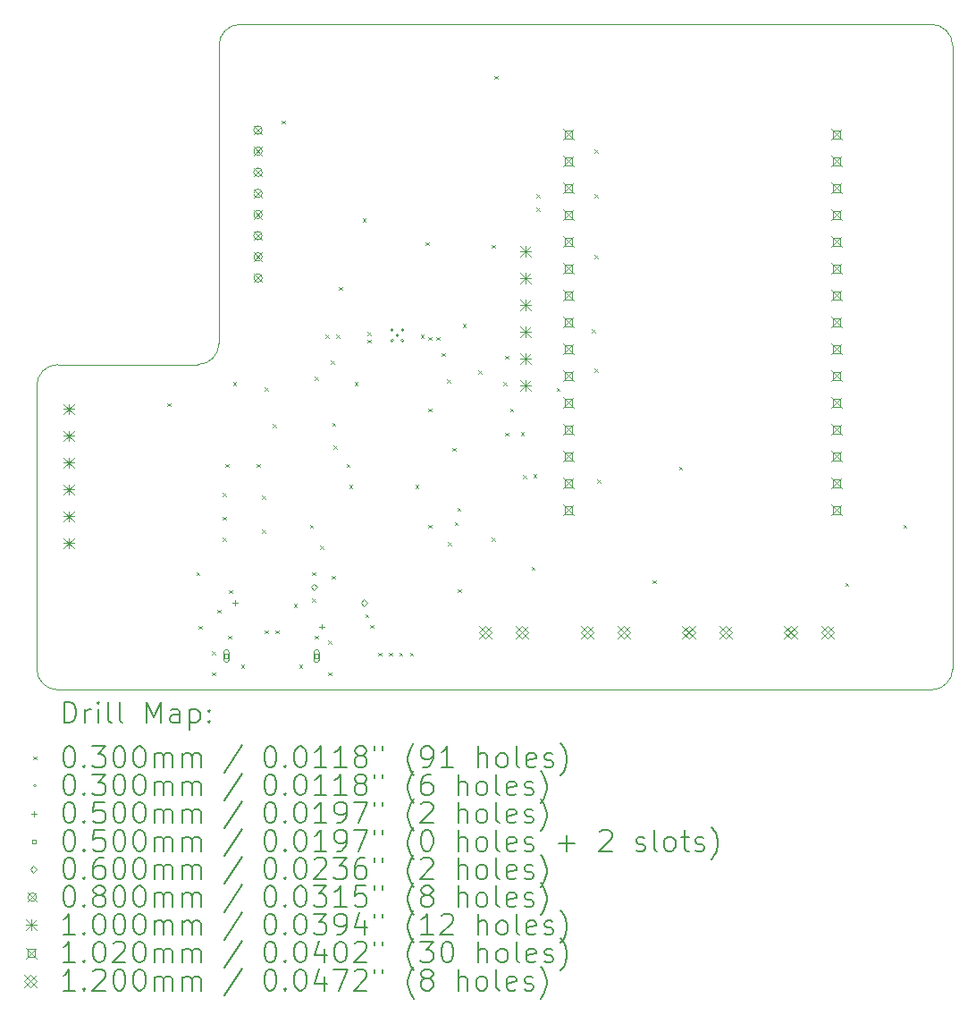
<source format=gbr>
%TF.GenerationSoftware,KiCad,Pcbnew,8.0.6*%
%TF.CreationDate,2025-06-09T20:20:48-07:00*%
%TF.ProjectId,ESP32_Clock_Gallery,45535033-325f-4436-9c6f-636b5f47616c,rev?*%
%TF.SameCoordinates,Original*%
%TF.FileFunction,Drillmap*%
%TF.FilePolarity,Positive*%
%FSLAX45Y45*%
G04 Gerber Fmt 4.5, Leading zero omitted, Abs format (unit mm)*
G04 Created by KiCad (PCBNEW 8.0.6) date 2025-06-09 20:20:48*
%MOMM*%
%LPD*%
G01*
G04 APERTURE LIST*
%ADD10C,0.050000*%
%ADD11C,0.200000*%
%ADD12C,0.100000*%
%ADD13C,0.102000*%
%ADD14C,0.120000*%
G04 APERTURE END LIST*
D10*
X11350000Y-5250000D02*
X11750000Y-5250000D01*
X11850000Y-5250000D02*
X16875000Y-5250000D01*
X9625000Y-11550000D02*
G75*
G02*
X9425000Y-11350000I0J200000D01*
G01*
X11150000Y-8270000D02*
G75*
G02*
X10950000Y-8470000I-200000J0D01*
G01*
X11150000Y-6330000D02*
X11150000Y-5450000D01*
X11150000Y-5450000D02*
G75*
G02*
X11350000Y-5250000I200000J0D01*
G01*
X9625000Y-8470000D02*
X9950000Y-8470000D01*
X11150000Y-6330000D02*
X11150000Y-8270000D01*
X11850000Y-5250000D02*
X11750000Y-5250000D01*
X9425000Y-8675000D02*
G75*
G02*
X9625000Y-8469938I200000J5000D01*
G01*
X18100000Y-5450000D02*
X18100000Y-11350000D01*
X17275000Y-5250000D02*
X17900000Y-5250000D01*
X17900000Y-11550000D02*
X9950000Y-11550000D01*
X18100000Y-11350000D02*
G75*
G02*
X17900000Y-11550000I-200000J0D01*
G01*
X9950000Y-11550000D02*
X9625000Y-11550000D01*
X17900000Y-5250000D02*
G75*
G02*
X18100000Y-5450000I0J-200000D01*
G01*
X9425000Y-11350000D02*
X9425000Y-8675000D01*
X16875000Y-5250000D02*
X17275000Y-5250000D01*
X10950000Y-8470000D02*
X9950000Y-8470000D01*
D11*
D12*
X10660000Y-8835000D02*
X10690000Y-8865000D01*
X10690000Y-8835000D02*
X10660000Y-8865000D01*
X10935000Y-10435000D02*
X10965000Y-10465000D01*
X10965000Y-10435000D02*
X10935000Y-10465000D01*
X10960000Y-10945000D02*
X10990000Y-10975000D01*
X10990000Y-10945000D02*
X10960000Y-10975000D01*
X11085000Y-11185000D02*
X11115000Y-11215000D01*
X11115000Y-11185000D02*
X11085000Y-11215000D01*
X11085000Y-11385000D02*
X11115000Y-11415000D01*
X11115000Y-11385000D02*
X11085000Y-11415000D01*
X11135000Y-10790000D02*
X11165000Y-10820000D01*
X11165000Y-10790000D02*
X11135000Y-10820000D01*
X11185000Y-9685000D02*
X11215000Y-9715000D01*
X11215000Y-9685000D02*
X11185000Y-9715000D01*
X11185000Y-9910000D02*
X11215000Y-9940000D01*
X11215000Y-9910000D02*
X11185000Y-9940000D01*
X11185000Y-10110000D02*
X11215000Y-10140000D01*
X11215000Y-10110000D02*
X11185000Y-10140000D01*
X11210000Y-9410000D02*
X11240000Y-9440000D01*
X11240000Y-9410000D02*
X11210000Y-9440000D01*
X11235000Y-11035000D02*
X11265000Y-11065000D01*
X11265000Y-11035000D02*
X11235000Y-11065000D01*
X11245000Y-10605000D02*
X11275000Y-10635000D01*
X11275000Y-10605000D02*
X11245000Y-10635000D01*
X11285000Y-8635000D02*
X11315000Y-8665000D01*
X11315000Y-8635000D02*
X11285000Y-8665000D01*
X11360000Y-11310000D02*
X11390000Y-11340000D01*
X11390000Y-11310000D02*
X11360000Y-11340000D01*
X11510000Y-9410000D02*
X11540000Y-9440000D01*
X11540000Y-9410000D02*
X11510000Y-9440000D01*
X11560000Y-9710000D02*
X11590000Y-9740000D01*
X11590000Y-9710000D02*
X11560000Y-9740000D01*
X11560000Y-10035000D02*
X11590000Y-10065000D01*
X11590000Y-10035000D02*
X11560000Y-10065000D01*
X11585000Y-8685000D02*
X11615000Y-8715000D01*
X11615000Y-8685000D02*
X11585000Y-8715000D01*
X11585000Y-10985000D02*
X11615000Y-11015000D01*
X11615000Y-10985000D02*
X11585000Y-11015000D01*
X11660000Y-9035000D02*
X11690000Y-9065000D01*
X11690000Y-9035000D02*
X11660000Y-9065000D01*
X11685000Y-10985000D02*
X11715000Y-11015000D01*
X11715000Y-10985000D02*
X11685000Y-11015000D01*
X11745000Y-6160000D02*
X11775000Y-6190000D01*
X11775000Y-6160000D02*
X11745000Y-6190000D01*
X11860000Y-10735000D02*
X11890000Y-10765000D01*
X11890000Y-10735000D02*
X11860000Y-10765000D01*
X11910000Y-11310000D02*
X11940000Y-11340000D01*
X11940000Y-11310000D02*
X11910000Y-11340000D01*
X12010000Y-9985000D02*
X12040000Y-10015000D01*
X12040000Y-9985000D02*
X12010000Y-10015000D01*
X12035000Y-10435000D02*
X12065000Y-10465000D01*
X12065000Y-10435000D02*
X12035000Y-10465000D01*
X12035000Y-10685000D02*
X12065000Y-10715000D01*
X12065000Y-10685000D02*
X12035000Y-10715000D01*
X12060000Y-8585000D02*
X12090000Y-8615000D01*
X12090000Y-8585000D02*
X12060000Y-8615000D01*
X12060000Y-11035000D02*
X12090000Y-11065000D01*
X12090000Y-11035000D02*
X12060000Y-11065000D01*
X12110000Y-10185000D02*
X12140000Y-10215000D01*
X12140000Y-10185000D02*
X12110000Y-10215000D01*
X12160000Y-8185000D02*
X12190000Y-8215000D01*
X12190000Y-8185000D02*
X12160000Y-8215000D01*
X12185000Y-11085000D02*
X12215000Y-11115000D01*
X12215000Y-11085000D02*
X12185000Y-11115000D01*
X12185000Y-11385000D02*
X12215000Y-11415000D01*
X12215000Y-11385000D02*
X12185000Y-11415000D01*
X12210000Y-8435000D02*
X12240000Y-8465000D01*
X12240000Y-8435000D02*
X12210000Y-8465000D01*
X12220000Y-10470000D02*
X12250000Y-10500000D01*
X12250000Y-10470000D02*
X12220000Y-10500000D01*
X12225000Y-9020000D02*
X12255000Y-9050000D01*
X12255000Y-9020000D02*
X12225000Y-9050000D01*
X12235000Y-9235000D02*
X12265000Y-9265000D01*
X12265000Y-9235000D02*
X12235000Y-9265000D01*
X12260000Y-8185000D02*
X12290000Y-8215000D01*
X12290000Y-8185000D02*
X12260000Y-8215000D01*
X12285000Y-7735000D02*
X12315000Y-7765000D01*
X12315000Y-7735000D02*
X12285000Y-7765000D01*
X12360000Y-9410000D02*
X12390000Y-9440000D01*
X12390000Y-9410000D02*
X12360000Y-9440000D01*
X12385000Y-9610000D02*
X12415000Y-9640000D01*
X12415000Y-9610000D02*
X12385000Y-9640000D01*
X12435000Y-8635000D02*
X12465000Y-8665000D01*
X12465000Y-8635000D02*
X12435000Y-8665000D01*
X12510000Y-7085000D02*
X12540000Y-7115000D01*
X12540000Y-7085000D02*
X12510000Y-7115000D01*
X12535000Y-10835000D02*
X12565000Y-10865000D01*
X12565000Y-10835000D02*
X12535000Y-10865000D01*
X12560000Y-8160000D02*
X12590000Y-8190000D01*
X12590000Y-8160000D02*
X12560000Y-8190000D01*
X12560000Y-8235000D02*
X12590000Y-8265000D01*
X12590000Y-8235000D02*
X12560000Y-8265000D01*
X12585000Y-10935000D02*
X12615000Y-10965000D01*
X12615000Y-10935000D02*
X12585000Y-10965000D01*
X12660000Y-11197500D02*
X12690000Y-11227500D01*
X12690000Y-11197500D02*
X12660000Y-11227500D01*
X12760000Y-11197500D02*
X12790000Y-11227500D01*
X12790000Y-11197500D02*
X12760000Y-11227500D01*
X12860000Y-11197500D02*
X12890000Y-11227500D01*
X12890000Y-11197500D02*
X12860000Y-11227500D01*
X12960000Y-11197500D02*
X12990000Y-11227500D01*
X12990000Y-11197500D02*
X12960000Y-11227500D01*
X13010000Y-9610000D02*
X13040000Y-9640000D01*
X13040000Y-9610000D02*
X13010000Y-9640000D01*
X13060000Y-8185000D02*
X13090000Y-8215000D01*
X13090000Y-8185000D02*
X13060000Y-8215000D01*
X13110000Y-7310000D02*
X13140000Y-7340000D01*
X13140000Y-7310000D02*
X13110000Y-7340000D01*
X13135000Y-8210000D02*
X13165000Y-8240000D01*
X13165000Y-8210000D02*
X13135000Y-8240000D01*
X13135000Y-8885000D02*
X13165000Y-8915000D01*
X13165000Y-8885000D02*
X13135000Y-8915000D01*
X13135000Y-9985000D02*
X13165000Y-10015000D01*
X13165000Y-9985000D02*
X13135000Y-10015000D01*
X13210000Y-8210000D02*
X13240000Y-8240000D01*
X13240000Y-8210000D02*
X13210000Y-8240000D01*
X13260000Y-8360000D02*
X13290000Y-8390000D01*
X13290000Y-8360000D02*
X13260000Y-8390000D01*
X13310000Y-8610000D02*
X13340000Y-8640000D01*
X13340000Y-8610000D02*
X13310000Y-8640000D01*
X13320000Y-10150000D02*
X13350000Y-10180000D01*
X13350000Y-10150000D02*
X13320000Y-10180000D01*
X13360000Y-9260000D02*
X13390000Y-9290000D01*
X13390000Y-9260000D02*
X13360000Y-9290000D01*
X13385000Y-9960000D02*
X13415000Y-9990000D01*
X13415000Y-9960000D02*
X13385000Y-9990000D01*
X13410000Y-9825000D02*
X13440000Y-9855000D01*
X13440000Y-9825000D02*
X13410000Y-9855000D01*
X13415000Y-10595000D02*
X13445000Y-10625000D01*
X13445000Y-10595000D02*
X13415000Y-10625000D01*
X13460000Y-8085000D02*
X13490000Y-8115000D01*
X13490000Y-8085000D02*
X13460000Y-8115000D01*
X13610000Y-8525000D02*
X13640000Y-8555000D01*
X13640000Y-8525000D02*
X13610000Y-8555000D01*
X13735000Y-7335000D02*
X13765000Y-7365000D01*
X13765000Y-7335000D02*
X13735000Y-7365000D01*
X13735000Y-10110000D02*
X13765000Y-10140000D01*
X13765000Y-10110000D02*
X13735000Y-10140000D01*
X13760000Y-5735000D02*
X13790000Y-5765000D01*
X13790000Y-5735000D02*
X13760000Y-5765000D01*
X13845000Y-8635000D02*
X13875000Y-8665000D01*
X13875000Y-8635000D02*
X13845000Y-8665000D01*
X13860000Y-8385000D02*
X13890000Y-8415000D01*
X13890000Y-8385000D02*
X13860000Y-8415000D01*
X13860000Y-9115000D02*
X13890000Y-9145000D01*
X13890000Y-9115000D02*
X13860000Y-9145000D01*
X13910000Y-8885000D02*
X13940000Y-8915000D01*
X13940000Y-8885000D02*
X13910000Y-8915000D01*
X14010000Y-9110000D02*
X14040000Y-9140000D01*
X14040000Y-9110000D02*
X14010000Y-9140000D01*
X14031956Y-9514252D02*
X14061956Y-9544252D01*
X14061956Y-9514252D02*
X14031956Y-9544252D01*
X14110000Y-10385000D02*
X14140000Y-10415000D01*
X14140000Y-10385000D02*
X14110000Y-10415000D01*
X14130000Y-9510000D02*
X14160000Y-9540000D01*
X14160000Y-9510000D02*
X14130000Y-9540000D01*
X14160000Y-6860000D02*
X14190000Y-6890000D01*
X14190000Y-6860000D02*
X14160000Y-6890000D01*
X14160000Y-6985000D02*
X14190000Y-7015000D01*
X14190000Y-6985000D02*
X14160000Y-7015000D01*
X14350000Y-8690000D02*
X14380000Y-8720000D01*
X14380000Y-8690000D02*
X14350000Y-8720000D01*
X14685000Y-8135000D02*
X14715000Y-8165000D01*
X14715000Y-8135000D02*
X14685000Y-8165000D01*
X14710000Y-6435000D02*
X14740000Y-6465000D01*
X14740000Y-6435000D02*
X14710000Y-6465000D01*
X14710000Y-6860000D02*
X14740000Y-6890000D01*
X14740000Y-6860000D02*
X14710000Y-6890000D01*
X14710000Y-7435000D02*
X14740000Y-7465000D01*
X14740000Y-7435000D02*
X14710000Y-7465000D01*
X14710000Y-8510000D02*
X14740000Y-8540000D01*
X14740000Y-8510000D02*
X14710000Y-8540000D01*
X14735000Y-9560000D02*
X14765000Y-9590000D01*
X14765000Y-9560000D02*
X14735000Y-9590000D01*
X15260000Y-10510000D02*
X15290000Y-10540000D01*
X15290000Y-10510000D02*
X15260000Y-10540000D01*
X15510000Y-9435000D02*
X15540000Y-9465000D01*
X15540000Y-9435000D02*
X15510000Y-9465000D01*
X17085000Y-10535000D02*
X17115000Y-10565000D01*
X17115000Y-10535000D02*
X17085000Y-10565000D01*
X17635000Y-9985000D02*
X17665000Y-10015000D01*
X17665000Y-9985000D02*
X17635000Y-10015000D01*
X12805000Y-8142500D02*
G75*
G02*
X12775000Y-8142500I-15000J0D01*
G01*
X12775000Y-8142500D02*
G75*
G02*
X12805000Y-8142500I15000J0D01*
G01*
X12805000Y-8142500D02*
G75*
G02*
X12775000Y-8142500I-15000J0D01*
G01*
X12775000Y-8142500D02*
G75*
G02*
X12805000Y-8142500I15000J0D01*
G01*
X12805000Y-8242500D02*
G75*
G02*
X12775000Y-8242500I-15000J0D01*
G01*
X12775000Y-8242500D02*
G75*
G02*
X12805000Y-8242500I15000J0D01*
G01*
X12855000Y-8192500D02*
G75*
G02*
X12825000Y-8192500I-15000J0D01*
G01*
X12825000Y-8192500D02*
G75*
G02*
X12855000Y-8192500I15000J0D01*
G01*
X12905000Y-8142500D02*
G75*
G02*
X12875000Y-8142500I-15000J0D01*
G01*
X12875000Y-8142500D02*
G75*
G02*
X12905000Y-8142500I15000J0D01*
G01*
X12905000Y-8242500D02*
G75*
G02*
X12875000Y-8242500I-15000J0D01*
G01*
X12875000Y-8242500D02*
G75*
G02*
X12905000Y-8242500I15000J0D01*
G01*
X11300000Y-10700000D02*
X11300000Y-10750000D01*
X11275000Y-10725000D02*
X11325000Y-10725000D01*
X12125000Y-10925000D02*
X12125000Y-10975000D01*
X12100000Y-10950000D02*
X12150000Y-10950000D01*
X11238678Y-11247178D02*
X11238678Y-11211822D01*
X11203322Y-11211822D01*
X11203322Y-11247178D01*
X11238678Y-11247178D01*
X11246000Y-11264500D02*
X11246000Y-11194500D01*
X11196000Y-11194500D02*
G75*
G02*
X11246000Y-11194500I25000J0D01*
G01*
X11196000Y-11194500D02*
X11196000Y-11264500D01*
X11196000Y-11264500D02*
G75*
G03*
X11246000Y-11264500I25000J0D01*
G01*
X12092678Y-11247178D02*
X12092678Y-11211822D01*
X12057322Y-11211822D01*
X12057322Y-11247178D01*
X12092678Y-11247178D01*
X12100000Y-11264500D02*
X12100000Y-11194500D01*
X12050000Y-11194500D02*
G75*
G02*
X12100000Y-11194500I25000J0D01*
G01*
X12050000Y-11194500D02*
X12050000Y-11264500D01*
X12050000Y-11264500D02*
G75*
G03*
X12100000Y-11264500I25000J0D01*
G01*
X12050000Y-10605000D02*
X12080000Y-10575000D01*
X12050000Y-10545000D01*
X12020000Y-10575000D01*
X12050000Y-10605000D01*
X12525000Y-10755000D02*
X12555000Y-10725000D01*
X12525000Y-10695000D01*
X12495000Y-10725000D01*
X12525000Y-10755000D01*
X11480000Y-6210000D02*
X11560000Y-6290000D01*
X11560000Y-6210000D02*
X11480000Y-6290000D01*
X11560000Y-6250000D02*
G75*
G02*
X11480000Y-6250000I-40000J0D01*
G01*
X11480000Y-6250000D02*
G75*
G02*
X11560000Y-6250000I40000J0D01*
G01*
X11480000Y-6410000D02*
X11560000Y-6490000D01*
X11560000Y-6410000D02*
X11480000Y-6490000D01*
X11560000Y-6450000D02*
G75*
G02*
X11480000Y-6450000I-40000J0D01*
G01*
X11480000Y-6450000D02*
G75*
G02*
X11560000Y-6450000I40000J0D01*
G01*
X11480000Y-6610000D02*
X11560000Y-6690000D01*
X11560000Y-6610000D02*
X11480000Y-6690000D01*
X11560000Y-6650000D02*
G75*
G02*
X11480000Y-6650000I-40000J0D01*
G01*
X11480000Y-6650000D02*
G75*
G02*
X11560000Y-6650000I40000J0D01*
G01*
X11480000Y-6810000D02*
X11560000Y-6890000D01*
X11560000Y-6810000D02*
X11480000Y-6890000D01*
X11560000Y-6850000D02*
G75*
G02*
X11480000Y-6850000I-40000J0D01*
G01*
X11480000Y-6850000D02*
G75*
G02*
X11560000Y-6850000I40000J0D01*
G01*
X11480000Y-7010000D02*
X11560000Y-7090000D01*
X11560000Y-7010000D02*
X11480000Y-7090000D01*
X11560000Y-7050000D02*
G75*
G02*
X11480000Y-7050000I-40000J0D01*
G01*
X11480000Y-7050000D02*
G75*
G02*
X11560000Y-7050000I40000J0D01*
G01*
X11480000Y-7210000D02*
X11560000Y-7290000D01*
X11560000Y-7210000D02*
X11480000Y-7290000D01*
X11560000Y-7250000D02*
G75*
G02*
X11480000Y-7250000I-40000J0D01*
G01*
X11480000Y-7250000D02*
G75*
G02*
X11560000Y-7250000I40000J0D01*
G01*
X11480000Y-7410000D02*
X11560000Y-7490000D01*
X11560000Y-7410000D02*
X11480000Y-7490000D01*
X11560000Y-7450000D02*
G75*
G02*
X11480000Y-7450000I-40000J0D01*
G01*
X11480000Y-7450000D02*
G75*
G02*
X11560000Y-7450000I40000J0D01*
G01*
X11480000Y-7610000D02*
X11560000Y-7690000D01*
X11560000Y-7610000D02*
X11480000Y-7690000D01*
X11560000Y-7650000D02*
G75*
G02*
X11480000Y-7650000I-40000J0D01*
G01*
X11480000Y-7650000D02*
G75*
G02*
X11560000Y-7650000I40000J0D01*
G01*
X9675000Y-8842000D02*
X9775000Y-8942000D01*
X9775000Y-8842000D02*
X9675000Y-8942000D01*
X9725000Y-8842000D02*
X9725000Y-8942000D01*
X9675000Y-8892000D02*
X9775000Y-8892000D01*
X9675000Y-9096000D02*
X9775000Y-9196000D01*
X9775000Y-9096000D02*
X9675000Y-9196000D01*
X9725000Y-9096000D02*
X9725000Y-9196000D01*
X9675000Y-9146000D02*
X9775000Y-9146000D01*
X9675000Y-9350000D02*
X9775000Y-9450000D01*
X9775000Y-9350000D02*
X9675000Y-9450000D01*
X9725000Y-9350000D02*
X9725000Y-9450000D01*
X9675000Y-9400000D02*
X9775000Y-9400000D01*
X9675000Y-9604000D02*
X9775000Y-9704000D01*
X9775000Y-9604000D02*
X9675000Y-9704000D01*
X9725000Y-9604000D02*
X9725000Y-9704000D01*
X9675000Y-9654000D02*
X9775000Y-9654000D01*
X9675000Y-9858000D02*
X9775000Y-9958000D01*
X9775000Y-9858000D02*
X9675000Y-9958000D01*
X9725000Y-9858000D02*
X9725000Y-9958000D01*
X9675000Y-9908000D02*
X9775000Y-9908000D01*
X9675000Y-10112000D02*
X9775000Y-10212000D01*
X9775000Y-10112000D02*
X9675000Y-10212000D01*
X9725000Y-10112000D02*
X9725000Y-10212000D01*
X9675000Y-10162000D02*
X9775000Y-10162000D01*
X14007000Y-7349000D02*
X14107000Y-7449000D01*
X14107000Y-7349000D02*
X14007000Y-7449000D01*
X14057000Y-7349000D02*
X14057000Y-7449000D01*
X14007000Y-7399000D02*
X14107000Y-7399000D01*
X14007000Y-7603000D02*
X14107000Y-7703000D01*
X14107000Y-7603000D02*
X14007000Y-7703000D01*
X14057000Y-7603000D02*
X14057000Y-7703000D01*
X14007000Y-7653000D02*
X14107000Y-7653000D01*
X14007000Y-7857000D02*
X14107000Y-7957000D01*
X14107000Y-7857000D02*
X14007000Y-7957000D01*
X14057000Y-7857000D02*
X14057000Y-7957000D01*
X14007000Y-7907000D02*
X14107000Y-7907000D01*
X14007000Y-8111000D02*
X14107000Y-8211000D01*
X14107000Y-8111000D02*
X14007000Y-8211000D01*
X14057000Y-8111000D02*
X14057000Y-8211000D01*
X14007000Y-8161000D02*
X14107000Y-8161000D01*
X14007000Y-8365000D02*
X14107000Y-8465000D01*
X14107000Y-8365000D02*
X14007000Y-8465000D01*
X14057000Y-8365000D02*
X14057000Y-8465000D01*
X14007000Y-8415000D02*
X14107000Y-8415000D01*
X14007000Y-8619000D02*
X14107000Y-8719000D01*
X14107000Y-8619000D02*
X14007000Y-8719000D01*
X14057000Y-8619000D02*
X14057000Y-8719000D01*
X14007000Y-8669000D02*
X14107000Y-8669000D01*
D13*
X14409000Y-6241000D02*
X14511000Y-6343000D01*
X14511000Y-6241000D02*
X14409000Y-6343000D01*
X14496063Y-6328063D02*
X14496063Y-6255937D01*
X14423937Y-6255937D01*
X14423937Y-6328063D01*
X14496063Y-6328063D01*
X14409000Y-6495000D02*
X14511000Y-6597000D01*
X14511000Y-6495000D02*
X14409000Y-6597000D01*
X14496063Y-6582063D02*
X14496063Y-6509937D01*
X14423937Y-6509937D01*
X14423937Y-6582063D01*
X14496063Y-6582063D01*
X14409000Y-6749000D02*
X14511000Y-6851000D01*
X14511000Y-6749000D02*
X14409000Y-6851000D01*
X14496063Y-6836063D02*
X14496063Y-6763937D01*
X14423937Y-6763937D01*
X14423937Y-6836063D01*
X14496063Y-6836063D01*
X14409000Y-7003000D02*
X14511000Y-7105000D01*
X14511000Y-7003000D02*
X14409000Y-7105000D01*
X14496063Y-7090063D02*
X14496063Y-7017937D01*
X14423937Y-7017937D01*
X14423937Y-7090063D01*
X14496063Y-7090063D01*
X14409000Y-7257000D02*
X14511000Y-7359000D01*
X14511000Y-7257000D02*
X14409000Y-7359000D01*
X14496063Y-7344063D02*
X14496063Y-7271937D01*
X14423937Y-7271937D01*
X14423937Y-7344063D01*
X14496063Y-7344063D01*
X14409000Y-7511000D02*
X14511000Y-7613000D01*
X14511000Y-7511000D02*
X14409000Y-7613000D01*
X14496063Y-7598063D02*
X14496063Y-7525937D01*
X14423937Y-7525937D01*
X14423937Y-7598063D01*
X14496063Y-7598063D01*
X14409000Y-7765000D02*
X14511000Y-7867000D01*
X14511000Y-7765000D02*
X14409000Y-7867000D01*
X14496063Y-7852063D02*
X14496063Y-7779937D01*
X14423937Y-7779937D01*
X14423937Y-7852063D01*
X14496063Y-7852063D01*
X14409000Y-8019000D02*
X14511000Y-8121000D01*
X14511000Y-8019000D02*
X14409000Y-8121000D01*
X14496063Y-8106063D02*
X14496063Y-8033937D01*
X14423937Y-8033937D01*
X14423937Y-8106063D01*
X14496063Y-8106063D01*
X14409000Y-8273000D02*
X14511000Y-8375000D01*
X14511000Y-8273000D02*
X14409000Y-8375000D01*
X14496063Y-8360063D02*
X14496063Y-8287937D01*
X14423937Y-8287937D01*
X14423937Y-8360063D01*
X14496063Y-8360063D01*
X14409000Y-8527000D02*
X14511000Y-8629000D01*
X14511000Y-8527000D02*
X14409000Y-8629000D01*
X14496063Y-8614063D02*
X14496063Y-8541937D01*
X14423937Y-8541937D01*
X14423937Y-8614063D01*
X14496063Y-8614063D01*
X14409000Y-8781000D02*
X14511000Y-8883000D01*
X14511000Y-8781000D02*
X14409000Y-8883000D01*
X14496063Y-8868063D02*
X14496063Y-8795937D01*
X14423937Y-8795937D01*
X14423937Y-8868063D01*
X14496063Y-8868063D01*
X14409000Y-9035000D02*
X14511000Y-9137000D01*
X14511000Y-9035000D02*
X14409000Y-9137000D01*
X14496063Y-9122063D02*
X14496063Y-9049937D01*
X14423937Y-9049937D01*
X14423937Y-9122063D01*
X14496063Y-9122063D01*
X14409000Y-9289000D02*
X14511000Y-9391000D01*
X14511000Y-9289000D02*
X14409000Y-9391000D01*
X14496063Y-9376063D02*
X14496063Y-9303937D01*
X14423937Y-9303937D01*
X14423937Y-9376063D01*
X14496063Y-9376063D01*
X14409000Y-9543000D02*
X14511000Y-9645000D01*
X14511000Y-9543000D02*
X14409000Y-9645000D01*
X14496063Y-9630063D02*
X14496063Y-9557937D01*
X14423937Y-9557937D01*
X14423937Y-9630063D01*
X14496063Y-9630063D01*
X14409000Y-9797000D02*
X14511000Y-9899000D01*
X14511000Y-9797000D02*
X14409000Y-9899000D01*
X14496063Y-9884063D02*
X14496063Y-9811937D01*
X14423937Y-9811937D01*
X14423937Y-9884063D01*
X14496063Y-9884063D01*
X16949000Y-6241000D02*
X17051000Y-6343000D01*
X17051000Y-6241000D02*
X16949000Y-6343000D01*
X17036063Y-6328063D02*
X17036063Y-6255937D01*
X16963937Y-6255937D01*
X16963937Y-6328063D01*
X17036063Y-6328063D01*
X16949000Y-6495000D02*
X17051000Y-6597000D01*
X17051000Y-6495000D02*
X16949000Y-6597000D01*
X17036063Y-6582063D02*
X17036063Y-6509937D01*
X16963937Y-6509937D01*
X16963937Y-6582063D01*
X17036063Y-6582063D01*
X16949000Y-6749000D02*
X17051000Y-6851000D01*
X17051000Y-6749000D02*
X16949000Y-6851000D01*
X17036063Y-6836063D02*
X17036063Y-6763937D01*
X16963937Y-6763937D01*
X16963937Y-6836063D01*
X17036063Y-6836063D01*
X16949000Y-7003000D02*
X17051000Y-7105000D01*
X17051000Y-7003000D02*
X16949000Y-7105000D01*
X17036063Y-7090063D02*
X17036063Y-7017937D01*
X16963937Y-7017937D01*
X16963937Y-7090063D01*
X17036063Y-7090063D01*
X16949000Y-7257000D02*
X17051000Y-7359000D01*
X17051000Y-7257000D02*
X16949000Y-7359000D01*
X17036063Y-7344063D02*
X17036063Y-7271937D01*
X16963937Y-7271937D01*
X16963937Y-7344063D01*
X17036063Y-7344063D01*
X16949000Y-7511000D02*
X17051000Y-7613000D01*
X17051000Y-7511000D02*
X16949000Y-7613000D01*
X17036063Y-7598063D02*
X17036063Y-7525937D01*
X16963937Y-7525937D01*
X16963937Y-7598063D01*
X17036063Y-7598063D01*
X16949000Y-7765000D02*
X17051000Y-7867000D01*
X17051000Y-7765000D02*
X16949000Y-7867000D01*
X17036063Y-7852063D02*
X17036063Y-7779937D01*
X16963937Y-7779937D01*
X16963937Y-7852063D01*
X17036063Y-7852063D01*
X16949000Y-8019000D02*
X17051000Y-8121000D01*
X17051000Y-8019000D02*
X16949000Y-8121000D01*
X17036063Y-8106063D02*
X17036063Y-8033937D01*
X16963937Y-8033937D01*
X16963937Y-8106063D01*
X17036063Y-8106063D01*
X16949000Y-8273000D02*
X17051000Y-8375000D01*
X17051000Y-8273000D02*
X16949000Y-8375000D01*
X17036063Y-8360063D02*
X17036063Y-8287937D01*
X16963937Y-8287937D01*
X16963937Y-8360063D01*
X17036063Y-8360063D01*
X16949000Y-8527000D02*
X17051000Y-8629000D01*
X17051000Y-8527000D02*
X16949000Y-8629000D01*
X17036063Y-8614063D02*
X17036063Y-8541937D01*
X16963937Y-8541937D01*
X16963937Y-8614063D01*
X17036063Y-8614063D01*
X16949000Y-8781000D02*
X17051000Y-8883000D01*
X17051000Y-8781000D02*
X16949000Y-8883000D01*
X17036063Y-8868063D02*
X17036063Y-8795937D01*
X16963937Y-8795937D01*
X16963937Y-8868063D01*
X17036063Y-8868063D01*
X16949000Y-9035000D02*
X17051000Y-9137000D01*
X17051000Y-9035000D02*
X16949000Y-9137000D01*
X17036063Y-9122063D02*
X17036063Y-9049937D01*
X16963937Y-9049937D01*
X16963937Y-9122063D01*
X17036063Y-9122063D01*
X16949000Y-9289000D02*
X17051000Y-9391000D01*
X17051000Y-9289000D02*
X16949000Y-9391000D01*
X17036063Y-9376063D02*
X17036063Y-9303937D01*
X16963937Y-9303937D01*
X16963937Y-9376063D01*
X17036063Y-9376063D01*
X16949000Y-9543000D02*
X17051000Y-9645000D01*
X17051000Y-9543000D02*
X16949000Y-9645000D01*
X17036063Y-9630063D02*
X17036063Y-9557937D01*
X16963937Y-9557937D01*
X16963937Y-9630063D01*
X17036063Y-9630063D01*
X16949000Y-9797000D02*
X17051000Y-9899000D01*
X17051000Y-9797000D02*
X16949000Y-9899000D01*
X17036063Y-9884063D02*
X17036063Y-9811937D01*
X16963937Y-9811937D01*
X16963937Y-9884063D01*
X17036063Y-9884063D01*
D14*
X13610500Y-10942500D02*
X13730500Y-11062500D01*
X13730500Y-10942500D02*
X13610500Y-11062500D01*
X13670500Y-11062500D02*
X13730500Y-11002500D01*
X13670500Y-10942500D01*
X13610500Y-11002500D01*
X13670500Y-11062500D01*
X13960500Y-10942500D02*
X14080500Y-11062500D01*
X14080500Y-10942500D02*
X13960500Y-11062500D01*
X14020500Y-11062500D02*
X14080500Y-11002500D01*
X14020500Y-10942500D01*
X13960500Y-11002500D01*
X14020500Y-11062500D01*
X14575417Y-10942500D02*
X14695417Y-11062500D01*
X14695417Y-10942500D02*
X14575417Y-11062500D01*
X14635417Y-11062500D02*
X14695417Y-11002500D01*
X14635417Y-10942500D01*
X14575417Y-11002500D01*
X14635417Y-11062500D01*
X14925417Y-10942500D02*
X15045417Y-11062500D01*
X15045417Y-10942500D02*
X14925417Y-11062500D01*
X14985417Y-11062500D02*
X15045417Y-11002500D01*
X14985417Y-10942500D01*
X14925417Y-11002500D01*
X14985417Y-11062500D01*
X15540333Y-10942500D02*
X15660333Y-11062500D01*
X15660333Y-10942500D02*
X15540333Y-11062500D01*
X15600333Y-11062500D02*
X15660333Y-11002500D01*
X15600333Y-10942500D01*
X15540333Y-11002500D01*
X15600333Y-11062500D01*
X15890333Y-10942500D02*
X16010333Y-11062500D01*
X16010333Y-10942500D02*
X15890333Y-11062500D01*
X15950333Y-11062500D02*
X16010333Y-11002500D01*
X15950333Y-10942500D01*
X15890333Y-11002500D01*
X15950333Y-11062500D01*
X16505250Y-10942500D02*
X16625250Y-11062500D01*
X16625250Y-10942500D02*
X16505250Y-11062500D01*
X16565250Y-11062500D02*
X16625250Y-11002500D01*
X16565250Y-10942500D01*
X16505250Y-11002500D01*
X16565250Y-11062500D01*
X16855250Y-10942500D02*
X16975250Y-11062500D01*
X16975250Y-10942500D02*
X16855250Y-11062500D01*
X16915250Y-11062500D02*
X16975250Y-11002500D01*
X16915250Y-10942500D01*
X16855250Y-11002500D01*
X16915250Y-11062500D01*
D11*
X9683214Y-11863984D02*
X9683214Y-11663984D01*
X9683214Y-11663984D02*
X9730833Y-11663984D01*
X9730833Y-11663984D02*
X9759405Y-11673508D01*
X9759405Y-11673508D02*
X9778453Y-11692555D01*
X9778453Y-11692555D02*
X9787976Y-11711603D01*
X9787976Y-11711603D02*
X9797500Y-11749698D01*
X9797500Y-11749698D02*
X9797500Y-11778269D01*
X9797500Y-11778269D02*
X9787976Y-11816365D01*
X9787976Y-11816365D02*
X9778453Y-11835412D01*
X9778453Y-11835412D02*
X9759405Y-11854460D01*
X9759405Y-11854460D02*
X9730833Y-11863984D01*
X9730833Y-11863984D02*
X9683214Y-11863984D01*
X9883214Y-11863984D02*
X9883214Y-11730650D01*
X9883214Y-11768746D02*
X9892738Y-11749698D01*
X9892738Y-11749698D02*
X9902262Y-11740174D01*
X9902262Y-11740174D02*
X9921310Y-11730650D01*
X9921310Y-11730650D02*
X9940357Y-11730650D01*
X10007024Y-11863984D02*
X10007024Y-11730650D01*
X10007024Y-11663984D02*
X9997500Y-11673508D01*
X9997500Y-11673508D02*
X10007024Y-11683031D01*
X10007024Y-11683031D02*
X10016548Y-11673508D01*
X10016548Y-11673508D02*
X10007024Y-11663984D01*
X10007024Y-11663984D02*
X10007024Y-11683031D01*
X10130833Y-11863984D02*
X10111786Y-11854460D01*
X10111786Y-11854460D02*
X10102262Y-11835412D01*
X10102262Y-11835412D02*
X10102262Y-11663984D01*
X10235595Y-11863984D02*
X10216548Y-11854460D01*
X10216548Y-11854460D02*
X10207024Y-11835412D01*
X10207024Y-11835412D02*
X10207024Y-11663984D01*
X10464167Y-11863984D02*
X10464167Y-11663984D01*
X10464167Y-11663984D02*
X10530834Y-11806841D01*
X10530834Y-11806841D02*
X10597500Y-11663984D01*
X10597500Y-11663984D02*
X10597500Y-11863984D01*
X10778453Y-11863984D02*
X10778453Y-11759222D01*
X10778453Y-11759222D02*
X10768929Y-11740174D01*
X10768929Y-11740174D02*
X10749881Y-11730650D01*
X10749881Y-11730650D02*
X10711786Y-11730650D01*
X10711786Y-11730650D02*
X10692738Y-11740174D01*
X10778453Y-11854460D02*
X10759405Y-11863984D01*
X10759405Y-11863984D02*
X10711786Y-11863984D01*
X10711786Y-11863984D02*
X10692738Y-11854460D01*
X10692738Y-11854460D02*
X10683214Y-11835412D01*
X10683214Y-11835412D02*
X10683214Y-11816365D01*
X10683214Y-11816365D02*
X10692738Y-11797317D01*
X10692738Y-11797317D02*
X10711786Y-11787793D01*
X10711786Y-11787793D02*
X10759405Y-11787793D01*
X10759405Y-11787793D02*
X10778453Y-11778269D01*
X10873691Y-11730650D02*
X10873691Y-11930650D01*
X10873691Y-11740174D02*
X10892738Y-11730650D01*
X10892738Y-11730650D02*
X10930834Y-11730650D01*
X10930834Y-11730650D02*
X10949881Y-11740174D01*
X10949881Y-11740174D02*
X10959405Y-11749698D01*
X10959405Y-11749698D02*
X10968929Y-11768746D01*
X10968929Y-11768746D02*
X10968929Y-11825888D01*
X10968929Y-11825888D02*
X10959405Y-11844936D01*
X10959405Y-11844936D02*
X10949881Y-11854460D01*
X10949881Y-11854460D02*
X10930834Y-11863984D01*
X10930834Y-11863984D02*
X10892738Y-11863984D01*
X10892738Y-11863984D02*
X10873691Y-11854460D01*
X11054643Y-11844936D02*
X11064167Y-11854460D01*
X11064167Y-11854460D02*
X11054643Y-11863984D01*
X11054643Y-11863984D02*
X11045119Y-11854460D01*
X11045119Y-11854460D02*
X11054643Y-11844936D01*
X11054643Y-11844936D02*
X11054643Y-11863984D01*
X11054643Y-11740174D02*
X11064167Y-11749698D01*
X11064167Y-11749698D02*
X11054643Y-11759222D01*
X11054643Y-11759222D02*
X11045119Y-11749698D01*
X11045119Y-11749698D02*
X11054643Y-11740174D01*
X11054643Y-11740174D02*
X11054643Y-11759222D01*
D12*
X9392438Y-12177500D02*
X9422438Y-12207500D01*
X9422438Y-12177500D02*
X9392438Y-12207500D01*
D11*
X9721310Y-12083984D02*
X9740357Y-12083984D01*
X9740357Y-12083984D02*
X9759405Y-12093508D01*
X9759405Y-12093508D02*
X9768929Y-12103031D01*
X9768929Y-12103031D02*
X9778453Y-12122079D01*
X9778453Y-12122079D02*
X9787976Y-12160174D01*
X9787976Y-12160174D02*
X9787976Y-12207793D01*
X9787976Y-12207793D02*
X9778453Y-12245888D01*
X9778453Y-12245888D02*
X9768929Y-12264936D01*
X9768929Y-12264936D02*
X9759405Y-12274460D01*
X9759405Y-12274460D02*
X9740357Y-12283984D01*
X9740357Y-12283984D02*
X9721310Y-12283984D01*
X9721310Y-12283984D02*
X9702262Y-12274460D01*
X9702262Y-12274460D02*
X9692738Y-12264936D01*
X9692738Y-12264936D02*
X9683214Y-12245888D01*
X9683214Y-12245888D02*
X9673691Y-12207793D01*
X9673691Y-12207793D02*
X9673691Y-12160174D01*
X9673691Y-12160174D02*
X9683214Y-12122079D01*
X9683214Y-12122079D02*
X9692738Y-12103031D01*
X9692738Y-12103031D02*
X9702262Y-12093508D01*
X9702262Y-12093508D02*
X9721310Y-12083984D01*
X9873691Y-12264936D02*
X9883214Y-12274460D01*
X9883214Y-12274460D02*
X9873691Y-12283984D01*
X9873691Y-12283984D02*
X9864167Y-12274460D01*
X9864167Y-12274460D02*
X9873691Y-12264936D01*
X9873691Y-12264936D02*
X9873691Y-12283984D01*
X9949881Y-12083984D02*
X10073691Y-12083984D01*
X10073691Y-12083984D02*
X10007024Y-12160174D01*
X10007024Y-12160174D02*
X10035595Y-12160174D01*
X10035595Y-12160174D02*
X10054643Y-12169698D01*
X10054643Y-12169698D02*
X10064167Y-12179222D01*
X10064167Y-12179222D02*
X10073691Y-12198269D01*
X10073691Y-12198269D02*
X10073691Y-12245888D01*
X10073691Y-12245888D02*
X10064167Y-12264936D01*
X10064167Y-12264936D02*
X10054643Y-12274460D01*
X10054643Y-12274460D02*
X10035595Y-12283984D01*
X10035595Y-12283984D02*
X9978453Y-12283984D01*
X9978453Y-12283984D02*
X9959405Y-12274460D01*
X9959405Y-12274460D02*
X9949881Y-12264936D01*
X10197500Y-12083984D02*
X10216548Y-12083984D01*
X10216548Y-12083984D02*
X10235595Y-12093508D01*
X10235595Y-12093508D02*
X10245119Y-12103031D01*
X10245119Y-12103031D02*
X10254643Y-12122079D01*
X10254643Y-12122079D02*
X10264167Y-12160174D01*
X10264167Y-12160174D02*
X10264167Y-12207793D01*
X10264167Y-12207793D02*
X10254643Y-12245888D01*
X10254643Y-12245888D02*
X10245119Y-12264936D01*
X10245119Y-12264936D02*
X10235595Y-12274460D01*
X10235595Y-12274460D02*
X10216548Y-12283984D01*
X10216548Y-12283984D02*
X10197500Y-12283984D01*
X10197500Y-12283984D02*
X10178453Y-12274460D01*
X10178453Y-12274460D02*
X10168929Y-12264936D01*
X10168929Y-12264936D02*
X10159405Y-12245888D01*
X10159405Y-12245888D02*
X10149881Y-12207793D01*
X10149881Y-12207793D02*
X10149881Y-12160174D01*
X10149881Y-12160174D02*
X10159405Y-12122079D01*
X10159405Y-12122079D02*
X10168929Y-12103031D01*
X10168929Y-12103031D02*
X10178453Y-12093508D01*
X10178453Y-12093508D02*
X10197500Y-12083984D01*
X10387976Y-12083984D02*
X10407024Y-12083984D01*
X10407024Y-12083984D02*
X10426072Y-12093508D01*
X10426072Y-12093508D02*
X10435595Y-12103031D01*
X10435595Y-12103031D02*
X10445119Y-12122079D01*
X10445119Y-12122079D02*
X10454643Y-12160174D01*
X10454643Y-12160174D02*
X10454643Y-12207793D01*
X10454643Y-12207793D02*
X10445119Y-12245888D01*
X10445119Y-12245888D02*
X10435595Y-12264936D01*
X10435595Y-12264936D02*
X10426072Y-12274460D01*
X10426072Y-12274460D02*
X10407024Y-12283984D01*
X10407024Y-12283984D02*
X10387976Y-12283984D01*
X10387976Y-12283984D02*
X10368929Y-12274460D01*
X10368929Y-12274460D02*
X10359405Y-12264936D01*
X10359405Y-12264936D02*
X10349881Y-12245888D01*
X10349881Y-12245888D02*
X10340357Y-12207793D01*
X10340357Y-12207793D02*
X10340357Y-12160174D01*
X10340357Y-12160174D02*
X10349881Y-12122079D01*
X10349881Y-12122079D02*
X10359405Y-12103031D01*
X10359405Y-12103031D02*
X10368929Y-12093508D01*
X10368929Y-12093508D02*
X10387976Y-12083984D01*
X10540357Y-12283984D02*
X10540357Y-12150650D01*
X10540357Y-12169698D02*
X10549881Y-12160174D01*
X10549881Y-12160174D02*
X10568929Y-12150650D01*
X10568929Y-12150650D02*
X10597500Y-12150650D01*
X10597500Y-12150650D02*
X10616548Y-12160174D01*
X10616548Y-12160174D02*
X10626072Y-12179222D01*
X10626072Y-12179222D02*
X10626072Y-12283984D01*
X10626072Y-12179222D02*
X10635595Y-12160174D01*
X10635595Y-12160174D02*
X10654643Y-12150650D01*
X10654643Y-12150650D02*
X10683214Y-12150650D01*
X10683214Y-12150650D02*
X10702262Y-12160174D01*
X10702262Y-12160174D02*
X10711786Y-12179222D01*
X10711786Y-12179222D02*
X10711786Y-12283984D01*
X10807024Y-12283984D02*
X10807024Y-12150650D01*
X10807024Y-12169698D02*
X10816548Y-12160174D01*
X10816548Y-12160174D02*
X10835595Y-12150650D01*
X10835595Y-12150650D02*
X10864167Y-12150650D01*
X10864167Y-12150650D02*
X10883215Y-12160174D01*
X10883215Y-12160174D02*
X10892738Y-12179222D01*
X10892738Y-12179222D02*
X10892738Y-12283984D01*
X10892738Y-12179222D02*
X10902262Y-12160174D01*
X10902262Y-12160174D02*
X10921310Y-12150650D01*
X10921310Y-12150650D02*
X10949881Y-12150650D01*
X10949881Y-12150650D02*
X10968929Y-12160174D01*
X10968929Y-12160174D02*
X10978453Y-12179222D01*
X10978453Y-12179222D02*
X10978453Y-12283984D01*
X11368929Y-12074460D02*
X11197500Y-12331603D01*
X11626072Y-12083984D02*
X11645119Y-12083984D01*
X11645119Y-12083984D02*
X11664167Y-12093508D01*
X11664167Y-12093508D02*
X11673691Y-12103031D01*
X11673691Y-12103031D02*
X11683215Y-12122079D01*
X11683215Y-12122079D02*
X11692738Y-12160174D01*
X11692738Y-12160174D02*
X11692738Y-12207793D01*
X11692738Y-12207793D02*
X11683215Y-12245888D01*
X11683215Y-12245888D02*
X11673691Y-12264936D01*
X11673691Y-12264936D02*
X11664167Y-12274460D01*
X11664167Y-12274460D02*
X11645119Y-12283984D01*
X11645119Y-12283984D02*
X11626072Y-12283984D01*
X11626072Y-12283984D02*
X11607024Y-12274460D01*
X11607024Y-12274460D02*
X11597500Y-12264936D01*
X11597500Y-12264936D02*
X11587976Y-12245888D01*
X11587976Y-12245888D02*
X11578453Y-12207793D01*
X11578453Y-12207793D02*
X11578453Y-12160174D01*
X11578453Y-12160174D02*
X11587976Y-12122079D01*
X11587976Y-12122079D02*
X11597500Y-12103031D01*
X11597500Y-12103031D02*
X11607024Y-12093508D01*
X11607024Y-12093508D02*
X11626072Y-12083984D01*
X11778453Y-12264936D02*
X11787976Y-12274460D01*
X11787976Y-12274460D02*
X11778453Y-12283984D01*
X11778453Y-12283984D02*
X11768929Y-12274460D01*
X11768929Y-12274460D02*
X11778453Y-12264936D01*
X11778453Y-12264936D02*
X11778453Y-12283984D01*
X11911786Y-12083984D02*
X11930834Y-12083984D01*
X11930834Y-12083984D02*
X11949881Y-12093508D01*
X11949881Y-12093508D02*
X11959405Y-12103031D01*
X11959405Y-12103031D02*
X11968929Y-12122079D01*
X11968929Y-12122079D02*
X11978453Y-12160174D01*
X11978453Y-12160174D02*
X11978453Y-12207793D01*
X11978453Y-12207793D02*
X11968929Y-12245888D01*
X11968929Y-12245888D02*
X11959405Y-12264936D01*
X11959405Y-12264936D02*
X11949881Y-12274460D01*
X11949881Y-12274460D02*
X11930834Y-12283984D01*
X11930834Y-12283984D02*
X11911786Y-12283984D01*
X11911786Y-12283984D02*
X11892738Y-12274460D01*
X11892738Y-12274460D02*
X11883215Y-12264936D01*
X11883215Y-12264936D02*
X11873691Y-12245888D01*
X11873691Y-12245888D02*
X11864167Y-12207793D01*
X11864167Y-12207793D02*
X11864167Y-12160174D01*
X11864167Y-12160174D02*
X11873691Y-12122079D01*
X11873691Y-12122079D02*
X11883215Y-12103031D01*
X11883215Y-12103031D02*
X11892738Y-12093508D01*
X11892738Y-12093508D02*
X11911786Y-12083984D01*
X12168929Y-12283984D02*
X12054643Y-12283984D01*
X12111786Y-12283984D02*
X12111786Y-12083984D01*
X12111786Y-12083984D02*
X12092738Y-12112555D01*
X12092738Y-12112555D02*
X12073691Y-12131603D01*
X12073691Y-12131603D02*
X12054643Y-12141127D01*
X12359405Y-12283984D02*
X12245119Y-12283984D01*
X12302262Y-12283984D02*
X12302262Y-12083984D01*
X12302262Y-12083984D02*
X12283215Y-12112555D01*
X12283215Y-12112555D02*
X12264167Y-12131603D01*
X12264167Y-12131603D02*
X12245119Y-12141127D01*
X12473691Y-12169698D02*
X12454643Y-12160174D01*
X12454643Y-12160174D02*
X12445119Y-12150650D01*
X12445119Y-12150650D02*
X12435596Y-12131603D01*
X12435596Y-12131603D02*
X12435596Y-12122079D01*
X12435596Y-12122079D02*
X12445119Y-12103031D01*
X12445119Y-12103031D02*
X12454643Y-12093508D01*
X12454643Y-12093508D02*
X12473691Y-12083984D01*
X12473691Y-12083984D02*
X12511786Y-12083984D01*
X12511786Y-12083984D02*
X12530834Y-12093508D01*
X12530834Y-12093508D02*
X12540357Y-12103031D01*
X12540357Y-12103031D02*
X12549881Y-12122079D01*
X12549881Y-12122079D02*
X12549881Y-12131603D01*
X12549881Y-12131603D02*
X12540357Y-12150650D01*
X12540357Y-12150650D02*
X12530834Y-12160174D01*
X12530834Y-12160174D02*
X12511786Y-12169698D01*
X12511786Y-12169698D02*
X12473691Y-12169698D01*
X12473691Y-12169698D02*
X12454643Y-12179222D01*
X12454643Y-12179222D02*
X12445119Y-12188746D01*
X12445119Y-12188746D02*
X12435596Y-12207793D01*
X12435596Y-12207793D02*
X12435596Y-12245888D01*
X12435596Y-12245888D02*
X12445119Y-12264936D01*
X12445119Y-12264936D02*
X12454643Y-12274460D01*
X12454643Y-12274460D02*
X12473691Y-12283984D01*
X12473691Y-12283984D02*
X12511786Y-12283984D01*
X12511786Y-12283984D02*
X12530834Y-12274460D01*
X12530834Y-12274460D02*
X12540357Y-12264936D01*
X12540357Y-12264936D02*
X12549881Y-12245888D01*
X12549881Y-12245888D02*
X12549881Y-12207793D01*
X12549881Y-12207793D02*
X12540357Y-12188746D01*
X12540357Y-12188746D02*
X12530834Y-12179222D01*
X12530834Y-12179222D02*
X12511786Y-12169698D01*
X12626072Y-12083984D02*
X12626072Y-12122079D01*
X12702262Y-12083984D02*
X12702262Y-12122079D01*
X12997500Y-12360174D02*
X12987977Y-12350650D01*
X12987977Y-12350650D02*
X12968929Y-12322079D01*
X12968929Y-12322079D02*
X12959405Y-12303031D01*
X12959405Y-12303031D02*
X12949881Y-12274460D01*
X12949881Y-12274460D02*
X12940358Y-12226841D01*
X12940358Y-12226841D02*
X12940358Y-12188746D01*
X12940358Y-12188746D02*
X12949881Y-12141127D01*
X12949881Y-12141127D02*
X12959405Y-12112555D01*
X12959405Y-12112555D02*
X12968929Y-12093508D01*
X12968929Y-12093508D02*
X12987977Y-12064936D01*
X12987977Y-12064936D02*
X12997500Y-12055412D01*
X13083215Y-12283984D02*
X13121310Y-12283984D01*
X13121310Y-12283984D02*
X13140358Y-12274460D01*
X13140358Y-12274460D02*
X13149881Y-12264936D01*
X13149881Y-12264936D02*
X13168929Y-12236365D01*
X13168929Y-12236365D02*
X13178453Y-12198269D01*
X13178453Y-12198269D02*
X13178453Y-12122079D01*
X13178453Y-12122079D02*
X13168929Y-12103031D01*
X13168929Y-12103031D02*
X13159405Y-12093508D01*
X13159405Y-12093508D02*
X13140358Y-12083984D01*
X13140358Y-12083984D02*
X13102262Y-12083984D01*
X13102262Y-12083984D02*
X13083215Y-12093508D01*
X13083215Y-12093508D02*
X13073691Y-12103031D01*
X13073691Y-12103031D02*
X13064167Y-12122079D01*
X13064167Y-12122079D02*
X13064167Y-12169698D01*
X13064167Y-12169698D02*
X13073691Y-12188746D01*
X13073691Y-12188746D02*
X13083215Y-12198269D01*
X13083215Y-12198269D02*
X13102262Y-12207793D01*
X13102262Y-12207793D02*
X13140358Y-12207793D01*
X13140358Y-12207793D02*
X13159405Y-12198269D01*
X13159405Y-12198269D02*
X13168929Y-12188746D01*
X13168929Y-12188746D02*
X13178453Y-12169698D01*
X13368929Y-12283984D02*
X13254643Y-12283984D01*
X13311786Y-12283984D02*
X13311786Y-12083984D01*
X13311786Y-12083984D02*
X13292738Y-12112555D01*
X13292738Y-12112555D02*
X13273691Y-12131603D01*
X13273691Y-12131603D02*
X13254643Y-12141127D01*
X13607024Y-12283984D02*
X13607024Y-12083984D01*
X13692739Y-12283984D02*
X13692739Y-12179222D01*
X13692739Y-12179222D02*
X13683215Y-12160174D01*
X13683215Y-12160174D02*
X13664167Y-12150650D01*
X13664167Y-12150650D02*
X13635596Y-12150650D01*
X13635596Y-12150650D02*
X13616548Y-12160174D01*
X13616548Y-12160174D02*
X13607024Y-12169698D01*
X13816548Y-12283984D02*
X13797500Y-12274460D01*
X13797500Y-12274460D02*
X13787977Y-12264936D01*
X13787977Y-12264936D02*
X13778453Y-12245888D01*
X13778453Y-12245888D02*
X13778453Y-12188746D01*
X13778453Y-12188746D02*
X13787977Y-12169698D01*
X13787977Y-12169698D02*
X13797500Y-12160174D01*
X13797500Y-12160174D02*
X13816548Y-12150650D01*
X13816548Y-12150650D02*
X13845120Y-12150650D01*
X13845120Y-12150650D02*
X13864167Y-12160174D01*
X13864167Y-12160174D02*
X13873691Y-12169698D01*
X13873691Y-12169698D02*
X13883215Y-12188746D01*
X13883215Y-12188746D02*
X13883215Y-12245888D01*
X13883215Y-12245888D02*
X13873691Y-12264936D01*
X13873691Y-12264936D02*
X13864167Y-12274460D01*
X13864167Y-12274460D02*
X13845120Y-12283984D01*
X13845120Y-12283984D02*
X13816548Y-12283984D01*
X13997500Y-12283984D02*
X13978453Y-12274460D01*
X13978453Y-12274460D02*
X13968929Y-12255412D01*
X13968929Y-12255412D02*
X13968929Y-12083984D01*
X14149881Y-12274460D02*
X14130834Y-12283984D01*
X14130834Y-12283984D02*
X14092739Y-12283984D01*
X14092739Y-12283984D02*
X14073691Y-12274460D01*
X14073691Y-12274460D02*
X14064167Y-12255412D01*
X14064167Y-12255412D02*
X14064167Y-12179222D01*
X14064167Y-12179222D02*
X14073691Y-12160174D01*
X14073691Y-12160174D02*
X14092739Y-12150650D01*
X14092739Y-12150650D02*
X14130834Y-12150650D01*
X14130834Y-12150650D02*
X14149881Y-12160174D01*
X14149881Y-12160174D02*
X14159405Y-12179222D01*
X14159405Y-12179222D02*
X14159405Y-12198269D01*
X14159405Y-12198269D02*
X14064167Y-12217317D01*
X14235596Y-12274460D02*
X14254643Y-12283984D01*
X14254643Y-12283984D02*
X14292739Y-12283984D01*
X14292739Y-12283984D02*
X14311786Y-12274460D01*
X14311786Y-12274460D02*
X14321310Y-12255412D01*
X14321310Y-12255412D02*
X14321310Y-12245888D01*
X14321310Y-12245888D02*
X14311786Y-12226841D01*
X14311786Y-12226841D02*
X14292739Y-12217317D01*
X14292739Y-12217317D02*
X14264167Y-12217317D01*
X14264167Y-12217317D02*
X14245120Y-12207793D01*
X14245120Y-12207793D02*
X14235596Y-12188746D01*
X14235596Y-12188746D02*
X14235596Y-12179222D01*
X14235596Y-12179222D02*
X14245120Y-12160174D01*
X14245120Y-12160174D02*
X14264167Y-12150650D01*
X14264167Y-12150650D02*
X14292739Y-12150650D01*
X14292739Y-12150650D02*
X14311786Y-12160174D01*
X14387977Y-12360174D02*
X14397501Y-12350650D01*
X14397501Y-12350650D02*
X14416548Y-12322079D01*
X14416548Y-12322079D02*
X14426072Y-12303031D01*
X14426072Y-12303031D02*
X14435596Y-12274460D01*
X14435596Y-12274460D02*
X14445120Y-12226841D01*
X14445120Y-12226841D02*
X14445120Y-12188746D01*
X14445120Y-12188746D02*
X14435596Y-12141127D01*
X14435596Y-12141127D02*
X14426072Y-12112555D01*
X14426072Y-12112555D02*
X14416548Y-12093508D01*
X14416548Y-12093508D02*
X14397501Y-12064936D01*
X14397501Y-12064936D02*
X14387977Y-12055412D01*
D12*
X9422438Y-12456500D02*
G75*
G02*
X9392438Y-12456500I-15000J0D01*
G01*
X9392438Y-12456500D02*
G75*
G02*
X9422438Y-12456500I15000J0D01*
G01*
D11*
X9721310Y-12347984D02*
X9740357Y-12347984D01*
X9740357Y-12347984D02*
X9759405Y-12357508D01*
X9759405Y-12357508D02*
X9768929Y-12367031D01*
X9768929Y-12367031D02*
X9778453Y-12386079D01*
X9778453Y-12386079D02*
X9787976Y-12424174D01*
X9787976Y-12424174D02*
X9787976Y-12471793D01*
X9787976Y-12471793D02*
X9778453Y-12509888D01*
X9778453Y-12509888D02*
X9768929Y-12528936D01*
X9768929Y-12528936D02*
X9759405Y-12538460D01*
X9759405Y-12538460D02*
X9740357Y-12547984D01*
X9740357Y-12547984D02*
X9721310Y-12547984D01*
X9721310Y-12547984D02*
X9702262Y-12538460D01*
X9702262Y-12538460D02*
X9692738Y-12528936D01*
X9692738Y-12528936D02*
X9683214Y-12509888D01*
X9683214Y-12509888D02*
X9673691Y-12471793D01*
X9673691Y-12471793D02*
X9673691Y-12424174D01*
X9673691Y-12424174D02*
X9683214Y-12386079D01*
X9683214Y-12386079D02*
X9692738Y-12367031D01*
X9692738Y-12367031D02*
X9702262Y-12357508D01*
X9702262Y-12357508D02*
X9721310Y-12347984D01*
X9873691Y-12528936D02*
X9883214Y-12538460D01*
X9883214Y-12538460D02*
X9873691Y-12547984D01*
X9873691Y-12547984D02*
X9864167Y-12538460D01*
X9864167Y-12538460D02*
X9873691Y-12528936D01*
X9873691Y-12528936D02*
X9873691Y-12547984D01*
X9949881Y-12347984D02*
X10073691Y-12347984D01*
X10073691Y-12347984D02*
X10007024Y-12424174D01*
X10007024Y-12424174D02*
X10035595Y-12424174D01*
X10035595Y-12424174D02*
X10054643Y-12433698D01*
X10054643Y-12433698D02*
X10064167Y-12443222D01*
X10064167Y-12443222D02*
X10073691Y-12462269D01*
X10073691Y-12462269D02*
X10073691Y-12509888D01*
X10073691Y-12509888D02*
X10064167Y-12528936D01*
X10064167Y-12528936D02*
X10054643Y-12538460D01*
X10054643Y-12538460D02*
X10035595Y-12547984D01*
X10035595Y-12547984D02*
X9978453Y-12547984D01*
X9978453Y-12547984D02*
X9959405Y-12538460D01*
X9959405Y-12538460D02*
X9949881Y-12528936D01*
X10197500Y-12347984D02*
X10216548Y-12347984D01*
X10216548Y-12347984D02*
X10235595Y-12357508D01*
X10235595Y-12357508D02*
X10245119Y-12367031D01*
X10245119Y-12367031D02*
X10254643Y-12386079D01*
X10254643Y-12386079D02*
X10264167Y-12424174D01*
X10264167Y-12424174D02*
X10264167Y-12471793D01*
X10264167Y-12471793D02*
X10254643Y-12509888D01*
X10254643Y-12509888D02*
X10245119Y-12528936D01*
X10245119Y-12528936D02*
X10235595Y-12538460D01*
X10235595Y-12538460D02*
X10216548Y-12547984D01*
X10216548Y-12547984D02*
X10197500Y-12547984D01*
X10197500Y-12547984D02*
X10178453Y-12538460D01*
X10178453Y-12538460D02*
X10168929Y-12528936D01*
X10168929Y-12528936D02*
X10159405Y-12509888D01*
X10159405Y-12509888D02*
X10149881Y-12471793D01*
X10149881Y-12471793D02*
X10149881Y-12424174D01*
X10149881Y-12424174D02*
X10159405Y-12386079D01*
X10159405Y-12386079D02*
X10168929Y-12367031D01*
X10168929Y-12367031D02*
X10178453Y-12357508D01*
X10178453Y-12357508D02*
X10197500Y-12347984D01*
X10387976Y-12347984D02*
X10407024Y-12347984D01*
X10407024Y-12347984D02*
X10426072Y-12357508D01*
X10426072Y-12357508D02*
X10435595Y-12367031D01*
X10435595Y-12367031D02*
X10445119Y-12386079D01*
X10445119Y-12386079D02*
X10454643Y-12424174D01*
X10454643Y-12424174D02*
X10454643Y-12471793D01*
X10454643Y-12471793D02*
X10445119Y-12509888D01*
X10445119Y-12509888D02*
X10435595Y-12528936D01*
X10435595Y-12528936D02*
X10426072Y-12538460D01*
X10426072Y-12538460D02*
X10407024Y-12547984D01*
X10407024Y-12547984D02*
X10387976Y-12547984D01*
X10387976Y-12547984D02*
X10368929Y-12538460D01*
X10368929Y-12538460D02*
X10359405Y-12528936D01*
X10359405Y-12528936D02*
X10349881Y-12509888D01*
X10349881Y-12509888D02*
X10340357Y-12471793D01*
X10340357Y-12471793D02*
X10340357Y-12424174D01*
X10340357Y-12424174D02*
X10349881Y-12386079D01*
X10349881Y-12386079D02*
X10359405Y-12367031D01*
X10359405Y-12367031D02*
X10368929Y-12357508D01*
X10368929Y-12357508D02*
X10387976Y-12347984D01*
X10540357Y-12547984D02*
X10540357Y-12414650D01*
X10540357Y-12433698D02*
X10549881Y-12424174D01*
X10549881Y-12424174D02*
X10568929Y-12414650D01*
X10568929Y-12414650D02*
X10597500Y-12414650D01*
X10597500Y-12414650D02*
X10616548Y-12424174D01*
X10616548Y-12424174D02*
X10626072Y-12443222D01*
X10626072Y-12443222D02*
X10626072Y-12547984D01*
X10626072Y-12443222D02*
X10635595Y-12424174D01*
X10635595Y-12424174D02*
X10654643Y-12414650D01*
X10654643Y-12414650D02*
X10683214Y-12414650D01*
X10683214Y-12414650D02*
X10702262Y-12424174D01*
X10702262Y-12424174D02*
X10711786Y-12443222D01*
X10711786Y-12443222D02*
X10711786Y-12547984D01*
X10807024Y-12547984D02*
X10807024Y-12414650D01*
X10807024Y-12433698D02*
X10816548Y-12424174D01*
X10816548Y-12424174D02*
X10835595Y-12414650D01*
X10835595Y-12414650D02*
X10864167Y-12414650D01*
X10864167Y-12414650D02*
X10883215Y-12424174D01*
X10883215Y-12424174D02*
X10892738Y-12443222D01*
X10892738Y-12443222D02*
X10892738Y-12547984D01*
X10892738Y-12443222D02*
X10902262Y-12424174D01*
X10902262Y-12424174D02*
X10921310Y-12414650D01*
X10921310Y-12414650D02*
X10949881Y-12414650D01*
X10949881Y-12414650D02*
X10968929Y-12424174D01*
X10968929Y-12424174D02*
X10978453Y-12443222D01*
X10978453Y-12443222D02*
X10978453Y-12547984D01*
X11368929Y-12338460D02*
X11197500Y-12595603D01*
X11626072Y-12347984D02*
X11645119Y-12347984D01*
X11645119Y-12347984D02*
X11664167Y-12357508D01*
X11664167Y-12357508D02*
X11673691Y-12367031D01*
X11673691Y-12367031D02*
X11683215Y-12386079D01*
X11683215Y-12386079D02*
X11692738Y-12424174D01*
X11692738Y-12424174D02*
X11692738Y-12471793D01*
X11692738Y-12471793D02*
X11683215Y-12509888D01*
X11683215Y-12509888D02*
X11673691Y-12528936D01*
X11673691Y-12528936D02*
X11664167Y-12538460D01*
X11664167Y-12538460D02*
X11645119Y-12547984D01*
X11645119Y-12547984D02*
X11626072Y-12547984D01*
X11626072Y-12547984D02*
X11607024Y-12538460D01*
X11607024Y-12538460D02*
X11597500Y-12528936D01*
X11597500Y-12528936D02*
X11587976Y-12509888D01*
X11587976Y-12509888D02*
X11578453Y-12471793D01*
X11578453Y-12471793D02*
X11578453Y-12424174D01*
X11578453Y-12424174D02*
X11587976Y-12386079D01*
X11587976Y-12386079D02*
X11597500Y-12367031D01*
X11597500Y-12367031D02*
X11607024Y-12357508D01*
X11607024Y-12357508D02*
X11626072Y-12347984D01*
X11778453Y-12528936D02*
X11787976Y-12538460D01*
X11787976Y-12538460D02*
X11778453Y-12547984D01*
X11778453Y-12547984D02*
X11768929Y-12538460D01*
X11768929Y-12538460D02*
X11778453Y-12528936D01*
X11778453Y-12528936D02*
X11778453Y-12547984D01*
X11911786Y-12347984D02*
X11930834Y-12347984D01*
X11930834Y-12347984D02*
X11949881Y-12357508D01*
X11949881Y-12357508D02*
X11959405Y-12367031D01*
X11959405Y-12367031D02*
X11968929Y-12386079D01*
X11968929Y-12386079D02*
X11978453Y-12424174D01*
X11978453Y-12424174D02*
X11978453Y-12471793D01*
X11978453Y-12471793D02*
X11968929Y-12509888D01*
X11968929Y-12509888D02*
X11959405Y-12528936D01*
X11959405Y-12528936D02*
X11949881Y-12538460D01*
X11949881Y-12538460D02*
X11930834Y-12547984D01*
X11930834Y-12547984D02*
X11911786Y-12547984D01*
X11911786Y-12547984D02*
X11892738Y-12538460D01*
X11892738Y-12538460D02*
X11883215Y-12528936D01*
X11883215Y-12528936D02*
X11873691Y-12509888D01*
X11873691Y-12509888D02*
X11864167Y-12471793D01*
X11864167Y-12471793D02*
X11864167Y-12424174D01*
X11864167Y-12424174D02*
X11873691Y-12386079D01*
X11873691Y-12386079D02*
X11883215Y-12367031D01*
X11883215Y-12367031D02*
X11892738Y-12357508D01*
X11892738Y-12357508D02*
X11911786Y-12347984D01*
X12168929Y-12547984D02*
X12054643Y-12547984D01*
X12111786Y-12547984D02*
X12111786Y-12347984D01*
X12111786Y-12347984D02*
X12092738Y-12376555D01*
X12092738Y-12376555D02*
X12073691Y-12395603D01*
X12073691Y-12395603D02*
X12054643Y-12405127D01*
X12359405Y-12547984D02*
X12245119Y-12547984D01*
X12302262Y-12547984D02*
X12302262Y-12347984D01*
X12302262Y-12347984D02*
X12283215Y-12376555D01*
X12283215Y-12376555D02*
X12264167Y-12395603D01*
X12264167Y-12395603D02*
X12245119Y-12405127D01*
X12473691Y-12433698D02*
X12454643Y-12424174D01*
X12454643Y-12424174D02*
X12445119Y-12414650D01*
X12445119Y-12414650D02*
X12435596Y-12395603D01*
X12435596Y-12395603D02*
X12435596Y-12386079D01*
X12435596Y-12386079D02*
X12445119Y-12367031D01*
X12445119Y-12367031D02*
X12454643Y-12357508D01*
X12454643Y-12357508D02*
X12473691Y-12347984D01*
X12473691Y-12347984D02*
X12511786Y-12347984D01*
X12511786Y-12347984D02*
X12530834Y-12357508D01*
X12530834Y-12357508D02*
X12540357Y-12367031D01*
X12540357Y-12367031D02*
X12549881Y-12386079D01*
X12549881Y-12386079D02*
X12549881Y-12395603D01*
X12549881Y-12395603D02*
X12540357Y-12414650D01*
X12540357Y-12414650D02*
X12530834Y-12424174D01*
X12530834Y-12424174D02*
X12511786Y-12433698D01*
X12511786Y-12433698D02*
X12473691Y-12433698D01*
X12473691Y-12433698D02*
X12454643Y-12443222D01*
X12454643Y-12443222D02*
X12445119Y-12452746D01*
X12445119Y-12452746D02*
X12435596Y-12471793D01*
X12435596Y-12471793D02*
X12435596Y-12509888D01*
X12435596Y-12509888D02*
X12445119Y-12528936D01*
X12445119Y-12528936D02*
X12454643Y-12538460D01*
X12454643Y-12538460D02*
X12473691Y-12547984D01*
X12473691Y-12547984D02*
X12511786Y-12547984D01*
X12511786Y-12547984D02*
X12530834Y-12538460D01*
X12530834Y-12538460D02*
X12540357Y-12528936D01*
X12540357Y-12528936D02*
X12549881Y-12509888D01*
X12549881Y-12509888D02*
X12549881Y-12471793D01*
X12549881Y-12471793D02*
X12540357Y-12452746D01*
X12540357Y-12452746D02*
X12530834Y-12443222D01*
X12530834Y-12443222D02*
X12511786Y-12433698D01*
X12626072Y-12347984D02*
X12626072Y-12386079D01*
X12702262Y-12347984D02*
X12702262Y-12386079D01*
X12997500Y-12624174D02*
X12987977Y-12614650D01*
X12987977Y-12614650D02*
X12968929Y-12586079D01*
X12968929Y-12586079D02*
X12959405Y-12567031D01*
X12959405Y-12567031D02*
X12949881Y-12538460D01*
X12949881Y-12538460D02*
X12940358Y-12490841D01*
X12940358Y-12490841D02*
X12940358Y-12452746D01*
X12940358Y-12452746D02*
X12949881Y-12405127D01*
X12949881Y-12405127D02*
X12959405Y-12376555D01*
X12959405Y-12376555D02*
X12968929Y-12357508D01*
X12968929Y-12357508D02*
X12987977Y-12328936D01*
X12987977Y-12328936D02*
X12997500Y-12319412D01*
X13159405Y-12347984D02*
X13121310Y-12347984D01*
X13121310Y-12347984D02*
X13102262Y-12357508D01*
X13102262Y-12357508D02*
X13092738Y-12367031D01*
X13092738Y-12367031D02*
X13073691Y-12395603D01*
X13073691Y-12395603D02*
X13064167Y-12433698D01*
X13064167Y-12433698D02*
X13064167Y-12509888D01*
X13064167Y-12509888D02*
X13073691Y-12528936D01*
X13073691Y-12528936D02*
X13083215Y-12538460D01*
X13083215Y-12538460D02*
X13102262Y-12547984D01*
X13102262Y-12547984D02*
X13140358Y-12547984D01*
X13140358Y-12547984D02*
X13159405Y-12538460D01*
X13159405Y-12538460D02*
X13168929Y-12528936D01*
X13168929Y-12528936D02*
X13178453Y-12509888D01*
X13178453Y-12509888D02*
X13178453Y-12462269D01*
X13178453Y-12462269D02*
X13168929Y-12443222D01*
X13168929Y-12443222D02*
X13159405Y-12433698D01*
X13159405Y-12433698D02*
X13140358Y-12424174D01*
X13140358Y-12424174D02*
X13102262Y-12424174D01*
X13102262Y-12424174D02*
X13083215Y-12433698D01*
X13083215Y-12433698D02*
X13073691Y-12443222D01*
X13073691Y-12443222D02*
X13064167Y-12462269D01*
X13416548Y-12547984D02*
X13416548Y-12347984D01*
X13502262Y-12547984D02*
X13502262Y-12443222D01*
X13502262Y-12443222D02*
X13492739Y-12424174D01*
X13492739Y-12424174D02*
X13473691Y-12414650D01*
X13473691Y-12414650D02*
X13445119Y-12414650D01*
X13445119Y-12414650D02*
X13426072Y-12424174D01*
X13426072Y-12424174D02*
X13416548Y-12433698D01*
X13626072Y-12547984D02*
X13607024Y-12538460D01*
X13607024Y-12538460D02*
X13597500Y-12528936D01*
X13597500Y-12528936D02*
X13587977Y-12509888D01*
X13587977Y-12509888D02*
X13587977Y-12452746D01*
X13587977Y-12452746D02*
X13597500Y-12433698D01*
X13597500Y-12433698D02*
X13607024Y-12424174D01*
X13607024Y-12424174D02*
X13626072Y-12414650D01*
X13626072Y-12414650D02*
X13654643Y-12414650D01*
X13654643Y-12414650D02*
X13673691Y-12424174D01*
X13673691Y-12424174D02*
X13683215Y-12433698D01*
X13683215Y-12433698D02*
X13692739Y-12452746D01*
X13692739Y-12452746D02*
X13692739Y-12509888D01*
X13692739Y-12509888D02*
X13683215Y-12528936D01*
X13683215Y-12528936D02*
X13673691Y-12538460D01*
X13673691Y-12538460D02*
X13654643Y-12547984D01*
X13654643Y-12547984D02*
X13626072Y-12547984D01*
X13807024Y-12547984D02*
X13787977Y-12538460D01*
X13787977Y-12538460D02*
X13778453Y-12519412D01*
X13778453Y-12519412D02*
X13778453Y-12347984D01*
X13959405Y-12538460D02*
X13940358Y-12547984D01*
X13940358Y-12547984D02*
X13902262Y-12547984D01*
X13902262Y-12547984D02*
X13883215Y-12538460D01*
X13883215Y-12538460D02*
X13873691Y-12519412D01*
X13873691Y-12519412D02*
X13873691Y-12443222D01*
X13873691Y-12443222D02*
X13883215Y-12424174D01*
X13883215Y-12424174D02*
X13902262Y-12414650D01*
X13902262Y-12414650D02*
X13940358Y-12414650D01*
X13940358Y-12414650D02*
X13959405Y-12424174D01*
X13959405Y-12424174D02*
X13968929Y-12443222D01*
X13968929Y-12443222D02*
X13968929Y-12462269D01*
X13968929Y-12462269D02*
X13873691Y-12481317D01*
X14045120Y-12538460D02*
X14064167Y-12547984D01*
X14064167Y-12547984D02*
X14102262Y-12547984D01*
X14102262Y-12547984D02*
X14121310Y-12538460D01*
X14121310Y-12538460D02*
X14130834Y-12519412D01*
X14130834Y-12519412D02*
X14130834Y-12509888D01*
X14130834Y-12509888D02*
X14121310Y-12490841D01*
X14121310Y-12490841D02*
X14102262Y-12481317D01*
X14102262Y-12481317D02*
X14073691Y-12481317D01*
X14073691Y-12481317D02*
X14054643Y-12471793D01*
X14054643Y-12471793D02*
X14045120Y-12452746D01*
X14045120Y-12452746D02*
X14045120Y-12443222D01*
X14045120Y-12443222D02*
X14054643Y-12424174D01*
X14054643Y-12424174D02*
X14073691Y-12414650D01*
X14073691Y-12414650D02*
X14102262Y-12414650D01*
X14102262Y-12414650D02*
X14121310Y-12424174D01*
X14197501Y-12624174D02*
X14207024Y-12614650D01*
X14207024Y-12614650D02*
X14226072Y-12586079D01*
X14226072Y-12586079D02*
X14235596Y-12567031D01*
X14235596Y-12567031D02*
X14245120Y-12538460D01*
X14245120Y-12538460D02*
X14254643Y-12490841D01*
X14254643Y-12490841D02*
X14254643Y-12452746D01*
X14254643Y-12452746D02*
X14245120Y-12405127D01*
X14245120Y-12405127D02*
X14235596Y-12376555D01*
X14235596Y-12376555D02*
X14226072Y-12357508D01*
X14226072Y-12357508D02*
X14207024Y-12328936D01*
X14207024Y-12328936D02*
X14197501Y-12319412D01*
D12*
X9397438Y-12695500D02*
X9397438Y-12745500D01*
X9372438Y-12720500D02*
X9422438Y-12720500D01*
D11*
X9721310Y-12611984D02*
X9740357Y-12611984D01*
X9740357Y-12611984D02*
X9759405Y-12621508D01*
X9759405Y-12621508D02*
X9768929Y-12631031D01*
X9768929Y-12631031D02*
X9778453Y-12650079D01*
X9778453Y-12650079D02*
X9787976Y-12688174D01*
X9787976Y-12688174D02*
X9787976Y-12735793D01*
X9787976Y-12735793D02*
X9778453Y-12773888D01*
X9778453Y-12773888D02*
X9768929Y-12792936D01*
X9768929Y-12792936D02*
X9759405Y-12802460D01*
X9759405Y-12802460D02*
X9740357Y-12811984D01*
X9740357Y-12811984D02*
X9721310Y-12811984D01*
X9721310Y-12811984D02*
X9702262Y-12802460D01*
X9702262Y-12802460D02*
X9692738Y-12792936D01*
X9692738Y-12792936D02*
X9683214Y-12773888D01*
X9683214Y-12773888D02*
X9673691Y-12735793D01*
X9673691Y-12735793D02*
X9673691Y-12688174D01*
X9673691Y-12688174D02*
X9683214Y-12650079D01*
X9683214Y-12650079D02*
X9692738Y-12631031D01*
X9692738Y-12631031D02*
X9702262Y-12621508D01*
X9702262Y-12621508D02*
X9721310Y-12611984D01*
X9873691Y-12792936D02*
X9883214Y-12802460D01*
X9883214Y-12802460D02*
X9873691Y-12811984D01*
X9873691Y-12811984D02*
X9864167Y-12802460D01*
X9864167Y-12802460D02*
X9873691Y-12792936D01*
X9873691Y-12792936D02*
X9873691Y-12811984D01*
X10064167Y-12611984D02*
X9968929Y-12611984D01*
X9968929Y-12611984D02*
X9959405Y-12707222D01*
X9959405Y-12707222D02*
X9968929Y-12697698D01*
X9968929Y-12697698D02*
X9987976Y-12688174D01*
X9987976Y-12688174D02*
X10035595Y-12688174D01*
X10035595Y-12688174D02*
X10054643Y-12697698D01*
X10054643Y-12697698D02*
X10064167Y-12707222D01*
X10064167Y-12707222D02*
X10073691Y-12726269D01*
X10073691Y-12726269D02*
X10073691Y-12773888D01*
X10073691Y-12773888D02*
X10064167Y-12792936D01*
X10064167Y-12792936D02*
X10054643Y-12802460D01*
X10054643Y-12802460D02*
X10035595Y-12811984D01*
X10035595Y-12811984D02*
X9987976Y-12811984D01*
X9987976Y-12811984D02*
X9968929Y-12802460D01*
X9968929Y-12802460D02*
X9959405Y-12792936D01*
X10197500Y-12611984D02*
X10216548Y-12611984D01*
X10216548Y-12611984D02*
X10235595Y-12621508D01*
X10235595Y-12621508D02*
X10245119Y-12631031D01*
X10245119Y-12631031D02*
X10254643Y-12650079D01*
X10254643Y-12650079D02*
X10264167Y-12688174D01*
X10264167Y-12688174D02*
X10264167Y-12735793D01*
X10264167Y-12735793D02*
X10254643Y-12773888D01*
X10254643Y-12773888D02*
X10245119Y-12792936D01*
X10245119Y-12792936D02*
X10235595Y-12802460D01*
X10235595Y-12802460D02*
X10216548Y-12811984D01*
X10216548Y-12811984D02*
X10197500Y-12811984D01*
X10197500Y-12811984D02*
X10178453Y-12802460D01*
X10178453Y-12802460D02*
X10168929Y-12792936D01*
X10168929Y-12792936D02*
X10159405Y-12773888D01*
X10159405Y-12773888D02*
X10149881Y-12735793D01*
X10149881Y-12735793D02*
X10149881Y-12688174D01*
X10149881Y-12688174D02*
X10159405Y-12650079D01*
X10159405Y-12650079D02*
X10168929Y-12631031D01*
X10168929Y-12631031D02*
X10178453Y-12621508D01*
X10178453Y-12621508D02*
X10197500Y-12611984D01*
X10387976Y-12611984D02*
X10407024Y-12611984D01*
X10407024Y-12611984D02*
X10426072Y-12621508D01*
X10426072Y-12621508D02*
X10435595Y-12631031D01*
X10435595Y-12631031D02*
X10445119Y-12650079D01*
X10445119Y-12650079D02*
X10454643Y-12688174D01*
X10454643Y-12688174D02*
X10454643Y-12735793D01*
X10454643Y-12735793D02*
X10445119Y-12773888D01*
X10445119Y-12773888D02*
X10435595Y-12792936D01*
X10435595Y-12792936D02*
X10426072Y-12802460D01*
X10426072Y-12802460D02*
X10407024Y-12811984D01*
X10407024Y-12811984D02*
X10387976Y-12811984D01*
X10387976Y-12811984D02*
X10368929Y-12802460D01*
X10368929Y-12802460D02*
X10359405Y-12792936D01*
X10359405Y-12792936D02*
X10349881Y-12773888D01*
X10349881Y-12773888D02*
X10340357Y-12735793D01*
X10340357Y-12735793D02*
X10340357Y-12688174D01*
X10340357Y-12688174D02*
X10349881Y-12650079D01*
X10349881Y-12650079D02*
X10359405Y-12631031D01*
X10359405Y-12631031D02*
X10368929Y-12621508D01*
X10368929Y-12621508D02*
X10387976Y-12611984D01*
X10540357Y-12811984D02*
X10540357Y-12678650D01*
X10540357Y-12697698D02*
X10549881Y-12688174D01*
X10549881Y-12688174D02*
X10568929Y-12678650D01*
X10568929Y-12678650D02*
X10597500Y-12678650D01*
X10597500Y-12678650D02*
X10616548Y-12688174D01*
X10616548Y-12688174D02*
X10626072Y-12707222D01*
X10626072Y-12707222D02*
X10626072Y-12811984D01*
X10626072Y-12707222D02*
X10635595Y-12688174D01*
X10635595Y-12688174D02*
X10654643Y-12678650D01*
X10654643Y-12678650D02*
X10683214Y-12678650D01*
X10683214Y-12678650D02*
X10702262Y-12688174D01*
X10702262Y-12688174D02*
X10711786Y-12707222D01*
X10711786Y-12707222D02*
X10711786Y-12811984D01*
X10807024Y-12811984D02*
X10807024Y-12678650D01*
X10807024Y-12697698D02*
X10816548Y-12688174D01*
X10816548Y-12688174D02*
X10835595Y-12678650D01*
X10835595Y-12678650D02*
X10864167Y-12678650D01*
X10864167Y-12678650D02*
X10883215Y-12688174D01*
X10883215Y-12688174D02*
X10892738Y-12707222D01*
X10892738Y-12707222D02*
X10892738Y-12811984D01*
X10892738Y-12707222D02*
X10902262Y-12688174D01*
X10902262Y-12688174D02*
X10921310Y-12678650D01*
X10921310Y-12678650D02*
X10949881Y-12678650D01*
X10949881Y-12678650D02*
X10968929Y-12688174D01*
X10968929Y-12688174D02*
X10978453Y-12707222D01*
X10978453Y-12707222D02*
X10978453Y-12811984D01*
X11368929Y-12602460D02*
X11197500Y-12859603D01*
X11626072Y-12611984D02*
X11645119Y-12611984D01*
X11645119Y-12611984D02*
X11664167Y-12621508D01*
X11664167Y-12621508D02*
X11673691Y-12631031D01*
X11673691Y-12631031D02*
X11683215Y-12650079D01*
X11683215Y-12650079D02*
X11692738Y-12688174D01*
X11692738Y-12688174D02*
X11692738Y-12735793D01*
X11692738Y-12735793D02*
X11683215Y-12773888D01*
X11683215Y-12773888D02*
X11673691Y-12792936D01*
X11673691Y-12792936D02*
X11664167Y-12802460D01*
X11664167Y-12802460D02*
X11645119Y-12811984D01*
X11645119Y-12811984D02*
X11626072Y-12811984D01*
X11626072Y-12811984D02*
X11607024Y-12802460D01*
X11607024Y-12802460D02*
X11597500Y-12792936D01*
X11597500Y-12792936D02*
X11587976Y-12773888D01*
X11587976Y-12773888D02*
X11578453Y-12735793D01*
X11578453Y-12735793D02*
X11578453Y-12688174D01*
X11578453Y-12688174D02*
X11587976Y-12650079D01*
X11587976Y-12650079D02*
X11597500Y-12631031D01*
X11597500Y-12631031D02*
X11607024Y-12621508D01*
X11607024Y-12621508D02*
X11626072Y-12611984D01*
X11778453Y-12792936D02*
X11787976Y-12802460D01*
X11787976Y-12802460D02*
X11778453Y-12811984D01*
X11778453Y-12811984D02*
X11768929Y-12802460D01*
X11768929Y-12802460D02*
X11778453Y-12792936D01*
X11778453Y-12792936D02*
X11778453Y-12811984D01*
X11911786Y-12611984D02*
X11930834Y-12611984D01*
X11930834Y-12611984D02*
X11949881Y-12621508D01*
X11949881Y-12621508D02*
X11959405Y-12631031D01*
X11959405Y-12631031D02*
X11968929Y-12650079D01*
X11968929Y-12650079D02*
X11978453Y-12688174D01*
X11978453Y-12688174D02*
X11978453Y-12735793D01*
X11978453Y-12735793D02*
X11968929Y-12773888D01*
X11968929Y-12773888D02*
X11959405Y-12792936D01*
X11959405Y-12792936D02*
X11949881Y-12802460D01*
X11949881Y-12802460D02*
X11930834Y-12811984D01*
X11930834Y-12811984D02*
X11911786Y-12811984D01*
X11911786Y-12811984D02*
X11892738Y-12802460D01*
X11892738Y-12802460D02*
X11883215Y-12792936D01*
X11883215Y-12792936D02*
X11873691Y-12773888D01*
X11873691Y-12773888D02*
X11864167Y-12735793D01*
X11864167Y-12735793D02*
X11864167Y-12688174D01*
X11864167Y-12688174D02*
X11873691Y-12650079D01*
X11873691Y-12650079D02*
X11883215Y-12631031D01*
X11883215Y-12631031D02*
X11892738Y-12621508D01*
X11892738Y-12621508D02*
X11911786Y-12611984D01*
X12168929Y-12811984D02*
X12054643Y-12811984D01*
X12111786Y-12811984D02*
X12111786Y-12611984D01*
X12111786Y-12611984D02*
X12092738Y-12640555D01*
X12092738Y-12640555D02*
X12073691Y-12659603D01*
X12073691Y-12659603D02*
X12054643Y-12669127D01*
X12264167Y-12811984D02*
X12302262Y-12811984D01*
X12302262Y-12811984D02*
X12321310Y-12802460D01*
X12321310Y-12802460D02*
X12330834Y-12792936D01*
X12330834Y-12792936D02*
X12349881Y-12764365D01*
X12349881Y-12764365D02*
X12359405Y-12726269D01*
X12359405Y-12726269D02*
X12359405Y-12650079D01*
X12359405Y-12650079D02*
X12349881Y-12631031D01*
X12349881Y-12631031D02*
X12340357Y-12621508D01*
X12340357Y-12621508D02*
X12321310Y-12611984D01*
X12321310Y-12611984D02*
X12283215Y-12611984D01*
X12283215Y-12611984D02*
X12264167Y-12621508D01*
X12264167Y-12621508D02*
X12254643Y-12631031D01*
X12254643Y-12631031D02*
X12245119Y-12650079D01*
X12245119Y-12650079D02*
X12245119Y-12697698D01*
X12245119Y-12697698D02*
X12254643Y-12716746D01*
X12254643Y-12716746D02*
X12264167Y-12726269D01*
X12264167Y-12726269D02*
X12283215Y-12735793D01*
X12283215Y-12735793D02*
X12321310Y-12735793D01*
X12321310Y-12735793D02*
X12340357Y-12726269D01*
X12340357Y-12726269D02*
X12349881Y-12716746D01*
X12349881Y-12716746D02*
X12359405Y-12697698D01*
X12426072Y-12611984D02*
X12559405Y-12611984D01*
X12559405Y-12611984D02*
X12473691Y-12811984D01*
X12626072Y-12611984D02*
X12626072Y-12650079D01*
X12702262Y-12611984D02*
X12702262Y-12650079D01*
X12997500Y-12888174D02*
X12987977Y-12878650D01*
X12987977Y-12878650D02*
X12968929Y-12850079D01*
X12968929Y-12850079D02*
X12959405Y-12831031D01*
X12959405Y-12831031D02*
X12949881Y-12802460D01*
X12949881Y-12802460D02*
X12940358Y-12754841D01*
X12940358Y-12754841D02*
X12940358Y-12716746D01*
X12940358Y-12716746D02*
X12949881Y-12669127D01*
X12949881Y-12669127D02*
X12959405Y-12640555D01*
X12959405Y-12640555D02*
X12968929Y-12621508D01*
X12968929Y-12621508D02*
X12987977Y-12592936D01*
X12987977Y-12592936D02*
X12997500Y-12583412D01*
X13064167Y-12631031D02*
X13073691Y-12621508D01*
X13073691Y-12621508D02*
X13092738Y-12611984D01*
X13092738Y-12611984D02*
X13140358Y-12611984D01*
X13140358Y-12611984D02*
X13159405Y-12621508D01*
X13159405Y-12621508D02*
X13168929Y-12631031D01*
X13168929Y-12631031D02*
X13178453Y-12650079D01*
X13178453Y-12650079D02*
X13178453Y-12669127D01*
X13178453Y-12669127D02*
X13168929Y-12697698D01*
X13168929Y-12697698D02*
X13054643Y-12811984D01*
X13054643Y-12811984D02*
X13178453Y-12811984D01*
X13416548Y-12811984D02*
X13416548Y-12611984D01*
X13502262Y-12811984D02*
X13502262Y-12707222D01*
X13502262Y-12707222D02*
X13492739Y-12688174D01*
X13492739Y-12688174D02*
X13473691Y-12678650D01*
X13473691Y-12678650D02*
X13445119Y-12678650D01*
X13445119Y-12678650D02*
X13426072Y-12688174D01*
X13426072Y-12688174D02*
X13416548Y-12697698D01*
X13626072Y-12811984D02*
X13607024Y-12802460D01*
X13607024Y-12802460D02*
X13597500Y-12792936D01*
X13597500Y-12792936D02*
X13587977Y-12773888D01*
X13587977Y-12773888D02*
X13587977Y-12716746D01*
X13587977Y-12716746D02*
X13597500Y-12697698D01*
X13597500Y-12697698D02*
X13607024Y-12688174D01*
X13607024Y-12688174D02*
X13626072Y-12678650D01*
X13626072Y-12678650D02*
X13654643Y-12678650D01*
X13654643Y-12678650D02*
X13673691Y-12688174D01*
X13673691Y-12688174D02*
X13683215Y-12697698D01*
X13683215Y-12697698D02*
X13692739Y-12716746D01*
X13692739Y-12716746D02*
X13692739Y-12773888D01*
X13692739Y-12773888D02*
X13683215Y-12792936D01*
X13683215Y-12792936D02*
X13673691Y-12802460D01*
X13673691Y-12802460D02*
X13654643Y-12811984D01*
X13654643Y-12811984D02*
X13626072Y-12811984D01*
X13807024Y-12811984D02*
X13787977Y-12802460D01*
X13787977Y-12802460D02*
X13778453Y-12783412D01*
X13778453Y-12783412D02*
X13778453Y-12611984D01*
X13959405Y-12802460D02*
X13940358Y-12811984D01*
X13940358Y-12811984D02*
X13902262Y-12811984D01*
X13902262Y-12811984D02*
X13883215Y-12802460D01*
X13883215Y-12802460D02*
X13873691Y-12783412D01*
X13873691Y-12783412D02*
X13873691Y-12707222D01*
X13873691Y-12707222D02*
X13883215Y-12688174D01*
X13883215Y-12688174D02*
X13902262Y-12678650D01*
X13902262Y-12678650D02*
X13940358Y-12678650D01*
X13940358Y-12678650D02*
X13959405Y-12688174D01*
X13959405Y-12688174D02*
X13968929Y-12707222D01*
X13968929Y-12707222D02*
X13968929Y-12726269D01*
X13968929Y-12726269D02*
X13873691Y-12745317D01*
X14045120Y-12802460D02*
X14064167Y-12811984D01*
X14064167Y-12811984D02*
X14102262Y-12811984D01*
X14102262Y-12811984D02*
X14121310Y-12802460D01*
X14121310Y-12802460D02*
X14130834Y-12783412D01*
X14130834Y-12783412D02*
X14130834Y-12773888D01*
X14130834Y-12773888D02*
X14121310Y-12754841D01*
X14121310Y-12754841D02*
X14102262Y-12745317D01*
X14102262Y-12745317D02*
X14073691Y-12745317D01*
X14073691Y-12745317D02*
X14054643Y-12735793D01*
X14054643Y-12735793D02*
X14045120Y-12716746D01*
X14045120Y-12716746D02*
X14045120Y-12707222D01*
X14045120Y-12707222D02*
X14054643Y-12688174D01*
X14054643Y-12688174D02*
X14073691Y-12678650D01*
X14073691Y-12678650D02*
X14102262Y-12678650D01*
X14102262Y-12678650D02*
X14121310Y-12688174D01*
X14197501Y-12888174D02*
X14207024Y-12878650D01*
X14207024Y-12878650D02*
X14226072Y-12850079D01*
X14226072Y-12850079D02*
X14235596Y-12831031D01*
X14235596Y-12831031D02*
X14245120Y-12802460D01*
X14245120Y-12802460D02*
X14254643Y-12754841D01*
X14254643Y-12754841D02*
X14254643Y-12716746D01*
X14254643Y-12716746D02*
X14245120Y-12669127D01*
X14245120Y-12669127D02*
X14235596Y-12640555D01*
X14235596Y-12640555D02*
X14226072Y-12621508D01*
X14226072Y-12621508D02*
X14207024Y-12592936D01*
X14207024Y-12592936D02*
X14197501Y-12583412D01*
D12*
X9415115Y-13002178D02*
X9415115Y-12966822D01*
X9379760Y-12966822D01*
X9379760Y-13002178D01*
X9415115Y-13002178D01*
D11*
X9721310Y-12875984D02*
X9740357Y-12875984D01*
X9740357Y-12875984D02*
X9759405Y-12885508D01*
X9759405Y-12885508D02*
X9768929Y-12895031D01*
X9768929Y-12895031D02*
X9778453Y-12914079D01*
X9778453Y-12914079D02*
X9787976Y-12952174D01*
X9787976Y-12952174D02*
X9787976Y-12999793D01*
X9787976Y-12999793D02*
X9778453Y-13037888D01*
X9778453Y-13037888D02*
X9768929Y-13056936D01*
X9768929Y-13056936D02*
X9759405Y-13066460D01*
X9759405Y-13066460D02*
X9740357Y-13075984D01*
X9740357Y-13075984D02*
X9721310Y-13075984D01*
X9721310Y-13075984D02*
X9702262Y-13066460D01*
X9702262Y-13066460D02*
X9692738Y-13056936D01*
X9692738Y-13056936D02*
X9683214Y-13037888D01*
X9683214Y-13037888D02*
X9673691Y-12999793D01*
X9673691Y-12999793D02*
X9673691Y-12952174D01*
X9673691Y-12952174D02*
X9683214Y-12914079D01*
X9683214Y-12914079D02*
X9692738Y-12895031D01*
X9692738Y-12895031D02*
X9702262Y-12885508D01*
X9702262Y-12885508D02*
X9721310Y-12875984D01*
X9873691Y-13056936D02*
X9883214Y-13066460D01*
X9883214Y-13066460D02*
X9873691Y-13075984D01*
X9873691Y-13075984D02*
X9864167Y-13066460D01*
X9864167Y-13066460D02*
X9873691Y-13056936D01*
X9873691Y-13056936D02*
X9873691Y-13075984D01*
X10064167Y-12875984D02*
X9968929Y-12875984D01*
X9968929Y-12875984D02*
X9959405Y-12971222D01*
X9959405Y-12971222D02*
X9968929Y-12961698D01*
X9968929Y-12961698D02*
X9987976Y-12952174D01*
X9987976Y-12952174D02*
X10035595Y-12952174D01*
X10035595Y-12952174D02*
X10054643Y-12961698D01*
X10054643Y-12961698D02*
X10064167Y-12971222D01*
X10064167Y-12971222D02*
X10073691Y-12990269D01*
X10073691Y-12990269D02*
X10073691Y-13037888D01*
X10073691Y-13037888D02*
X10064167Y-13056936D01*
X10064167Y-13056936D02*
X10054643Y-13066460D01*
X10054643Y-13066460D02*
X10035595Y-13075984D01*
X10035595Y-13075984D02*
X9987976Y-13075984D01*
X9987976Y-13075984D02*
X9968929Y-13066460D01*
X9968929Y-13066460D02*
X9959405Y-13056936D01*
X10197500Y-12875984D02*
X10216548Y-12875984D01*
X10216548Y-12875984D02*
X10235595Y-12885508D01*
X10235595Y-12885508D02*
X10245119Y-12895031D01*
X10245119Y-12895031D02*
X10254643Y-12914079D01*
X10254643Y-12914079D02*
X10264167Y-12952174D01*
X10264167Y-12952174D02*
X10264167Y-12999793D01*
X10264167Y-12999793D02*
X10254643Y-13037888D01*
X10254643Y-13037888D02*
X10245119Y-13056936D01*
X10245119Y-13056936D02*
X10235595Y-13066460D01*
X10235595Y-13066460D02*
X10216548Y-13075984D01*
X10216548Y-13075984D02*
X10197500Y-13075984D01*
X10197500Y-13075984D02*
X10178453Y-13066460D01*
X10178453Y-13066460D02*
X10168929Y-13056936D01*
X10168929Y-13056936D02*
X10159405Y-13037888D01*
X10159405Y-13037888D02*
X10149881Y-12999793D01*
X10149881Y-12999793D02*
X10149881Y-12952174D01*
X10149881Y-12952174D02*
X10159405Y-12914079D01*
X10159405Y-12914079D02*
X10168929Y-12895031D01*
X10168929Y-12895031D02*
X10178453Y-12885508D01*
X10178453Y-12885508D02*
X10197500Y-12875984D01*
X10387976Y-12875984D02*
X10407024Y-12875984D01*
X10407024Y-12875984D02*
X10426072Y-12885508D01*
X10426072Y-12885508D02*
X10435595Y-12895031D01*
X10435595Y-12895031D02*
X10445119Y-12914079D01*
X10445119Y-12914079D02*
X10454643Y-12952174D01*
X10454643Y-12952174D02*
X10454643Y-12999793D01*
X10454643Y-12999793D02*
X10445119Y-13037888D01*
X10445119Y-13037888D02*
X10435595Y-13056936D01*
X10435595Y-13056936D02*
X10426072Y-13066460D01*
X10426072Y-13066460D02*
X10407024Y-13075984D01*
X10407024Y-13075984D02*
X10387976Y-13075984D01*
X10387976Y-13075984D02*
X10368929Y-13066460D01*
X10368929Y-13066460D02*
X10359405Y-13056936D01*
X10359405Y-13056936D02*
X10349881Y-13037888D01*
X10349881Y-13037888D02*
X10340357Y-12999793D01*
X10340357Y-12999793D02*
X10340357Y-12952174D01*
X10340357Y-12952174D02*
X10349881Y-12914079D01*
X10349881Y-12914079D02*
X10359405Y-12895031D01*
X10359405Y-12895031D02*
X10368929Y-12885508D01*
X10368929Y-12885508D02*
X10387976Y-12875984D01*
X10540357Y-13075984D02*
X10540357Y-12942650D01*
X10540357Y-12961698D02*
X10549881Y-12952174D01*
X10549881Y-12952174D02*
X10568929Y-12942650D01*
X10568929Y-12942650D02*
X10597500Y-12942650D01*
X10597500Y-12942650D02*
X10616548Y-12952174D01*
X10616548Y-12952174D02*
X10626072Y-12971222D01*
X10626072Y-12971222D02*
X10626072Y-13075984D01*
X10626072Y-12971222D02*
X10635595Y-12952174D01*
X10635595Y-12952174D02*
X10654643Y-12942650D01*
X10654643Y-12942650D02*
X10683214Y-12942650D01*
X10683214Y-12942650D02*
X10702262Y-12952174D01*
X10702262Y-12952174D02*
X10711786Y-12971222D01*
X10711786Y-12971222D02*
X10711786Y-13075984D01*
X10807024Y-13075984D02*
X10807024Y-12942650D01*
X10807024Y-12961698D02*
X10816548Y-12952174D01*
X10816548Y-12952174D02*
X10835595Y-12942650D01*
X10835595Y-12942650D02*
X10864167Y-12942650D01*
X10864167Y-12942650D02*
X10883215Y-12952174D01*
X10883215Y-12952174D02*
X10892738Y-12971222D01*
X10892738Y-12971222D02*
X10892738Y-13075984D01*
X10892738Y-12971222D02*
X10902262Y-12952174D01*
X10902262Y-12952174D02*
X10921310Y-12942650D01*
X10921310Y-12942650D02*
X10949881Y-12942650D01*
X10949881Y-12942650D02*
X10968929Y-12952174D01*
X10968929Y-12952174D02*
X10978453Y-12971222D01*
X10978453Y-12971222D02*
X10978453Y-13075984D01*
X11368929Y-12866460D02*
X11197500Y-13123603D01*
X11626072Y-12875984D02*
X11645119Y-12875984D01*
X11645119Y-12875984D02*
X11664167Y-12885508D01*
X11664167Y-12885508D02*
X11673691Y-12895031D01*
X11673691Y-12895031D02*
X11683215Y-12914079D01*
X11683215Y-12914079D02*
X11692738Y-12952174D01*
X11692738Y-12952174D02*
X11692738Y-12999793D01*
X11692738Y-12999793D02*
X11683215Y-13037888D01*
X11683215Y-13037888D02*
X11673691Y-13056936D01*
X11673691Y-13056936D02*
X11664167Y-13066460D01*
X11664167Y-13066460D02*
X11645119Y-13075984D01*
X11645119Y-13075984D02*
X11626072Y-13075984D01*
X11626072Y-13075984D02*
X11607024Y-13066460D01*
X11607024Y-13066460D02*
X11597500Y-13056936D01*
X11597500Y-13056936D02*
X11587976Y-13037888D01*
X11587976Y-13037888D02*
X11578453Y-12999793D01*
X11578453Y-12999793D02*
X11578453Y-12952174D01*
X11578453Y-12952174D02*
X11587976Y-12914079D01*
X11587976Y-12914079D02*
X11597500Y-12895031D01*
X11597500Y-12895031D02*
X11607024Y-12885508D01*
X11607024Y-12885508D02*
X11626072Y-12875984D01*
X11778453Y-13056936D02*
X11787976Y-13066460D01*
X11787976Y-13066460D02*
X11778453Y-13075984D01*
X11778453Y-13075984D02*
X11768929Y-13066460D01*
X11768929Y-13066460D02*
X11778453Y-13056936D01*
X11778453Y-13056936D02*
X11778453Y-13075984D01*
X11911786Y-12875984D02*
X11930834Y-12875984D01*
X11930834Y-12875984D02*
X11949881Y-12885508D01*
X11949881Y-12885508D02*
X11959405Y-12895031D01*
X11959405Y-12895031D02*
X11968929Y-12914079D01*
X11968929Y-12914079D02*
X11978453Y-12952174D01*
X11978453Y-12952174D02*
X11978453Y-12999793D01*
X11978453Y-12999793D02*
X11968929Y-13037888D01*
X11968929Y-13037888D02*
X11959405Y-13056936D01*
X11959405Y-13056936D02*
X11949881Y-13066460D01*
X11949881Y-13066460D02*
X11930834Y-13075984D01*
X11930834Y-13075984D02*
X11911786Y-13075984D01*
X11911786Y-13075984D02*
X11892738Y-13066460D01*
X11892738Y-13066460D02*
X11883215Y-13056936D01*
X11883215Y-13056936D02*
X11873691Y-13037888D01*
X11873691Y-13037888D02*
X11864167Y-12999793D01*
X11864167Y-12999793D02*
X11864167Y-12952174D01*
X11864167Y-12952174D02*
X11873691Y-12914079D01*
X11873691Y-12914079D02*
X11883215Y-12895031D01*
X11883215Y-12895031D02*
X11892738Y-12885508D01*
X11892738Y-12885508D02*
X11911786Y-12875984D01*
X12168929Y-13075984D02*
X12054643Y-13075984D01*
X12111786Y-13075984D02*
X12111786Y-12875984D01*
X12111786Y-12875984D02*
X12092738Y-12904555D01*
X12092738Y-12904555D02*
X12073691Y-12923603D01*
X12073691Y-12923603D02*
X12054643Y-12933127D01*
X12264167Y-13075984D02*
X12302262Y-13075984D01*
X12302262Y-13075984D02*
X12321310Y-13066460D01*
X12321310Y-13066460D02*
X12330834Y-13056936D01*
X12330834Y-13056936D02*
X12349881Y-13028365D01*
X12349881Y-13028365D02*
X12359405Y-12990269D01*
X12359405Y-12990269D02*
X12359405Y-12914079D01*
X12359405Y-12914079D02*
X12349881Y-12895031D01*
X12349881Y-12895031D02*
X12340357Y-12885508D01*
X12340357Y-12885508D02*
X12321310Y-12875984D01*
X12321310Y-12875984D02*
X12283215Y-12875984D01*
X12283215Y-12875984D02*
X12264167Y-12885508D01*
X12264167Y-12885508D02*
X12254643Y-12895031D01*
X12254643Y-12895031D02*
X12245119Y-12914079D01*
X12245119Y-12914079D02*
X12245119Y-12961698D01*
X12245119Y-12961698D02*
X12254643Y-12980746D01*
X12254643Y-12980746D02*
X12264167Y-12990269D01*
X12264167Y-12990269D02*
X12283215Y-12999793D01*
X12283215Y-12999793D02*
X12321310Y-12999793D01*
X12321310Y-12999793D02*
X12340357Y-12990269D01*
X12340357Y-12990269D02*
X12349881Y-12980746D01*
X12349881Y-12980746D02*
X12359405Y-12961698D01*
X12426072Y-12875984D02*
X12559405Y-12875984D01*
X12559405Y-12875984D02*
X12473691Y-13075984D01*
X12626072Y-12875984D02*
X12626072Y-12914079D01*
X12702262Y-12875984D02*
X12702262Y-12914079D01*
X12997500Y-13152174D02*
X12987977Y-13142650D01*
X12987977Y-13142650D02*
X12968929Y-13114079D01*
X12968929Y-13114079D02*
X12959405Y-13095031D01*
X12959405Y-13095031D02*
X12949881Y-13066460D01*
X12949881Y-13066460D02*
X12940358Y-13018841D01*
X12940358Y-13018841D02*
X12940358Y-12980746D01*
X12940358Y-12980746D02*
X12949881Y-12933127D01*
X12949881Y-12933127D02*
X12959405Y-12904555D01*
X12959405Y-12904555D02*
X12968929Y-12885508D01*
X12968929Y-12885508D02*
X12987977Y-12856936D01*
X12987977Y-12856936D02*
X12997500Y-12847412D01*
X13111786Y-12875984D02*
X13130834Y-12875984D01*
X13130834Y-12875984D02*
X13149881Y-12885508D01*
X13149881Y-12885508D02*
X13159405Y-12895031D01*
X13159405Y-12895031D02*
X13168929Y-12914079D01*
X13168929Y-12914079D02*
X13178453Y-12952174D01*
X13178453Y-12952174D02*
X13178453Y-12999793D01*
X13178453Y-12999793D02*
X13168929Y-13037888D01*
X13168929Y-13037888D02*
X13159405Y-13056936D01*
X13159405Y-13056936D02*
X13149881Y-13066460D01*
X13149881Y-13066460D02*
X13130834Y-13075984D01*
X13130834Y-13075984D02*
X13111786Y-13075984D01*
X13111786Y-13075984D02*
X13092738Y-13066460D01*
X13092738Y-13066460D02*
X13083215Y-13056936D01*
X13083215Y-13056936D02*
X13073691Y-13037888D01*
X13073691Y-13037888D02*
X13064167Y-12999793D01*
X13064167Y-12999793D02*
X13064167Y-12952174D01*
X13064167Y-12952174D02*
X13073691Y-12914079D01*
X13073691Y-12914079D02*
X13083215Y-12895031D01*
X13083215Y-12895031D02*
X13092738Y-12885508D01*
X13092738Y-12885508D02*
X13111786Y-12875984D01*
X13416548Y-13075984D02*
X13416548Y-12875984D01*
X13502262Y-13075984D02*
X13502262Y-12971222D01*
X13502262Y-12971222D02*
X13492739Y-12952174D01*
X13492739Y-12952174D02*
X13473691Y-12942650D01*
X13473691Y-12942650D02*
X13445119Y-12942650D01*
X13445119Y-12942650D02*
X13426072Y-12952174D01*
X13426072Y-12952174D02*
X13416548Y-12961698D01*
X13626072Y-13075984D02*
X13607024Y-13066460D01*
X13607024Y-13066460D02*
X13597500Y-13056936D01*
X13597500Y-13056936D02*
X13587977Y-13037888D01*
X13587977Y-13037888D02*
X13587977Y-12980746D01*
X13587977Y-12980746D02*
X13597500Y-12961698D01*
X13597500Y-12961698D02*
X13607024Y-12952174D01*
X13607024Y-12952174D02*
X13626072Y-12942650D01*
X13626072Y-12942650D02*
X13654643Y-12942650D01*
X13654643Y-12942650D02*
X13673691Y-12952174D01*
X13673691Y-12952174D02*
X13683215Y-12961698D01*
X13683215Y-12961698D02*
X13692739Y-12980746D01*
X13692739Y-12980746D02*
X13692739Y-13037888D01*
X13692739Y-13037888D02*
X13683215Y-13056936D01*
X13683215Y-13056936D02*
X13673691Y-13066460D01*
X13673691Y-13066460D02*
X13654643Y-13075984D01*
X13654643Y-13075984D02*
X13626072Y-13075984D01*
X13807024Y-13075984D02*
X13787977Y-13066460D01*
X13787977Y-13066460D02*
X13778453Y-13047412D01*
X13778453Y-13047412D02*
X13778453Y-12875984D01*
X13959405Y-13066460D02*
X13940358Y-13075984D01*
X13940358Y-13075984D02*
X13902262Y-13075984D01*
X13902262Y-13075984D02*
X13883215Y-13066460D01*
X13883215Y-13066460D02*
X13873691Y-13047412D01*
X13873691Y-13047412D02*
X13873691Y-12971222D01*
X13873691Y-12971222D02*
X13883215Y-12952174D01*
X13883215Y-12952174D02*
X13902262Y-12942650D01*
X13902262Y-12942650D02*
X13940358Y-12942650D01*
X13940358Y-12942650D02*
X13959405Y-12952174D01*
X13959405Y-12952174D02*
X13968929Y-12971222D01*
X13968929Y-12971222D02*
X13968929Y-12990269D01*
X13968929Y-12990269D02*
X13873691Y-13009317D01*
X14045120Y-13066460D02*
X14064167Y-13075984D01*
X14064167Y-13075984D02*
X14102262Y-13075984D01*
X14102262Y-13075984D02*
X14121310Y-13066460D01*
X14121310Y-13066460D02*
X14130834Y-13047412D01*
X14130834Y-13047412D02*
X14130834Y-13037888D01*
X14130834Y-13037888D02*
X14121310Y-13018841D01*
X14121310Y-13018841D02*
X14102262Y-13009317D01*
X14102262Y-13009317D02*
X14073691Y-13009317D01*
X14073691Y-13009317D02*
X14054643Y-12999793D01*
X14054643Y-12999793D02*
X14045120Y-12980746D01*
X14045120Y-12980746D02*
X14045120Y-12971222D01*
X14045120Y-12971222D02*
X14054643Y-12952174D01*
X14054643Y-12952174D02*
X14073691Y-12942650D01*
X14073691Y-12942650D02*
X14102262Y-12942650D01*
X14102262Y-12942650D02*
X14121310Y-12952174D01*
X14368929Y-12999793D02*
X14521310Y-12999793D01*
X14445120Y-13075984D02*
X14445120Y-12923603D01*
X14759405Y-12895031D02*
X14768929Y-12885508D01*
X14768929Y-12885508D02*
X14787977Y-12875984D01*
X14787977Y-12875984D02*
X14835596Y-12875984D01*
X14835596Y-12875984D02*
X14854643Y-12885508D01*
X14854643Y-12885508D02*
X14864167Y-12895031D01*
X14864167Y-12895031D02*
X14873691Y-12914079D01*
X14873691Y-12914079D02*
X14873691Y-12933127D01*
X14873691Y-12933127D02*
X14864167Y-12961698D01*
X14864167Y-12961698D02*
X14749882Y-13075984D01*
X14749882Y-13075984D02*
X14873691Y-13075984D01*
X15102263Y-13066460D02*
X15121310Y-13075984D01*
X15121310Y-13075984D02*
X15159405Y-13075984D01*
X15159405Y-13075984D02*
X15178453Y-13066460D01*
X15178453Y-13066460D02*
X15187977Y-13047412D01*
X15187977Y-13047412D02*
X15187977Y-13037888D01*
X15187977Y-13037888D02*
X15178453Y-13018841D01*
X15178453Y-13018841D02*
X15159405Y-13009317D01*
X15159405Y-13009317D02*
X15130834Y-13009317D01*
X15130834Y-13009317D02*
X15111786Y-12999793D01*
X15111786Y-12999793D02*
X15102263Y-12980746D01*
X15102263Y-12980746D02*
X15102263Y-12971222D01*
X15102263Y-12971222D02*
X15111786Y-12952174D01*
X15111786Y-12952174D02*
X15130834Y-12942650D01*
X15130834Y-12942650D02*
X15159405Y-12942650D01*
X15159405Y-12942650D02*
X15178453Y-12952174D01*
X15302263Y-13075984D02*
X15283215Y-13066460D01*
X15283215Y-13066460D02*
X15273691Y-13047412D01*
X15273691Y-13047412D02*
X15273691Y-12875984D01*
X15407024Y-13075984D02*
X15387977Y-13066460D01*
X15387977Y-13066460D02*
X15378453Y-13056936D01*
X15378453Y-13056936D02*
X15368929Y-13037888D01*
X15368929Y-13037888D02*
X15368929Y-12980746D01*
X15368929Y-12980746D02*
X15378453Y-12961698D01*
X15378453Y-12961698D02*
X15387977Y-12952174D01*
X15387977Y-12952174D02*
X15407024Y-12942650D01*
X15407024Y-12942650D02*
X15435596Y-12942650D01*
X15435596Y-12942650D02*
X15454644Y-12952174D01*
X15454644Y-12952174D02*
X15464167Y-12961698D01*
X15464167Y-12961698D02*
X15473691Y-12980746D01*
X15473691Y-12980746D02*
X15473691Y-13037888D01*
X15473691Y-13037888D02*
X15464167Y-13056936D01*
X15464167Y-13056936D02*
X15454644Y-13066460D01*
X15454644Y-13066460D02*
X15435596Y-13075984D01*
X15435596Y-13075984D02*
X15407024Y-13075984D01*
X15530834Y-12942650D02*
X15607024Y-12942650D01*
X15559405Y-12875984D02*
X15559405Y-13047412D01*
X15559405Y-13047412D02*
X15568929Y-13066460D01*
X15568929Y-13066460D02*
X15587977Y-13075984D01*
X15587977Y-13075984D02*
X15607024Y-13075984D01*
X15664167Y-13066460D02*
X15683215Y-13075984D01*
X15683215Y-13075984D02*
X15721310Y-13075984D01*
X15721310Y-13075984D02*
X15740358Y-13066460D01*
X15740358Y-13066460D02*
X15749882Y-13047412D01*
X15749882Y-13047412D02*
X15749882Y-13037888D01*
X15749882Y-13037888D02*
X15740358Y-13018841D01*
X15740358Y-13018841D02*
X15721310Y-13009317D01*
X15721310Y-13009317D02*
X15692739Y-13009317D01*
X15692739Y-13009317D02*
X15673691Y-12999793D01*
X15673691Y-12999793D02*
X15664167Y-12980746D01*
X15664167Y-12980746D02*
X15664167Y-12971222D01*
X15664167Y-12971222D02*
X15673691Y-12952174D01*
X15673691Y-12952174D02*
X15692739Y-12942650D01*
X15692739Y-12942650D02*
X15721310Y-12942650D01*
X15721310Y-12942650D02*
X15740358Y-12952174D01*
X15816548Y-13152174D02*
X15826072Y-13142650D01*
X15826072Y-13142650D02*
X15845120Y-13114079D01*
X15845120Y-13114079D02*
X15854644Y-13095031D01*
X15854644Y-13095031D02*
X15864167Y-13066460D01*
X15864167Y-13066460D02*
X15873691Y-13018841D01*
X15873691Y-13018841D02*
X15873691Y-12980746D01*
X15873691Y-12980746D02*
X15864167Y-12933127D01*
X15864167Y-12933127D02*
X15854644Y-12904555D01*
X15854644Y-12904555D02*
X15845120Y-12885508D01*
X15845120Y-12885508D02*
X15826072Y-12856936D01*
X15826072Y-12856936D02*
X15816548Y-12847412D01*
D12*
X9392438Y-13278500D02*
X9422438Y-13248500D01*
X9392438Y-13218500D01*
X9362438Y-13248500D01*
X9392438Y-13278500D01*
D11*
X9721310Y-13139984D02*
X9740357Y-13139984D01*
X9740357Y-13139984D02*
X9759405Y-13149508D01*
X9759405Y-13149508D02*
X9768929Y-13159031D01*
X9768929Y-13159031D02*
X9778453Y-13178079D01*
X9778453Y-13178079D02*
X9787976Y-13216174D01*
X9787976Y-13216174D02*
X9787976Y-13263793D01*
X9787976Y-13263793D02*
X9778453Y-13301888D01*
X9778453Y-13301888D02*
X9768929Y-13320936D01*
X9768929Y-13320936D02*
X9759405Y-13330460D01*
X9759405Y-13330460D02*
X9740357Y-13339984D01*
X9740357Y-13339984D02*
X9721310Y-13339984D01*
X9721310Y-13339984D02*
X9702262Y-13330460D01*
X9702262Y-13330460D02*
X9692738Y-13320936D01*
X9692738Y-13320936D02*
X9683214Y-13301888D01*
X9683214Y-13301888D02*
X9673691Y-13263793D01*
X9673691Y-13263793D02*
X9673691Y-13216174D01*
X9673691Y-13216174D02*
X9683214Y-13178079D01*
X9683214Y-13178079D02*
X9692738Y-13159031D01*
X9692738Y-13159031D02*
X9702262Y-13149508D01*
X9702262Y-13149508D02*
X9721310Y-13139984D01*
X9873691Y-13320936D02*
X9883214Y-13330460D01*
X9883214Y-13330460D02*
X9873691Y-13339984D01*
X9873691Y-13339984D02*
X9864167Y-13330460D01*
X9864167Y-13330460D02*
X9873691Y-13320936D01*
X9873691Y-13320936D02*
X9873691Y-13339984D01*
X10054643Y-13139984D02*
X10016548Y-13139984D01*
X10016548Y-13139984D02*
X9997500Y-13149508D01*
X9997500Y-13149508D02*
X9987976Y-13159031D01*
X9987976Y-13159031D02*
X9968929Y-13187603D01*
X9968929Y-13187603D02*
X9959405Y-13225698D01*
X9959405Y-13225698D02*
X9959405Y-13301888D01*
X9959405Y-13301888D02*
X9968929Y-13320936D01*
X9968929Y-13320936D02*
X9978453Y-13330460D01*
X9978453Y-13330460D02*
X9997500Y-13339984D01*
X9997500Y-13339984D02*
X10035595Y-13339984D01*
X10035595Y-13339984D02*
X10054643Y-13330460D01*
X10054643Y-13330460D02*
X10064167Y-13320936D01*
X10064167Y-13320936D02*
X10073691Y-13301888D01*
X10073691Y-13301888D02*
X10073691Y-13254269D01*
X10073691Y-13254269D02*
X10064167Y-13235222D01*
X10064167Y-13235222D02*
X10054643Y-13225698D01*
X10054643Y-13225698D02*
X10035595Y-13216174D01*
X10035595Y-13216174D02*
X9997500Y-13216174D01*
X9997500Y-13216174D02*
X9978453Y-13225698D01*
X9978453Y-13225698D02*
X9968929Y-13235222D01*
X9968929Y-13235222D02*
X9959405Y-13254269D01*
X10197500Y-13139984D02*
X10216548Y-13139984D01*
X10216548Y-13139984D02*
X10235595Y-13149508D01*
X10235595Y-13149508D02*
X10245119Y-13159031D01*
X10245119Y-13159031D02*
X10254643Y-13178079D01*
X10254643Y-13178079D02*
X10264167Y-13216174D01*
X10264167Y-13216174D02*
X10264167Y-13263793D01*
X10264167Y-13263793D02*
X10254643Y-13301888D01*
X10254643Y-13301888D02*
X10245119Y-13320936D01*
X10245119Y-13320936D02*
X10235595Y-13330460D01*
X10235595Y-13330460D02*
X10216548Y-13339984D01*
X10216548Y-13339984D02*
X10197500Y-13339984D01*
X10197500Y-13339984D02*
X10178453Y-13330460D01*
X10178453Y-13330460D02*
X10168929Y-13320936D01*
X10168929Y-13320936D02*
X10159405Y-13301888D01*
X10159405Y-13301888D02*
X10149881Y-13263793D01*
X10149881Y-13263793D02*
X10149881Y-13216174D01*
X10149881Y-13216174D02*
X10159405Y-13178079D01*
X10159405Y-13178079D02*
X10168929Y-13159031D01*
X10168929Y-13159031D02*
X10178453Y-13149508D01*
X10178453Y-13149508D02*
X10197500Y-13139984D01*
X10387976Y-13139984D02*
X10407024Y-13139984D01*
X10407024Y-13139984D02*
X10426072Y-13149508D01*
X10426072Y-13149508D02*
X10435595Y-13159031D01*
X10435595Y-13159031D02*
X10445119Y-13178079D01*
X10445119Y-13178079D02*
X10454643Y-13216174D01*
X10454643Y-13216174D02*
X10454643Y-13263793D01*
X10454643Y-13263793D02*
X10445119Y-13301888D01*
X10445119Y-13301888D02*
X10435595Y-13320936D01*
X10435595Y-13320936D02*
X10426072Y-13330460D01*
X10426072Y-13330460D02*
X10407024Y-13339984D01*
X10407024Y-13339984D02*
X10387976Y-13339984D01*
X10387976Y-13339984D02*
X10368929Y-13330460D01*
X10368929Y-13330460D02*
X10359405Y-13320936D01*
X10359405Y-13320936D02*
X10349881Y-13301888D01*
X10349881Y-13301888D02*
X10340357Y-13263793D01*
X10340357Y-13263793D02*
X10340357Y-13216174D01*
X10340357Y-13216174D02*
X10349881Y-13178079D01*
X10349881Y-13178079D02*
X10359405Y-13159031D01*
X10359405Y-13159031D02*
X10368929Y-13149508D01*
X10368929Y-13149508D02*
X10387976Y-13139984D01*
X10540357Y-13339984D02*
X10540357Y-13206650D01*
X10540357Y-13225698D02*
X10549881Y-13216174D01*
X10549881Y-13216174D02*
X10568929Y-13206650D01*
X10568929Y-13206650D02*
X10597500Y-13206650D01*
X10597500Y-13206650D02*
X10616548Y-13216174D01*
X10616548Y-13216174D02*
X10626072Y-13235222D01*
X10626072Y-13235222D02*
X10626072Y-13339984D01*
X10626072Y-13235222D02*
X10635595Y-13216174D01*
X10635595Y-13216174D02*
X10654643Y-13206650D01*
X10654643Y-13206650D02*
X10683214Y-13206650D01*
X10683214Y-13206650D02*
X10702262Y-13216174D01*
X10702262Y-13216174D02*
X10711786Y-13235222D01*
X10711786Y-13235222D02*
X10711786Y-13339984D01*
X10807024Y-13339984D02*
X10807024Y-13206650D01*
X10807024Y-13225698D02*
X10816548Y-13216174D01*
X10816548Y-13216174D02*
X10835595Y-13206650D01*
X10835595Y-13206650D02*
X10864167Y-13206650D01*
X10864167Y-13206650D02*
X10883215Y-13216174D01*
X10883215Y-13216174D02*
X10892738Y-13235222D01*
X10892738Y-13235222D02*
X10892738Y-13339984D01*
X10892738Y-13235222D02*
X10902262Y-13216174D01*
X10902262Y-13216174D02*
X10921310Y-13206650D01*
X10921310Y-13206650D02*
X10949881Y-13206650D01*
X10949881Y-13206650D02*
X10968929Y-13216174D01*
X10968929Y-13216174D02*
X10978453Y-13235222D01*
X10978453Y-13235222D02*
X10978453Y-13339984D01*
X11368929Y-13130460D02*
X11197500Y-13387603D01*
X11626072Y-13139984D02*
X11645119Y-13139984D01*
X11645119Y-13139984D02*
X11664167Y-13149508D01*
X11664167Y-13149508D02*
X11673691Y-13159031D01*
X11673691Y-13159031D02*
X11683215Y-13178079D01*
X11683215Y-13178079D02*
X11692738Y-13216174D01*
X11692738Y-13216174D02*
X11692738Y-13263793D01*
X11692738Y-13263793D02*
X11683215Y-13301888D01*
X11683215Y-13301888D02*
X11673691Y-13320936D01*
X11673691Y-13320936D02*
X11664167Y-13330460D01*
X11664167Y-13330460D02*
X11645119Y-13339984D01*
X11645119Y-13339984D02*
X11626072Y-13339984D01*
X11626072Y-13339984D02*
X11607024Y-13330460D01*
X11607024Y-13330460D02*
X11597500Y-13320936D01*
X11597500Y-13320936D02*
X11587976Y-13301888D01*
X11587976Y-13301888D02*
X11578453Y-13263793D01*
X11578453Y-13263793D02*
X11578453Y-13216174D01*
X11578453Y-13216174D02*
X11587976Y-13178079D01*
X11587976Y-13178079D02*
X11597500Y-13159031D01*
X11597500Y-13159031D02*
X11607024Y-13149508D01*
X11607024Y-13149508D02*
X11626072Y-13139984D01*
X11778453Y-13320936D02*
X11787976Y-13330460D01*
X11787976Y-13330460D02*
X11778453Y-13339984D01*
X11778453Y-13339984D02*
X11768929Y-13330460D01*
X11768929Y-13330460D02*
X11778453Y-13320936D01*
X11778453Y-13320936D02*
X11778453Y-13339984D01*
X11911786Y-13139984D02*
X11930834Y-13139984D01*
X11930834Y-13139984D02*
X11949881Y-13149508D01*
X11949881Y-13149508D02*
X11959405Y-13159031D01*
X11959405Y-13159031D02*
X11968929Y-13178079D01*
X11968929Y-13178079D02*
X11978453Y-13216174D01*
X11978453Y-13216174D02*
X11978453Y-13263793D01*
X11978453Y-13263793D02*
X11968929Y-13301888D01*
X11968929Y-13301888D02*
X11959405Y-13320936D01*
X11959405Y-13320936D02*
X11949881Y-13330460D01*
X11949881Y-13330460D02*
X11930834Y-13339984D01*
X11930834Y-13339984D02*
X11911786Y-13339984D01*
X11911786Y-13339984D02*
X11892738Y-13330460D01*
X11892738Y-13330460D02*
X11883215Y-13320936D01*
X11883215Y-13320936D02*
X11873691Y-13301888D01*
X11873691Y-13301888D02*
X11864167Y-13263793D01*
X11864167Y-13263793D02*
X11864167Y-13216174D01*
X11864167Y-13216174D02*
X11873691Y-13178079D01*
X11873691Y-13178079D02*
X11883215Y-13159031D01*
X11883215Y-13159031D02*
X11892738Y-13149508D01*
X11892738Y-13149508D02*
X11911786Y-13139984D01*
X12054643Y-13159031D02*
X12064167Y-13149508D01*
X12064167Y-13149508D02*
X12083215Y-13139984D01*
X12083215Y-13139984D02*
X12130834Y-13139984D01*
X12130834Y-13139984D02*
X12149881Y-13149508D01*
X12149881Y-13149508D02*
X12159405Y-13159031D01*
X12159405Y-13159031D02*
X12168929Y-13178079D01*
X12168929Y-13178079D02*
X12168929Y-13197127D01*
X12168929Y-13197127D02*
X12159405Y-13225698D01*
X12159405Y-13225698D02*
X12045119Y-13339984D01*
X12045119Y-13339984D02*
X12168929Y-13339984D01*
X12235596Y-13139984D02*
X12359405Y-13139984D01*
X12359405Y-13139984D02*
X12292738Y-13216174D01*
X12292738Y-13216174D02*
X12321310Y-13216174D01*
X12321310Y-13216174D02*
X12340357Y-13225698D01*
X12340357Y-13225698D02*
X12349881Y-13235222D01*
X12349881Y-13235222D02*
X12359405Y-13254269D01*
X12359405Y-13254269D02*
X12359405Y-13301888D01*
X12359405Y-13301888D02*
X12349881Y-13320936D01*
X12349881Y-13320936D02*
X12340357Y-13330460D01*
X12340357Y-13330460D02*
X12321310Y-13339984D01*
X12321310Y-13339984D02*
X12264167Y-13339984D01*
X12264167Y-13339984D02*
X12245119Y-13330460D01*
X12245119Y-13330460D02*
X12235596Y-13320936D01*
X12530834Y-13139984D02*
X12492738Y-13139984D01*
X12492738Y-13139984D02*
X12473691Y-13149508D01*
X12473691Y-13149508D02*
X12464167Y-13159031D01*
X12464167Y-13159031D02*
X12445119Y-13187603D01*
X12445119Y-13187603D02*
X12435596Y-13225698D01*
X12435596Y-13225698D02*
X12435596Y-13301888D01*
X12435596Y-13301888D02*
X12445119Y-13320936D01*
X12445119Y-13320936D02*
X12454643Y-13330460D01*
X12454643Y-13330460D02*
X12473691Y-13339984D01*
X12473691Y-13339984D02*
X12511786Y-13339984D01*
X12511786Y-13339984D02*
X12530834Y-13330460D01*
X12530834Y-13330460D02*
X12540357Y-13320936D01*
X12540357Y-13320936D02*
X12549881Y-13301888D01*
X12549881Y-13301888D02*
X12549881Y-13254269D01*
X12549881Y-13254269D02*
X12540357Y-13235222D01*
X12540357Y-13235222D02*
X12530834Y-13225698D01*
X12530834Y-13225698D02*
X12511786Y-13216174D01*
X12511786Y-13216174D02*
X12473691Y-13216174D01*
X12473691Y-13216174D02*
X12454643Y-13225698D01*
X12454643Y-13225698D02*
X12445119Y-13235222D01*
X12445119Y-13235222D02*
X12435596Y-13254269D01*
X12626072Y-13139984D02*
X12626072Y-13178079D01*
X12702262Y-13139984D02*
X12702262Y-13178079D01*
X12997500Y-13416174D02*
X12987977Y-13406650D01*
X12987977Y-13406650D02*
X12968929Y-13378079D01*
X12968929Y-13378079D02*
X12959405Y-13359031D01*
X12959405Y-13359031D02*
X12949881Y-13330460D01*
X12949881Y-13330460D02*
X12940358Y-13282841D01*
X12940358Y-13282841D02*
X12940358Y-13244746D01*
X12940358Y-13244746D02*
X12949881Y-13197127D01*
X12949881Y-13197127D02*
X12959405Y-13168555D01*
X12959405Y-13168555D02*
X12968929Y-13149508D01*
X12968929Y-13149508D02*
X12987977Y-13120936D01*
X12987977Y-13120936D02*
X12997500Y-13111412D01*
X13064167Y-13159031D02*
X13073691Y-13149508D01*
X13073691Y-13149508D02*
X13092738Y-13139984D01*
X13092738Y-13139984D02*
X13140358Y-13139984D01*
X13140358Y-13139984D02*
X13159405Y-13149508D01*
X13159405Y-13149508D02*
X13168929Y-13159031D01*
X13168929Y-13159031D02*
X13178453Y-13178079D01*
X13178453Y-13178079D02*
X13178453Y-13197127D01*
X13178453Y-13197127D02*
X13168929Y-13225698D01*
X13168929Y-13225698D02*
X13054643Y-13339984D01*
X13054643Y-13339984D02*
X13178453Y-13339984D01*
X13416548Y-13339984D02*
X13416548Y-13139984D01*
X13502262Y-13339984D02*
X13502262Y-13235222D01*
X13502262Y-13235222D02*
X13492739Y-13216174D01*
X13492739Y-13216174D02*
X13473691Y-13206650D01*
X13473691Y-13206650D02*
X13445119Y-13206650D01*
X13445119Y-13206650D02*
X13426072Y-13216174D01*
X13426072Y-13216174D02*
X13416548Y-13225698D01*
X13626072Y-13339984D02*
X13607024Y-13330460D01*
X13607024Y-13330460D02*
X13597500Y-13320936D01*
X13597500Y-13320936D02*
X13587977Y-13301888D01*
X13587977Y-13301888D02*
X13587977Y-13244746D01*
X13587977Y-13244746D02*
X13597500Y-13225698D01*
X13597500Y-13225698D02*
X13607024Y-13216174D01*
X13607024Y-13216174D02*
X13626072Y-13206650D01*
X13626072Y-13206650D02*
X13654643Y-13206650D01*
X13654643Y-13206650D02*
X13673691Y-13216174D01*
X13673691Y-13216174D02*
X13683215Y-13225698D01*
X13683215Y-13225698D02*
X13692739Y-13244746D01*
X13692739Y-13244746D02*
X13692739Y-13301888D01*
X13692739Y-13301888D02*
X13683215Y-13320936D01*
X13683215Y-13320936D02*
X13673691Y-13330460D01*
X13673691Y-13330460D02*
X13654643Y-13339984D01*
X13654643Y-13339984D02*
X13626072Y-13339984D01*
X13807024Y-13339984D02*
X13787977Y-13330460D01*
X13787977Y-13330460D02*
X13778453Y-13311412D01*
X13778453Y-13311412D02*
X13778453Y-13139984D01*
X13959405Y-13330460D02*
X13940358Y-13339984D01*
X13940358Y-13339984D02*
X13902262Y-13339984D01*
X13902262Y-13339984D02*
X13883215Y-13330460D01*
X13883215Y-13330460D02*
X13873691Y-13311412D01*
X13873691Y-13311412D02*
X13873691Y-13235222D01*
X13873691Y-13235222D02*
X13883215Y-13216174D01*
X13883215Y-13216174D02*
X13902262Y-13206650D01*
X13902262Y-13206650D02*
X13940358Y-13206650D01*
X13940358Y-13206650D02*
X13959405Y-13216174D01*
X13959405Y-13216174D02*
X13968929Y-13235222D01*
X13968929Y-13235222D02*
X13968929Y-13254269D01*
X13968929Y-13254269D02*
X13873691Y-13273317D01*
X14045120Y-13330460D02*
X14064167Y-13339984D01*
X14064167Y-13339984D02*
X14102262Y-13339984D01*
X14102262Y-13339984D02*
X14121310Y-13330460D01*
X14121310Y-13330460D02*
X14130834Y-13311412D01*
X14130834Y-13311412D02*
X14130834Y-13301888D01*
X14130834Y-13301888D02*
X14121310Y-13282841D01*
X14121310Y-13282841D02*
X14102262Y-13273317D01*
X14102262Y-13273317D02*
X14073691Y-13273317D01*
X14073691Y-13273317D02*
X14054643Y-13263793D01*
X14054643Y-13263793D02*
X14045120Y-13244746D01*
X14045120Y-13244746D02*
X14045120Y-13235222D01*
X14045120Y-13235222D02*
X14054643Y-13216174D01*
X14054643Y-13216174D02*
X14073691Y-13206650D01*
X14073691Y-13206650D02*
X14102262Y-13206650D01*
X14102262Y-13206650D02*
X14121310Y-13216174D01*
X14197501Y-13416174D02*
X14207024Y-13406650D01*
X14207024Y-13406650D02*
X14226072Y-13378079D01*
X14226072Y-13378079D02*
X14235596Y-13359031D01*
X14235596Y-13359031D02*
X14245120Y-13330460D01*
X14245120Y-13330460D02*
X14254643Y-13282841D01*
X14254643Y-13282841D02*
X14254643Y-13244746D01*
X14254643Y-13244746D02*
X14245120Y-13197127D01*
X14245120Y-13197127D02*
X14235596Y-13168555D01*
X14235596Y-13168555D02*
X14226072Y-13149508D01*
X14226072Y-13149508D02*
X14207024Y-13120936D01*
X14207024Y-13120936D02*
X14197501Y-13111412D01*
D12*
X9342438Y-13472500D02*
X9422438Y-13552500D01*
X9422438Y-13472500D02*
X9342438Y-13552500D01*
X9422438Y-13512500D02*
G75*
G02*
X9342438Y-13512500I-40000J0D01*
G01*
X9342438Y-13512500D02*
G75*
G02*
X9422438Y-13512500I40000J0D01*
G01*
D11*
X9721310Y-13403984D02*
X9740357Y-13403984D01*
X9740357Y-13403984D02*
X9759405Y-13413508D01*
X9759405Y-13413508D02*
X9768929Y-13423031D01*
X9768929Y-13423031D02*
X9778453Y-13442079D01*
X9778453Y-13442079D02*
X9787976Y-13480174D01*
X9787976Y-13480174D02*
X9787976Y-13527793D01*
X9787976Y-13527793D02*
X9778453Y-13565888D01*
X9778453Y-13565888D02*
X9768929Y-13584936D01*
X9768929Y-13584936D02*
X9759405Y-13594460D01*
X9759405Y-13594460D02*
X9740357Y-13603984D01*
X9740357Y-13603984D02*
X9721310Y-13603984D01*
X9721310Y-13603984D02*
X9702262Y-13594460D01*
X9702262Y-13594460D02*
X9692738Y-13584936D01*
X9692738Y-13584936D02*
X9683214Y-13565888D01*
X9683214Y-13565888D02*
X9673691Y-13527793D01*
X9673691Y-13527793D02*
X9673691Y-13480174D01*
X9673691Y-13480174D02*
X9683214Y-13442079D01*
X9683214Y-13442079D02*
X9692738Y-13423031D01*
X9692738Y-13423031D02*
X9702262Y-13413508D01*
X9702262Y-13413508D02*
X9721310Y-13403984D01*
X9873691Y-13584936D02*
X9883214Y-13594460D01*
X9883214Y-13594460D02*
X9873691Y-13603984D01*
X9873691Y-13603984D02*
X9864167Y-13594460D01*
X9864167Y-13594460D02*
X9873691Y-13584936D01*
X9873691Y-13584936D02*
X9873691Y-13603984D01*
X9997500Y-13489698D02*
X9978453Y-13480174D01*
X9978453Y-13480174D02*
X9968929Y-13470650D01*
X9968929Y-13470650D02*
X9959405Y-13451603D01*
X9959405Y-13451603D02*
X9959405Y-13442079D01*
X9959405Y-13442079D02*
X9968929Y-13423031D01*
X9968929Y-13423031D02*
X9978453Y-13413508D01*
X9978453Y-13413508D02*
X9997500Y-13403984D01*
X9997500Y-13403984D02*
X10035595Y-13403984D01*
X10035595Y-13403984D02*
X10054643Y-13413508D01*
X10054643Y-13413508D02*
X10064167Y-13423031D01*
X10064167Y-13423031D02*
X10073691Y-13442079D01*
X10073691Y-13442079D02*
X10073691Y-13451603D01*
X10073691Y-13451603D02*
X10064167Y-13470650D01*
X10064167Y-13470650D02*
X10054643Y-13480174D01*
X10054643Y-13480174D02*
X10035595Y-13489698D01*
X10035595Y-13489698D02*
X9997500Y-13489698D01*
X9997500Y-13489698D02*
X9978453Y-13499222D01*
X9978453Y-13499222D02*
X9968929Y-13508746D01*
X9968929Y-13508746D02*
X9959405Y-13527793D01*
X9959405Y-13527793D02*
X9959405Y-13565888D01*
X9959405Y-13565888D02*
X9968929Y-13584936D01*
X9968929Y-13584936D02*
X9978453Y-13594460D01*
X9978453Y-13594460D02*
X9997500Y-13603984D01*
X9997500Y-13603984D02*
X10035595Y-13603984D01*
X10035595Y-13603984D02*
X10054643Y-13594460D01*
X10054643Y-13594460D02*
X10064167Y-13584936D01*
X10064167Y-13584936D02*
X10073691Y-13565888D01*
X10073691Y-13565888D02*
X10073691Y-13527793D01*
X10073691Y-13527793D02*
X10064167Y-13508746D01*
X10064167Y-13508746D02*
X10054643Y-13499222D01*
X10054643Y-13499222D02*
X10035595Y-13489698D01*
X10197500Y-13403984D02*
X10216548Y-13403984D01*
X10216548Y-13403984D02*
X10235595Y-13413508D01*
X10235595Y-13413508D02*
X10245119Y-13423031D01*
X10245119Y-13423031D02*
X10254643Y-13442079D01*
X10254643Y-13442079D02*
X10264167Y-13480174D01*
X10264167Y-13480174D02*
X10264167Y-13527793D01*
X10264167Y-13527793D02*
X10254643Y-13565888D01*
X10254643Y-13565888D02*
X10245119Y-13584936D01*
X10245119Y-13584936D02*
X10235595Y-13594460D01*
X10235595Y-13594460D02*
X10216548Y-13603984D01*
X10216548Y-13603984D02*
X10197500Y-13603984D01*
X10197500Y-13603984D02*
X10178453Y-13594460D01*
X10178453Y-13594460D02*
X10168929Y-13584936D01*
X10168929Y-13584936D02*
X10159405Y-13565888D01*
X10159405Y-13565888D02*
X10149881Y-13527793D01*
X10149881Y-13527793D02*
X10149881Y-13480174D01*
X10149881Y-13480174D02*
X10159405Y-13442079D01*
X10159405Y-13442079D02*
X10168929Y-13423031D01*
X10168929Y-13423031D02*
X10178453Y-13413508D01*
X10178453Y-13413508D02*
X10197500Y-13403984D01*
X10387976Y-13403984D02*
X10407024Y-13403984D01*
X10407024Y-13403984D02*
X10426072Y-13413508D01*
X10426072Y-13413508D02*
X10435595Y-13423031D01*
X10435595Y-13423031D02*
X10445119Y-13442079D01*
X10445119Y-13442079D02*
X10454643Y-13480174D01*
X10454643Y-13480174D02*
X10454643Y-13527793D01*
X10454643Y-13527793D02*
X10445119Y-13565888D01*
X10445119Y-13565888D02*
X10435595Y-13584936D01*
X10435595Y-13584936D02*
X10426072Y-13594460D01*
X10426072Y-13594460D02*
X10407024Y-13603984D01*
X10407024Y-13603984D02*
X10387976Y-13603984D01*
X10387976Y-13603984D02*
X10368929Y-13594460D01*
X10368929Y-13594460D02*
X10359405Y-13584936D01*
X10359405Y-13584936D02*
X10349881Y-13565888D01*
X10349881Y-13565888D02*
X10340357Y-13527793D01*
X10340357Y-13527793D02*
X10340357Y-13480174D01*
X10340357Y-13480174D02*
X10349881Y-13442079D01*
X10349881Y-13442079D02*
X10359405Y-13423031D01*
X10359405Y-13423031D02*
X10368929Y-13413508D01*
X10368929Y-13413508D02*
X10387976Y-13403984D01*
X10540357Y-13603984D02*
X10540357Y-13470650D01*
X10540357Y-13489698D02*
X10549881Y-13480174D01*
X10549881Y-13480174D02*
X10568929Y-13470650D01*
X10568929Y-13470650D02*
X10597500Y-13470650D01*
X10597500Y-13470650D02*
X10616548Y-13480174D01*
X10616548Y-13480174D02*
X10626072Y-13499222D01*
X10626072Y-13499222D02*
X10626072Y-13603984D01*
X10626072Y-13499222D02*
X10635595Y-13480174D01*
X10635595Y-13480174D02*
X10654643Y-13470650D01*
X10654643Y-13470650D02*
X10683214Y-13470650D01*
X10683214Y-13470650D02*
X10702262Y-13480174D01*
X10702262Y-13480174D02*
X10711786Y-13499222D01*
X10711786Y-13499222D02*
X10711786Y-13603984D01*
X10807024Y-13603984D02*
X10807024Y-13470650D01*
X10807024Y-13489698D02*
X10816548Y-13480174D01*
X10816548Y-13480174D02*
X10835595Y-13470650D01*
X10835595Y-13470650D02*
X10864167Y-13470650D01*
X10864167Y-13470650D02*
X10883215Y-13480174D01*
X10883215Y-13480174D02*
X10892738Y-13499222D01*
X10892738Y-13499222D02*
X10892738Y-13603984D01*
X10892738Y-13499222D02*
X10902262Y-13480174D01*
X10902262Y-13480174D02*
X10921310Y-13470650D01*
X10921310Y-13470650D02*
X10949881Y-13470650D01*
X10949881Y-13470650D02*
X10968929Y-13480174D01*
X10968929Y-13480174D02*
X10978453Y-13499222D01*
X10978453Y-13499222D02*
X10978453Y-13603984D01*
X11368929Y-13394460D02*
X11197500Y-13651603D01*
X11626072Y-13403984D02*
X11645119Y-13403984D01*
X11645119Y-13403984D02*
X11664167Y-13413508D01*
X11664167Y-13413508D02*
X11673691Y-13423031D01*
X11673691Y-13423031D02*
X11683215Y-13442079D01*
X11683215Y-13442079D02*
X11692738Y-13480174D01*
X11692738Y-13480174D02*
X11692738Y-13527793D01*
X11692738Y-13527793D02*
X11683215Y-13565888D01*
X11683215Y-13565888D02*
X11673691Y-13584936D01*
X11673691Y-13584936D02*
X11664167Y-13594460D01*
X11664167Y-13594460D02*
X11645119Y-13603984D01*
X11645119Y-13603984D02*
X11626072Y-13603984D01*
X11626072Y-13603984D02*
X11607024Y-13594460D01*
X11607024Y-13594460D02*
X11597500Y-13584936D01*
X11597500Y-13584936D02*
X11587976Y-13565888D01*
X11587976Y-13565888D02*
X11578453Y-13527793D01*
X11578453Y-13527793D02*
X11578453Y-13480174D01*
X11578453Y-13480174D02*
X11587976Y-13442079D01*
X11587976Y-13442079D02*
X11597500Y-13423031D01*
X11597500Y-13423031D02*
X11607024Y-13413508D01*
X11607024Y-13413508D02*
X11626072Y-13403984D01*
X11778453Y-13584936D02*
X11787976Y-13594460D01*
X11787976Y-13594460D02*
X11778453Y-13603984D01*
X11778453Y-13603984D02*
X11768929Y-13594460D01*
X11768929Y-13594460D02*
X11778453Y-13584936D01*
X11778453Y-13584936D02*
X11778453Y-13603984D01*
X11911786Y-13403984D02*
X11930834Y-13403984D01*
X11930834Y-13403984D02*
X11949881Y-13413508D01*
X11949881Y-13413508D02*
X11959405Y-13423031D01*
X11959405Y-13423031D02*
X11968929Y-13442079D01*
X11968929Y-13442079D02*
X11978453Y-13480174D01*
X11978453Y-13480174D02*
X11978453Y-13527793D01*
X11978453Y-13527793D02*
X11968929Y-13565888D01*
X11968929Y-13565888D02*
X11959405Y-13584936D01*
X11959405Y-13584936D02*
X11949881Y-13594460D01*
X11949881Y-13594460D02*
X11930834Y-13603984D01*
X11930834Y-13603984D02*
X11911786Y-13603984D01*
X11911786Y-13603984D02*
X11892738Y-13594460D01*
X11892738Y-13594460D02*
X11883215Y-13584936D01*
X11883215Y-13584936D02*
X11873691Y-13565888D01*
X11873691Y-13565888D02*
X11864167Y-13527793D01*
X11864167Y-13527793D02*
X11864167Y-13480174D01*
X11864167Y-13480174D02*
X11873691Y-13442079D01*
X11873691Y-13442079D02*
X11883215Y-13423031D01*
X11883215Y-13423031D02*
X11892738Y-13413508D01*
X11892738Y-13413508D02*
X11911786Y-13403984D01*
X12045119Y-13403984D02*
X12168929Y-13403984D01*
X12168929Y-13403984D02*
X12102262Y-13480174D01*
X12102262Y-13480174D02*
X12130834Y-13480174D01*
X12130834Y-13480174D02*
X12149881Y-13489698D01*
X12149881Y-13489698D02*
X12159405Y-13499222D01*
X12159405Y-13499222D02*
X12168929Y-13518269D01*
X12168929Y-13518269D02*
X12168929Y-13565888D01*
X12168929Y-13565888D02*
X12159405Y-13584936D01*
X12159405Y-13584936D02*
X12149881Y-13594460D01*
X12149881Y-13594460D02*
X12130834Y-13603984D01*
X12130834Y-13603984D02*
X12073691Y-13603984D01*
X12073691Y-13603984D02*
X12054643Y-13594460D01*
X12054643Y-13594460D02*
X12045119Y-13584936D01*
X12359405Y-13603984D02*
X12245119Y-13603984D01*
X12302262Y-13603984D02*
X12302262Y-13403984D01*
X12302262Y-13403984D02*
X12283215Y-13432555D01*
X12283215Y-13432555D02*
X12264167Y-13451603D01*
X12264167Y-13451603D02*
X12245119Y-13461127D01*
X12540357Y-13403984D02*
X12445119Y-13403984D01*
X12445119Y-13403984D02*
X12435596Y-13499222D01*
X12435596Y-13499222D02*
X12445119Y-13489698D01*
X12445119Y-13489698D02*
X12464167Y-13480174D01*
X12464167Y-13480174D02*
X12511786Y-13480174D01*
X12511786Y-13480174D02*
X12530834Y-13489698D01*
X12530834Y-13489698D02*
X12540357Y-13499222D01*
X12540357Y-13499222D02*
X12549881Y-13518269D01*
X12549881Y-13518269D02*
X12549881Y-13565888D01*
X12549881Y-13565888D02*
X12540357Y-13584936D01*
X12540357Y-13584936D02*
X12530834Y-13594460D01*
X12530834Y-13594460D02*
X12511786Y-13603984D01*
X12511786Y-13603984D02*
X12464167Y-13603984D01*
X12464167Y-13603984D02*
X12445119Y-13594460D01*
X12445119Y-13594460D02*
X12435596Y-13584936D01*
X12626072Y-13403984D02*
X12626072Y-13442079D01*
X12702262Y-13403984D02*
X12702262Y-13442079D01*
X12997500Y-13680174D02*
X12987977Y-13670650D01*
X12987977Y-13670650D02*
X12968929Y-13642079D01*
X12968929Y-13642079D02*
X12959405Y-13623031D01*
X12959405Y-13623031D02*
X12949881Y-13594460D01*
X12949881Y-13594460D02*
X12940358Y-13546841D01*
X12940358Y-13546841D02*
X12940358Y-13508746D01*
X12940358Y-13508746D02*
X12949881Y-13461127D01*
X12949881Y-13461127D02*
X12959405Y-13432555D01*
X12959405Y-13432555D02*
X12968929Y-13413508D01*
X12968929Y-13413508D02*
X12987977Y-13384936D01*
X12987977Y-13384936D02*
X12997500Y-13375412D01*
X13102262Y-13489698D02*
X13083215Y-13480174D01*
X13083215Y-13480174D02*
X13073691Y-13470650D01*
X13073691Y-13470650D02*
X13064167Y-13451603D01*
X13064167Y-13451603D02*
X13064167Y-13442079D01*
X13064167Y-13442079D02*
X13073691Y-13423031D01*
X13073691Y-13423031D02*
X13083215Y-13413508D01*
X13083215Y-13413508D02*
X13102262Y-13403984D01*
X13102262Y-13403984D02*
X13140358Y-13403984D01*
X13140358Y-13403984D02*
X13159405Y-13413508D01*
X13159405Y-13413508D02*
X13168929Y-13423031D01*
X13168929Y-13423031D02*
X13178453Y-13442079D01*
X13178453Y-13442079D02*
X13178453Y-13451603D01*
X13178453Y-13451603D02*
X13168929Y-13470650D01*
X13168929Y-13470650D02*
X13159405Y-13480174D01*
X13159405Y-13480174D02*
X13140358Y-13489698D01*
X13140358Y-13489698D02*
X13102262Y-13489698D01*
X13102262Y-13489698D02*
X13083215Y-13499222D01*
X13083215Y-13499222D02*
X13073691Y-13508746D01*
X13073691Y-13508746D02*
X13064167Y-13527793D01*
X13064167Y-13527793D02*
X13064167Y-13565888D01*
X13064167Y-13565888D02*
X13073691Y-13584936D01*
X13073691Y-13584936D02*
X13083215Y-13594460D01*
X13083215Y-13594460D02*
X13102262Y-13603984D01*
X13102262Y-13603984D02*
X13140358Y-13603984D01*
X13140358Y-13603984D02*
X13159405Y-13594460D01*
X13159405Y-13594460D02*
X13168929Y-13584936D01*
X13168929Y-13584936D02*
X13178453Y-13565888D01*
X13178453Y-13565888D02*
X13178453Y-13527793D01*
X13178453Y-13527793D02*
X13168929Y-13508746D01*
X13168929Y-13508746D02*
X13159405Y-13499222D01*
X13159405Y-13499222D02*
X13140358Y-13489698D01*
X13416548Y-13603984D02*
X13416548Y-13403984D01*
X13502262Y-13603984D02*
X13502262Y-13499222D01*
X13502262Y-13499222D02*
X13492739Y-13480174D01*
X13492739Y-13480174D02*
X13473691Y-13470650D01*
X13473691Y-13470650D02*
X13445119Y-13470650D01*
X13445119Y-13470650D02*
X13426072Y-13480174D01*
X13426072Y-13480174D02*
X13416548Y-13489698D01*
X13626072Y-13603984D02*
X13607024Y-13594460D01*
X13607024Y-13594460D02*
X13597500Y-13584936D01*
X13597500Y-13584936D02*
X13587977Y-13565888D01*
X13587977Y-13565888D02*
X13587977Y-13508746D01*
X13587977Y-13508746D02*
X13597500Y-13489698D01*
X13597500Y-13489698D02*
X13607024Y-13480174D01*
X13607024Y-13480174D02*
X13626072Y-13470650D01*
X13626072Y-13470650D02*
X13654643Y-13470650D01*
X13654643Y-13470650D02*
X13673691Y-13480174D01*
X13673691Y-13480174D02*
X13683215Y-13489698D01*
X13683215Y-13489698D02*
X13692739Y-13508746D01*
X13692739Y-13508746D02*
X13692739Y-13565888D01*
X13692739Y-13565888D02*
X13683215Y-13584936D01*
X13683215Y-13584936D02*
X13673691Y-13594460D01*
X13673691Y-13594460D02*
X13654643Y-13603984D01*
X13654643Y-13603984D02*
X13626072Y-13603984D01*
X13807024Y-13603984D02*
X13787977Y-13594460D01*
X13787977Y-13594460D02*
X13778453Y-13575412D01*
X13778453Y-13575412D02*
X13778453Y-13403984D01*
X13959405Y-13594460D02*
X13940358Y-13603984D01*
X13940358Y-13603984D02*
X13902262Y-13603984D01*
X13902262Y-13603984D02*
X13883215Y-13594460D01*
X13883215Y-13594460D02*
X13873691Y-13575412D01*
X13873691Y-13575412D02*
X13873691Y-13499222D01*
X13873691Y-13499222D02*
X13883215Y-13480174D01*
X13883215Y-13480174D02*
X13902262Y-13470650D01*
X13902262Y-13470650D02*
X13940358Y-13470650D01*
X13940358Y-13470650D02*
X13959405Y-13480174D01*
X13959405Y-13480174D02*
X13968929Y-13499222D01*
X13968929Y-13499222D02*
X13968929Y-13518269D01*
X13968929Y-13518269D02*
X13873691Y-13537317D01*
X14045120Y-13594460D02*
X14064167Y-13603984D01*
X14064167Y-13603984D02*
X14102262Y-13603984D01*
X14102262Y-13603984D02*
X14121310Y-13594460D01*
X14121310Y-13594460D02*
X14130834Y-13575412D01*
X14130834Y-13575412D02*
X14130834Y-13565888D01*
X14130834Y-13565888D02*
X14121310Y-13546841D01*
X14121310Y-13546841D02*
X14102262Y-13537317D01*
X14102262Y-13537317D02*
X14073691Y-13537317D01*
X14073691Y-13537317D02*
X14054643Y-13527793D01*
X14054643Y-13527793D02*
X14045120Y-13508746D01*
X14045120Y-13508746D02*
X14045120Y-13499222D01*
X14045120Y-13499222D02*
X14054643Y-13480174D01*
X14054643Y-13480174D02*
X14073691Y-13470650D01*
X14073691Y-13470650D02*
X14102262Y-13470650D01*
X14102262Y-13470650D02*
X14121310Y-13480174D01*
X14197501Y-13680174D02*
X14207024Y-13670650D01*
X14207024Y-13670650D02*
X14226072Y-13642079D01*
X14226072Y-13642079D02*
X14235596Y-13623031D01*
X14235596Y-13623031D02*
X14245120Y-13594460D01*
X14245120Y-13594460D02*
X14254643Y-13546841D01*
X14254643Y-13546841D02*
X14254643Y-13508746D01*
X14254643Y-13508746D02*
X14245120Y-13461127D01*
X14245120Y-13461127D02*
X14235596Y-13432555D01*
X14235596Y-13432555D02*
X14226072Y-13413508D01*
X14226072Y-13413508D02*
X14207024Y-13384936D01*
X14207024Y-13384936D02*
X14197501Y-13375412D01*
D12*
X9322438Y-13726500D02*
X9422438Y-13826500D01*
X9422438Y-13726500D02*
X9322438Y-13826500D01*
X9372438Y-13726500D02*
X9372438Y-13826500D01*
X9322438Y-13776500D02*
X9422438Y-13776500D01*
D11*
X9787976Y-13867984D02*
X9673691Y-13867984D01*
X9730833Y-13867984D02*
X9730833Y-13667984D01*
X9730833Y-13667984D02*
X9711786Y-13696555D01*
X9711786Y-13696555D02*
X9692738Y-13715603D01*
X9692738Y-13715603D02*
X9673691Y-13725127D01*
X9873691Y-13848936D02*
X9883214Y-13858460D01*
X9883214Y-13858460D02*
X9873691Y-13867984D01*
X9873691Y-13867984D02*
X9864167Y-13858460D01*
X9864167Y-13858460D02*
X9873691Y-13848936D01*
X9873691Y-13848936D02*
X9873691Y-13867984D01*
X10007024Y-13667984D02*
X10026072Y-13667984D01*
X10026072Y-13667984D02*
X10045119Y-13677508D01*
X10045119Y-13677508D02*
X10054643Y-13687031D01*
X10054643Y-13687031D02*
X10064167Y-13706079D01*
X10064167Y-13706079D02*
X10073691Y-13744174D01*
X10073691Y-13744174D02*
X10073691Y-13791793D01*
X10073691Y-13791793D02*
X10064167Y-13829888D01*
X10064167Y-13829888D02*
X10054643Y-13848936D01*
X10054643Y-13848936D02*
X10045119Y-13858460D01*
X10045119Y-13858460D02*
X10026072Y-13867984D01*
X10026072Y-13867984D02*
X10007024Y-13867984D01*
X10007024Y-13867984D02*
X9987976Y-13858460D01*
X9987976Y-13858460D02*
X9978453Y-13848936D01*
X9978453Y-13848936D02*
X9968929Y-13829888D01*
X9968929Y-13829888D02*
X9959405Y-13791793D01*
X9959405Y-13791793D02*
X9959405Y-13744174D01*
X9959405Y-13744174D02*
X9968929Y-13706079D01*
X9968929Y-13706079D02*
X9978453Y-13687031D01*
X9978453Y-13687031D02*
X9987976Y-13677508D01*
X9987976Y-13677508D02*
X10007024Y-13667984D01*
X10197500Y-13667984D02*
X10216548Y-13667984D01*
X10216548Y-13667984D02*
X10235595Y-13677508D01*
X10235595Y-13677508D02*
X10245119Y-13687031D01*
X10245119Y-13687031D02*
X10254643Y-13706079D01*
X10254643Y-13706079D02*
X10264167Y-13744174D01*
X10264167Y-13744174D02*
X10264167Y-13791793D01*
X10264167Y-13791793D02*
X10254643Y-13829888D01*
X10254643Y-13829888D02*
X10245119Y-13848936D01*
X10245119Y-13848936D02*
X10235595Y-13858460D01*
X10235595Y-13858460D02*
X10216548Y-13867984D01*
X10216548Y-13867984D02*
X10197500Y-13867984D01*
X10197500Y-13867984D02*
X10178453Y-13858460D01*
X10178453Y-13858460D02*
X10168929Y-13848936D01*
X10168929Y-13848936D02*
X10159405Y-13829888D01*
X10159405Y-13829888D02*
X10149881Y-13791793D01*
X10149881Y-13791793D02*
X10149881Y-13744174D01*
X10149881Y-13744174D02*
X10159405Y-13706079D01*
X10159405Y-13706079D02*
X10168929Y-13687031D01*
X10168929Y-13687031D02*
X10178453Y-13677508D01*
X10178453Y-13677508D02*
X10197500Y-13667984D01*
X10387976Y-13667984D02*
X10407024Y-13667984D01*
X10407024Y-13667984D02*
X10426072Y-13677508D01*
X10426072Y-13677508D02*
X10435595Y-13687031D01*
X10435595Y-13687031D02*
X10445119Y-13706079D01*
X10445119Y-13706079D02*
X10454643Y-13744174D01*
X10454643Y-13744174D02*
X10454643Y-13791793D01*
X10454643Y-13791793D02*
X10445119Y-13829888D01*
X10445119Y-13829888D02*
X10435595Y-13848936D01*
X10435595Y-13848936D02*
X10426072Y-13858460D01*
X10426072Y-13858460D02*
X10407024Y-13867984D01*
X10407024Y-13867984D02*
X10387976Y-13867984D01*
X10387976Y-13867984D02*
X10368929Y-13858460D01*
X10368929Y-13858460D02*
X10359405Y-13848936D01*
X10359405Y-13848936D02*
X10349881Y-13829888D01*
X10349881Y-13829888D02*
X10340357Y-13791793D01*
X10340357Y-13791793D02*
X10340357Y-13744174D01*
X10340357Y-13744174D02*
X10349881Y-13706079D01*
X10349881Y-13706079D02*
X10359405Y-13687031D01*
X10359405Y-13687031D02*
X10368929Y-13677508D01*
X10368929Y-13677508D02*
X10387976Y-13667984D01*
X10540357Y-13867984D02*
X10540357Y-13734650D01*
X10540357Y-13753698D02*
X10549881Y-13744174D01*
X10549881Y-13744174D02*
X10568929Y-13734650D01*
X10568929Y-13734650D02*
X10597500Y-13734650D01*
X10597500Y-13734650D02*
X10616548Y-13744174D01*
X10616548Y-13744174D02*
X10626072Y-13763222D01*
X10626072Y-13763222D02*
X10626072Y-13867984D01*
X10626072Y-13763222D02*
X10635595Y-13744174D01*
X10635595Y-13744174D02*
X10654643Y-13734650D01*
X10654643Y-13734650D02*
X10683214Y-13734650D01*
X10683214Y-13734650D02*
X10702262Y-13744174D01*
X10702262Y-13744174D02*
X10711786Y-13763222D01*
X10711786Y-13763222D02*
X10711786Y-13867984D01*
X10807024Y-13867984D02*
X10807024Y-13734650D01*
X10807024Y-13753698D02*
X10816548Y-13744174D01*
X10816548Y-13744174D02*
X10835595Y-13734650D01*
X10835595Y-13734650D02*
X10864167Y-13734650D01*
X10864167Y-13734650D02*
X10883215Y-13744174D01*
X10883215Y-13744174D02*
X10892738Y-13763222D01*
X10892738Y-13763222D02*
X10892738Y-13867984D01*
X10892738Y-13763222D02*
X10902262Y-13744174D01*
X10902262Y-13744174D02*
X10921310Y-13734650D01*
X10921310Y-13734650D02*
X10949881Y-13734650D01*
X10949881Y-13734650D02*
X10968929Y-13744174D01*
X10968929Y-13744174D02*
X10978453Y-13763222D01*
X10978453Y-13763222D02*
X10978453Y-13867984D01*
X11368929Y-13658460D02*
X11197500Y-13915603D01*
X11626072Y-13667984D02*
X11645119Y-13667984D01*
X11645119Y-13667984D02*
X11664167Y-13677508D01*
X11664167Y-13677508D02*
X11673691Y-13687031D01*
X11673691Y-13687031D02*
X11683215Y-13706079D01*
X11683215Y-13706079D02*
X11692738Y-13744174D01*
X11692738Y-13744174D02*
X11692738Y-13791793D01*
X11692738Y-13791793D02*
X11683215Y-13829888D01*
X11683215Y-13829888D02*
X11673691Y-13848936D01*
X11673691Y-13848936D02*
X11664167Y-13858460D01*
X11664167Y-13858460D02*
X11645119Y-13867984D01*
X11645119Y-13867984D02*
X11626072Y-13867984D01*
X11626072Y-13867984D02*
X11607024Y-13858460D01*
X11607024Y-13858460D02*
X11597500Y-13848936D01*
X11597500Y-13848936D02*
X11587976Y-13829888D01*
X11587976Y-13829888D02*
X11578453Y-13791793D01*
X11578453Y-13791793D02*
X11578453Y-13744174D01*
X11578453Y-13744174D02*
X11587976Y-13706079D01*
X11587976Y-13706079D02*
X11597500Y-13687031D01*
X11597500Y-13687031D02*
X11607024Y-13677508D01*
X11607024Y-13677508D02*
X11626072Y-13667984D01*
X11778453Y-13848936D02*
X11787976Y-13858460D01*
X11787976Y-13858460D02*
X11778453Y-13867984D01*
X11778453Y-13867984D02*
X11768929Y-13858460D01*
X11768929Y-13858460D02*
X11778453Y-13848936D01*
X11778453Y-13848936D02*
X11778453Y-13867984D01*
X11911786Y-13667984D02*
X11930834Y-13667984D01*
X11930834Y-13667984D02*
X11949881Y-13677508D01*
X11949881Y-13677508D02*
X11959405Y-13687031D01*
X11959405Y-13687031D02*
X11968929Y-13706079D01*
X11968929Y-13706079D02*
X11978453Y-13744174D01*
X11978453Y-13744174D02*
X11978453Y-13791793D01*
X11978453Y-13791793D02*
X11968929Y-13829888D01*
X11968929Y-13829888D02*
X11959405Y-13848936D01*
X11959405Y-13848936D02*
X11949881Y-13858460D01*
X11949881Y-13858460D02*
X11930834Y-13867984D01*
X11930834Y-13867984D02*
X11911786Y-13867984D01*
X11911786Y-13867984D02*
X11892738Y-13858460D01*
X11892738Y-13858460D02*
X11883215Y-13848936D01*
X11883215Y-13848936D02*
X11873691Y-13829888D01*
X11873691Y-13829888D02*
X11864167Y-13791793D01*
X11864167Y-13791793D02*
X11864167Y-13744174D01*
X11864167Y-13744174D02*
X11873691Y-13706079D01*
X11873691Y-13706079D02*
X11883215Y-13687031D01*
X11883215Y-13687031D02*
X11892738Y-13677508D01*
X11892738Y-13677508D02*
X11911786Y-13667984D01*
X12045119Y-13667984D02*
X12168929Y-13667984D01*
X12168929Y-13667984D02*
X12102262Y-13744174D01*
X12102262Y-13744174D02*
X12130834Y-13744174D01*
X12130834Y-13744174D02*
X12149881Y-13753698D01*
X12149881Y-13753698D02*
X12159405Y-13763222D01*
X12159405Y-13763222D02*
X12168929Y-13782269D01*
X12168929Y-13782269D02*
X12168929Y-13829888D01*
X12168929Y-13829888D02*
X12159405Y-13848936D01*
X12159405Y-13848936D02*
X12149881Y-13858460D01*
X12149881Y-13858460D02*
X12130834Y-13867984D01*
X12130834Y-13867984D02*
X12073691Y-13867984D01*
X12073691Y-13867984D02*
X12054643Y-13858460D01*
X12054643Y-13858460D02*
X12045119Y-13848936D01*
X12264167Y-13867984D02*
X12302262Y-13867984D01*
X12302262Y-13867984D02*
X12321310Y-13858460D01*
X12321310Y-13858460D02*
X12330834Y-13848936D01*
X12330834Y-13848936D02*
X12349881Y-13820365D01*
X12349881Y-13820365D02*
X12359405Y-13782269D01*
X12359405Y-13782269D02*
X12359405Y-13706079D01*
X12359405Y-13706079D02*
X12349881Y-13687031D01*
X12349881Y-13687031D02*
X12340357Y-13677508D01*
X12340357Y-13677508D02*
X12321310Y-13667984D01*
X12321310Y-13667984D02*
X12283215Y-13667984D01*
X12283215Y-13667984D02*
X12264167Y-13677508D01*
X12264167Y-13677508D02*
X12254643Y-13687031D01*
X12254643Y-13687031D02*
X12245119Y-13706079D01*
X12245119Y-13706079D02*
X12245119Y-13753698D01*
X12245119Y-13753698D02*
X12254643Y-13772746D01*
X12254643Y-13772746D02*
X12264167Y-13782269D01*
X12264167Y-13782269D02*
X12283215Y-13791793D01*
X12283215Y-13791793D02*
X12321310Y-13791793D01*
X12321310Y-13791793D02*
X12340357Y-13782269D01*
X12340357Y-13782269D02*
X12349881Y-13772746D01*
X12349881Y-13772746D02*
X12359405Y-13753698D01*
X12530834Y-13734650D02*
X12530834Y-13867984D01*
X12483215Y-13658460D02*
X12435596Y-13801317D01*
X12435596Y-13801317D02*
X12559405Y-13801317D01*
X12626072Y-13667984D02*
X12626072Y-13706079D01*
X12702262Y-13667984D02*
X12702262Y-13706079D01*
X12997500Y-13944174D02*
X12987977Y-13934650D01*
X12987977Y-13934650D02*
X12968929Y-13906079D01*
X12968929Y-13906079D02*
X12959405Y-13887031D01*
X12959405Y-13887031D02*
X12949881Y-13858460D01*
X12949881Y-13858460D02*
X12940358Y-13810841D01*
X12940358Y-13810841D02*
X12940358Y-13772746D01*
X12940358Y-13772746D02*
X12949881Y-13725127D01*
X12949881Y-13725127D02*
X12959405Y-13696555D01*
X12959405Y-13696555D02*
X12968929Y-13677508D01*
X12968929Y-13677508D02*
X12987977Y-13648936D01*
X12987977Y-13648936D02*
X12997500Y-13639412D01*
X13178453Y-13867984D02*
X13064167Y-13867984D01*
X13121310Y-13867984D02*
X13121310Y-13667984D01*
X13121310Y-13667984D02*
X13102262Y-13696555D01*
X13102262Y-13696555D02*
X13083215Y-13715603D01*
X13083215Y-13715603D02*
X13064167Y-13725127D01*
X13254643Y-13687031D02*
X13264167Y-13677508D01*
X13264167Y-13677508D02*
X13283215Y-13667984D01*
X13283215Y-13667984D02*
X13330834Y-13667984D01*
X13330834Y-13667984D02*
X13349881Y-13677508D01*
X13349881Y-13677508D02*
X13359405Y-13687031D01*
X13359405Y-13687031D02*
X13368929Y-13706079D01*
X13368929Y-13706079D02*
X13368929Y-13725127D01*
X13368929Y-13725127D02*
X13359405Y-13753698D01*
X13359405Y-13753698D02*
X13245119Y-13867984D01*
X13245119Y-13867984D02*
X13368929Y-13867984D01*
X13607024Y-13867984D02*
X13607024Y-13667984D01*
X13692739Y-13867984D02*
X13692739Y-13763222D01*
X13692739Y-13763222D02*
X13683215Y-13744174D01*
X13683215Y-13744174D02*
X13664167Y-13734650D01*
X13664167Y-13734650D02*
X13635596Y-13734650D01*
X13635596Y-13734650D02*
X13616548Y-13744174D01*
X13616548Y-13744174D02*
X13607024Y-13753698D01*
X13816548Y-13867984D02*
X13797500Y-13858460D01*
X13797500Y-13858460D02*
X13787977Y-13848936D01*
X13787977Y-13848936D02*
X13778453Y-13829888D01*
X13778453Y-13829888D02*
X13778453Y-13772746D01*
X13778453Y-13772746D02*
X13787977Y-13753698D01*
X13787977Y-13753698D02*
X13797500Y-13744174D01*
X13797500Y-13744174D02*
X13816548Y-13734650D01*
X13816548Y-13734650D02*
X13845120Y-13734650D01*
X13845120Y-13734650D02*
X13864167Y-13744174D01*
X13864167Y-13744174D02*
X13873691Y-13753698D01*
X13873691Y-13753698D02*
X13883215Y-13772746D01*
X13883215Y-13772746D02*
X13883215Y-13829888D01*
X13883215Y-13829888D02*
X13873691Y-13848936D01*
X13873691Y-13848936D02*
X13864167Y-13858460D01*
X13864167Y-13858460D02*
X13845120Y-13867984D01*
X13845120Y-13867984D02*
X13816548Y-13867984D01*
X13997500Y-13867984D02*
X13978453Y-13858460D01*
X13978453Y-13858460D02*
X13968929Y-13839412D01*
X13968929Y-13839412D02*
X13968929Y-13667984D01*
X14149881Y-13858460D02*
X14130834Y-13867984D01*
X14130834Y-13867984D02*
X14092739Y-13867984D01*
X14092739Y-13867984D02*
X14073691Y-13858460D01*
X14073691Y-13858460D02*
X14064167Y-13839412D01*
X14064167Y-13839412D02*
X14064167Y-13763222D01*
X14064167Y-13763222D02*
X14073691Y-13744174D01*
X14073691Y-13744174D02*
X14092739Y-13734650D01*
X14092739Y-13734650D02*
X14130834Y-13734650D01*
X14130834Y-13734650D02*
X14149881Y-13744174D01*
X14149881Y-13744174D02*
X14159405Y-13763222D01*
X14159405Y-13763222D02*
X14159405Y-13782269D01*
X14159405Y-13782269D02*
X14064167Y-13801317D01*
X14235596Y-13858460D02*
X14254643Y-13867984D01*
X14254643Y-13867984D02*
X14292739Y-13867984D01*
X14292739Y-13867984D02*
X14311786Y-13858460D01*
X14311786Y-13858460D02*
X14321310Y-13839412D01*
X14321310Y-13839412D02*
X14321310Y-13829888D01*
X14321310Y-13829888D02*
X14311786Y-13810841D01*
X14311786Y-13810841D02*
X14292739Y-13801317D01*
X14292739Y-13801317D02*
X14264167Y-13801317D01*
X14264167Y-13801317D02*
X14245120Y-13791793D01*
X14245120Y-13791793D02*
X14235596Y-13772746D01*
X14235596Y-13772746D02*
X14235596Y-13763222D01*
X14235596Y-13763222D02*
X14245120Y-13744174D01*
X14245120Y-13744174D02*
X14264167Y-13734650D01*
X14264167Y-13734650D02*
X14292739Y-13734650D01*
X14292739Y-13734650D02*
X14311786Y-13744174D01*
X14387977Y-13944174D02*
X14397501Y-13934650D01*
X14397501Y-13934650D02*
X14416548Y-13906079D01*
X14416548Y-13906079D02*
X14426072Y-13887031D01*
X14426072Y-13887031D02*
X14435596Y-13858460D01*
X14435596Y-13858460D02*
X14445120Y-13810841D01*
X14445120Y-13810841D02*
X14445120Y-13772746D01*
X14445120Y-13772746D02*
X14435596Y-13725127D01*
X14435596Y-13725127D02*
X14426072Y-13696555D01*
X14426072Y-13696555D02*
X14416548Y-13677508D01*
X14416548Y-13677508D02*
X14397501Y-13648936D01*
X14397501Y-13648936D02*
X14387977Y-13639412D01*
D13*
X9320438Y-13989500D02*
X9422438Y-14091500D01*
X9422438Y-13989500D02*
X9320438Y-14091500D01*
X9407500Y-14076563D02*
X9407500Y-14004437D01*
X9335375Y-14004437D01*
X9335375Y-14076563D01*
X9407500Y-14076563D01*
D11*
X9787976Y-14131984D02*
X9673691Y-14131984D01*
X9730833Y-14131984D02*
X9730833Y-13931984D01*
X9730833Y-13931984D02*
X9711786Y-13960555D01*
X9711786Y-13960555D02*
X9692738Y-13979603D01*
X9692738Y-13979603D02*
X9673691Y-13989127D01*
X9873691Y-14112936D02*
X9883214Y-14122460D01*
X9883214Y-14122460D02*
X9873691Y-14131984D01*
X9873691Y-14131984D02*
X9864167Y-14122460D01*
X9864167Y-14122460D02*
X9873691Y-14112936D01*
X9873691Y-14112936D02*
X9873691Y-14131984D01*
X10007024Y-13931984D02*
X10026072Y-13931984D01*
X10026072Y-13931984D02*
X10045119Y-13941508D01*
X10045119Y-13941508D02*
X10054643Y-13951031D01*
X10054643Y-13951031D02*
X10064167Y-13970079D01*
X10064167Y-13970079D02*
X10073691Y-14008174D01*
X10073691Y-14008174D02*
X10073691Y-14055793D01*
X10073691Y-14055793D02*
X10064167Y-14093888D01*
X10064167Y-14093888D02*
X10054643Y-14112936D01*
X10054643Y-14112936D02*
X10045119Y-14122460D01*
X10045119Y-14122460D02*
X10026072Y-14131984D01*
X10026072Y-14131984D02*
X10007024Y-14131984D01*
X10007024Y-14131984D02*
X9987976Y-14122460D01*
X9987976Y-14122460D02*
X9978453Y-14112936D01*
X9978453Y-14112936D02*
X9968929Y-14093888D01*
X9968929Y-14093888D02*
X9959405Y-14055793D01*
X9959405Y-14055793D02*
X9959405Y-14008174D01*
X9959405Y-14008174D02*
X9968929Y-13970079D01*
X9968929Y-13970079D02*
X9978453Y-13951031D01*
X9978453Y-13951031D02*
X9987976Y-13941508D01*
X9987976Y-13941508D02*
X10007024Y-13931984D01*
X10149881Y-13951031D02*
X10159405Y-13941508D01*
X10159405Y-13941508D02*
X10178453Y-13931984D01*
X10178453Y-13931984D02*
X10226072Y-13931984D01*
X10226072Y-13931984D02*
X10245119Y-13941508D01*
X10245119Y-13941508D02*
X10254643Y-13951031D01*
X10254643Y-13951031D02*
X10264167Y-13970079D01*
X10264167Y-13970079D02*
X10264167Y-13989127D01*
X10264167Y-13989127D02*
X10254643Y-14017698D01*
X10254643Y-14017698D02*
X10140357Y-14131984D01*
X10140357Y-14131984D02*
X10264167Y-14131984D01*
X10387976Y-13931984D02*
X10407024Y-13931984D01*
X10407024Y-13931984D02*
X10426072Y-13941508D01*
X10426072Y-13941508D02*
X10435595Y-13951031D01*
X10435595Y-13951031D02*
X10445119Y-13970079D01*
X10445119Y-13970079D02*
X10454643Y-14008174D01*
X10454643Y-14008174D02*
X10454643Y-14055793D01*
X10454643Y-14055793D02*
X10445119Y-14093888D01*
X10445119Y-14093888D02*
X10435595Y-14112936D01*
X10435595Y-14112936D02*
X10426072Y-14122460D01*
X10426072Y-14122460D02*
X10407024Y-14131984D01*
X10407024Y-14131984D02*
X10387976Y-14131984D01*
X10387976Y-14131984D02*
X10368929Y-14122460D01*
X10368929Y-14122460D02*
X10359405Y-14112936D01*
X10359405Y-14112936D02*
X10349881Y-14093888D01*
X10349881Y-14093888D02*
X10340357Y-14055793D01*
X10340357Y-14055793D02*
X10340357Y-14008174D01*
X10340357Y-14008174D02*
X10349881Y-13970079D01*
X10349881Y-13970079D02*
X10359405Y-13951031D01*
X10359405Y-13951031D02*
X10368929Y-13941508D01*
X10368929Y-13941508D02*
X10387976Y-13931984D01*
X10540357Y-14131984D02*
X10540357Y-13998650D01*
X10540357Y-14017698D02*
X10549881Y-14008174D01*
X10549881Y-14008174D02*
X10568929Y-13998650D01*
X10568929Y-13998650D02*
X10597500Y-13998650D01*
X10597500Y-13998650D02*
X10616548Y-14008174D01*
X10616548Y-14008174D02*
X10626072Y-14027222D01*
X10626072Y-14027222D02*
X10626072Y-14131984D01*
X10626072Y-14027222D02*
X10635595Y-14008174D01*
X10635595Y-14008174D02*
X10654643Y-13998650D01*
X10654643Y-13998650D02*
X10683214Y-13998650D01*
X10683214Y-13998650D02*
X10702262Y-14008174D01*
X10702262Y-14008174D02*
X10711786Y-14027222D01*
X10711786Y-14027222D02*
X10711786Y-14131984D01*
X10807024Y-14131984D02*
X10807024Y-13998650D01*
X10807024Y-14017698D02*
X10816548Y-14008174D01*
X10816548Y-14008174D02*
X10835595Y-13998650D01*
X10835595Y-13998650D02*
X10864167Y-13998650D01*
X10864167Y-13998650D02*
X10883215Y-14008174D01*
X10883215Y-14008174D02*
X10892738Y-14027222D01*
X10892738Y-14027222D02*
X10892738Y-14131984D01*
X10892738Y-14027222D02*
X10902262Y-14008174D01*
X10902262Y-14008174D02*
X10921310Y-13998650D01*
X10921310Y-13998650D02*
X10949881Y-13998650D01*
X10949881Y-13998650D02*
X10968929Y-14008174D01*
X10968929Y-14008174D02*
X10978453Y-14027222D01*
X10978453Y-14027222D02*
X10978453Y-14131984D01*
X11368929Y-13922460D02*
X11197500Y-14179603D01*
X11626072Y-13931984D02*
X11645119Y-13931984D01*
X11645119Y-13931984D02*
X11664167Y-13941508D01*
X11664167Y-13941508D02*
X11673691Y-13951031D01*
X11673691Y-13951031D02*
X11683215Y-13970079D01*
X11683215Y-13970079D02*
X11692738Y-14008174D01*
X11692738Y-14008174D02*
X11692738Y-14055793D01*
X11692738Y-14055793D02*
X11683215Y-14093888D01*
X11683215Y-14093888D02*
X11673691Y-14112936D01*
X11673691Y-14112936D02*
X11664167Y-14122460D01*
X11664167Y-14122460D02*
X11645119Y-14131984D01*
X11645119Y-14131984D02*
X11626072Y-14131984D01*
X11626072Y-14131984D02*
X11607024Y-14122460D01*
X11607024Y-14122460D02*
X11597500Y-14112936D01*
X11597500Y-14112936D02*
X11587976Y-14093888D01*
X11587976Y-14093888D02*
X11578453Y-14055793D01*
X11578453Y-14055793D02*
X11578453Y-14008174D01*
X11578453Y-14008174D02*
X11587976Y-13970079D01*
X11587976Y-13970079D02*
X11597500Y-13951031D01*
X11597500Y-13951031D02*
X11607024Y-13941508D01*
X11607024Y-13941508D02*
X11626072Y-13931984D01*
X11778453Y-14112936D02*
X11787976Y-14122460D01*
X11787976Y-14122460D02*
X11778453Y-14131984D01*
X11778453Y-14131984D02*
X11768929Y-14122460D01*
X11768929Y-14122460D02*
X11778453Y-14112936D01*
X11778453Y-14112936D02*
X11778453Y-14131984D01*
X11911786Y-13931984D02*
X11930834Y-13931984D01*
X11930834Y-13931984D02*
X11949881Y-13941508D01*
X11949881Y-13941508D02*
X11959405Y-13951031D01*
X11959405Y-13951031D02*
X11968929Y-13970079D01*
X11968929Y-13970079D02*
X11978453Y-14008174D01*
X11978453Y-14008174D02*
X11978453Y-14055793D01*
X11978453Y-14055793D02*
X11968929Y-14093888D01*
X11968929Y-14093888D02*
X11959405Y-14112936D01*
X11959405Y-14112936D02*
X11949881Y-14122460D01*
X11949881Y-14122460D02*
X11930834Y-14131984D01*
X11930834Y-14131984D02*
X11911786Y-14131984D01*
X11911786Y-14131984D02*
X11892738Y-14122460D01*
X11892738Y-14122460D02*
X11883215Y-14112936D01*
X11883215Y-14112936D02*
X11873691Y-14093888D01*
X11873691Y-14093888D02*
X11864167Y-14055793D01*
X11864167Y-14055793D02*
X11864167Y-14008174D01*
X11864167Y-14008174D02*
X11873691Y-13970079D01*
X11873691Y-13970079D02*
X11883215Y-13951031D01*
X11883215Y-13951031D02*
X11892738Y-13941508D01*
X11892738Y-13941508D02*
X11911786Y-13931984D01*
X12149881Y-13998650D02*
X12149881Y-14131984D01*
X12102262Y-13922460D02*
X12054643Y-14065317D01*
X12054643Y-14065317D02*
X12178453Y-14065317D01*
X12292738Y-13931984D02*
X12311786Y-13931984D01*
X12311786Y-13931984D02*
X12330834Y-13941508D01*
X12330834Y-13941508D02*
X12340357Y-13951031D01*
X12340357Y-13951031D02*
X12349881Y-13970079D01*
X12349881Y-13970079D02*
X12359405Y-14008174D01*
X12359405Y-14008174D02*
X12359405Y-14055793D01*
X12359405Y-14055793D02*
X12349881Y-14093888D01*
X12349881Y-14093888D02*
X12340357Y-14112936D01*
X12340357Y-14112936D02*
X12330834Y-14122460D01*
X12330834Y-14122460D02*
X12311786Y-14131984D01*
X12311786Y-14131984D02*
X12292738Y-14131984D01*
X12292738Y-14131984D02*
X12273691Y-14122460D01*
X12273691Y-14122460D02*
X12264167Y-14112936D01*
X12264167Y-14112936D02*
X12254643Y-14093888D01*
X12254643Y-14093888D02*
X12245119Y-14055793D01*
X12245119Y-14055793D02*
X12245119Y-14008174D01*
X12245119Y-14008174D02*
X12254643Y-13970079D01*
X12254643Y-13970079D02*
X12264167Y-13951031D01*
X12264167Y-13951031D02*
X12273691Y-13941508D01*
X12273691Y-13941508D02*
X12292738Y-13931984D01*
X12435596Y-13951031D02*
X12445119Y-13941508D01*
X12445119Y-13941508D02*
X12464167Y-13931984D01*
X12464167Y-13931984D02*
X12511786Y-13931984D01*
X12511786Y-13931984D02*
X12530834Y-13941508D01*
X12530834Y-13941508D02*
X12540357Y-13951031D01*
X12540357Y-13951031D02*
X12549881Y-13970079D01*
X12549881Y-13970079D02*
X12549881Y-13989127D01*
X12549881Y-13989127D02*
X12540357Y-14017698D01*
X12540357Y-14017698D02*
X12426072Y-14131984D01*
X12426072Y-14131984D02*
X12549881Y-14131984D01*
X12626072Y-13931984D02*
X12626072Y-13970079D01*
X12702262Y-13931984D02*
X12702262Y-13970079D01*
X12997500Y-14208174D02*
X12987977Y-14198650D01*
X12987977Y-14198650D02*
X12968929Y-14170079D01*
X12968929Y-14170079D02*
X12959405Y-14151031D01*
X12959405Y-14151031D02*
X12949881Y-14122460D01*
X12949881Y-14122460D02*
X12940358Y-14074841D01*
X12940358Y-14074841D02*
X12940358Y-14036746D01*
X12940358Y-14036746D02*
X12949881Y-13989127D01*
X12949881Y-13989127D02*
X12959405Y-13960555D01*
X12959405Y-13960555D02*
X12968929Y-13941508D01*
X12968929Y-13941508D02*
X12987977Y-13912936D01*
X12987977Y-13912936D02*
X12997500Y-13903412D01*
X13054643Y-13931984D02*
X13178453Y-13931984D01*
X13178453Y-13931984D02*
X13111786Y-14008174D01*
X13111786Y-14008174D02*
X13140358Y-14008174D01*
X13140358Y-14008174D02*
X13159405Y-14017698D01*
X13159405Y-14017698D02*
X13168929Y-14027222D01*
X13168929Y-14027222D02*
X13178453Y-14046269D01*
X13178453Y-14046269D02*
X13178453Y-14093888D01*
X13178453Y-14093888D02*
X13168929Y-14112936D01*
X13168929Y-14112936D02*
X13159405Y-14122460D01*
X13159405Y-14122460D02*
X13140358Y-14131984D01*
X13140358Y-14131984D02*
X13083215Y-14131984D01*
X13083215Y-14131984D02*
X13064167Y-14122460D01*
X13064167Y-14122460D02*
X13054643Y-14112936D01*
X13302262Y-13931984D02*
X13321310Y-13931984D01*
X13321310Y-13931984D02*
X13340358Y-13941508D01*
X13340358Y-13941508D02*
X13349881Y-13951031D01*
X13349881Y-13951031D02*
X13359405Y-13970079D01*
X13359405Y-13970079D02*
X13368929Y-14008174D01*
X13368929Y-14008174D02*
X13368929Y-14055793D01*
X13368929Y-14055793D02*
X13359405Y-14093888D01*
X13359405Y-14093888D02*
X13349881Y-14112936D01*
X13349881Y-14112936D02*
X13340358Y-14122460D01*
X13340358Y-14122460D02*
X13321310Y-14131984D01*
X13321310Y-14131984D02*
X13302262Y-14131984D01*
X13302262Y-14131984D02*
X13283215Y-14122460D01*
X13283215Y-14122460D02*
X13273691Y-14112936D01*
X13273691Y-14112936D02*
X13264167Y-14093888D01*
X13264167Y-14093888D02*
X13254643Y-14055793D01*
X13254643Y-14055793D02*
X13254643Y-14008174D01*
X13254643Y-14008174D02*
X13264167Y-13970079D01*
X13264167Y-13970079D02*
X13273691Y-13951031D01*
X13273691Y-13951031D02*
X13283215Y-13941508D01*
X13283215Y-13941508D02*
X13302262Y-13931984D01*
X13607024Y-14131984D02*
X13607024Y-13931984D01*
X13692739Y-14131984D02*
X13692739Y-14027222D01*
X13692739Y-14027222D02*
X13683215Y-14008174D01*
X13683215Y-14008174D02*
X13664167Y-13998650D01*
X13664167Y-13998650D02*
X13635596Y-13998650D01*
X13635596Y-13998650D02*
X13616548Y-14008174D01*
X13616548Y-14008174D02*
X13607024Y-14017698D01*
X13816548Y-14131984D02*
X13797500Y-14122460D01*
X13797500Y-14122460D02*
X13787977Y-14112936D01*
X13787977Y-14112936D02*
X13778453Y-14093888D01*
X13778453Y-14093888D02*
X13778453Y-14036746D01*
X13778453Y-14036746D02*
X13787977Y-14017698D01*
X13787977Y-14017698D02*
X13797500Y-14008174D01*
X13797500Y-14008174D02*
X13816548Y-13998650D01*
X13816548Y-13998650D02*
X13845120Y-13998650D01*
X13845120Y-13998650D02*
X13864167Y-14008174D01*
X13864167Y-14008174D02*
X13873691Y-14017698D01*
X13873691Y-14017698D02*
X13883215Y-14036746D01*
X13883215Y-14036746D02*
X13883215Y-14093888D01*
X13883215Y-14093888D02*
X13873691Y-14112936D01*
X13873691Y-14112936D02*
X13864167Y-14122460D01*
X13864167Y-14122460D02*
X13845120Y-14131984D01*
X13845120Y-14131984D02*
X13816548Y-14131984D01*
X13997500Y-14131984D02*
X13978453Y-14122460D01*
X13978453Y-14122460D02*
X13968929Y-14103412D01*
X13968929Y-14103412D02*
X13968929Y-13931984D01*
X14149881Y-14122460D02*
X14130834Y-14131984D01*
X14130834Y-14131984D02*
X14092739Y-14131984D01*
X14092739Y-14131984D02*
X14073691Y-14122460D01*
X14073691Y-14122460D02*
X14064167Y-14103412D01*
X14064167Y-14103412D02*
X14064167Y-14027222D01*
X14064167Y-14027222D02*
X14073691Y-14008174D01*
X14073691Y-14008174D02*
X14092739Y-13998650D01*
X14092739Y-13998650D02*
X14130834Y-13998650D01*
X14130834Y-13998650D02*
X14149881Y-14008174D01*
X14149881Y-14008174D02*
X14159405Y-14027222D01*
X14159405Y-14027222D02*
X14159405Y-14046269D01*
X14159405Y-14046269D02*
X14064167Y-14065317D01*
X14235596Y-14122460D02*
X14254643Y-14131984D01*
X14254643Y-14131984D02*
X14292739Y-14131984D01*
X14292739Y-14131984D02*
X14311786Y-14122460D01*
X14311786Y-14122460D02*
X14321310Y-14103412D01*
X14321310Y-14103412D02*
X14321310Y-14093888D01*
X14321310Y-14093888D02*
X14311786Y-14074841D01*
X14311786Y-14074841D02*
X14292739Y-14065317D01*
X14292739Y-14065317D02*
X14264167Y-14065317D01*
X14264167Y-14065317D02*
X14245120Y-14055793D01*
X14245120Y-14055793D02*
X14235596Y-14036746D01*
X14235596Y-14036746D02*
X14235596Y-14027222D01*
X14235596Y-14027222D02*
X14245120Y-14008174D01*
X14245120Y-14008174D02*
X14264167Y-13998650D01*
X14264167Y-13998650D02*
X14292739Y-13998650D01*
X14292739Y-13998650D02*
X14311786Y-14008174D01*
X14387977Y-14208174D02*
X14397501Y-14198650D01*
X14397501Y-14198650D02*
X14416548Y-14170079D01*
X14416548Y-14170079D02*
X14426072Y-14151031D01*
X14426072Y-14151031D02*
X14435596Y-14122460D01*
X14435596Y-14122460D02*
X14445120Y-14074841D01*
X14445120Y-14074841D02*
X14445120Y-14036746D01*
X14445120Y-14036746D02*
X14435596Y-13989127D01*
X14435596Y-13989127D02*
X14426072Y-13960555D01*
X14426072Y-13960555D02*
X14416548Y-13941508D01*
X14416548Y-13941508D02*
X14397501Y-13912936D01*
X14397501Y-13912936D02*
X14387977Y-13903412D01*
D14*
X9302438Y-14244500D02*
X9422438Y-14364500D01*
X9422438Y-14244500D02*
X9302438Y-14364500D01*
X9362438Y-14364500D02*
X9422438Y-14304500D01*
X9362438Y-14244500D01*
X9302438Y-14304500D01*
X9362438Y-14364500D01*
D11*
X9787976Y-14395984D02*
X9673691Y-14395984D01*
X9730833Y-14395984D02*
X9730833Y-14195984D01*
X9730833Y-14195984D02*
X9711786Y-14224555D01*
X9711786Y-14224555D02*
X9692738Y-14243603D01*
X9692738Y-14243603D02*
X9673691Y-14253127D01*
X9873691Y-14376936D02*
X9883214Y-14386460D01*
X9883214Y-14386460D02*
X9873691Y-14395984D01*
X9873691Y-14395984D02*
X9864167Y-14386460D01*
X9864167Y-14386460D02*
X9873691Y-14376936D01*
X9873691Y-14376936D02*
X9873691Y-14395984D01*
X9959405Y-14215031D02*
X9968929Y-14205508D01*
X9968929Y-14205508D02*
X9987976Y-14195984D01*
X9987976Y-14195984D02*
X10035595Y-14195984D01*
X10035595Y-14195984D02*
X10054643Y-14205508D01*
X10054643Y-14205508D02*
X10064167Y-14215031D01*
X10064167Y-14215031D02*
X10073691Y-14234079D01*
X10073691Y-14234079D02*
X10073691Y-14253127D01*
X10073691Y-14253127D02*
X10064167Y-14281698D01*
X10064167Y-14281698D02*
X9949881Y-14395984D01*
X9949881Y-14395984D02*
X10073691Y-14395984D01*
X10197500Y-14195984D02*
X10216548Y-14195984D01*
X10216548Y-14195984D02*
X10235595Y-14205508D01*
X10235595Y-14205508D02*
X10245119Y-14215031D01*
X10245119Y-14215031D02*
X10254643Y-14234079D01*
X10254643Y-14234079D02*
X10264167Y-14272174D01*
X10264167Y-14272174D02*
X10264167Y-14319793D01*
X10264167Y-14319793D02*
X10254643Y-14357888D01*
X10254643Y-14357888D02*
X10245119Y-14376936D01*
X10245119Y-14376936D02*
X10235595Y-14386460D01*
X10235595Y-14386460D02*
X10216548Y-14395984D01*
X10216548Y-14395984D02*
X10197500Y-14395984D01*
X10197500Y-14395984D02*
X10178453Y-14386460D01*
X10178453Y-14386460D02*
X10168929Y-14376936D01*
X10168929Y-14376936D02*
X10159405Y-14357888D01*
X10159405Y-14357888D02*
X10149881Y-14319793D01*
X10149881Y-14319793D02*
X10149881Y-14272174D01*
X10149881Y-14272174D02*
X10159405Y-14234079D01*
X10159405Y-14234079D02*
X10168929Y-14215031D01*
X10168929Y-14215031D02*
X10178453Y-14205508D01*
X10178453Y-14205508D02*
X10197500Y-14195984D01*
X10387976Y-14195984D02*
X10407024Y-14195984D01*
X10407024Y-14195984D02*
X10426072Y-14205508D01*
X10426072Y-14205508D02*
X10435595Y-14215031D01*
X10435595Y-14215031D02*
X10445119Y-14234079D01*
X10445119Y-14234079D02*
X10454643Y-14272174D01*
X10454643Y-14272174D02*
X10454643Y-14319793D01*
X10454643Y-14319793D02*
X10445119Y-14357888D01*
X10445119Y-14357888D02*
X10435595Y-14376936D01*
X10435595Y-14376936D02*
X10426072Y-14386460D01*
X10426072Y-14386460D02*
X10407024Y-14395984D01*
X10407024Y-14395984D02*
X10387976Y-14395984D01*
X10387976Y-14395984D02*
X10368929Y-14386460D01*
X10368929Y-14386460D02*
X10359405Y-14376936D01*
X10359405Y-14376936D02*
X10349881Y-14357888D01*
X10349881Y-14357888D02*
X10340357Y-14319793D01*
X10340357Y-14319793D02*
X10340357Y-14272174D01*
X10340357Y-14272174D02*
X10349881Y-14234079D01*
X10349881Y-14234079D02*
X10359405Y-14215031D01*
X10359405Y-14215031D02*
X10368929Y-14205508D01*
X10368929Y-14205508D02*
X10387976Y-14195984D01*
X10540357Y-14395984D02*
X10540357Y-14262650D01*
X10540357Y-14281698D02*
X10549881Y-14272174D01*
X10549881Y-14272174D02*
X10568929Y-14262650D01*
X10568929Y-14262650D02*
X10597500Y-14262650D01*
X10597500Y-14262650D02*
X10616548Y-14272174D01*
X10616548Y-14272174D02*
X10626072Y-14291222D01*
X10626072Y-14291222D02*
X10626072Y-14395984D01*
X10626072Y-14291222D02*
X10635595Y-14272174D01*
X10635595Y-14272174D02*
X10654643Y-14262650D01*
X10654643Y-14262650D02*
X10683214Y-14262650D01*
X10683214Y-14262650D02*
X10702262Y-14272174D01*
X10702262Y-14272174D02*
X10711786Y-14291222D01*
X10711786Y-14291222D02*
X10711786Y-14395984D01*
X10807024Y-14395984D02*
X10807024Y-14262650D01*
X10807024Y-14281698D02*
X10816548Y-14272174D01*
X10816548Y-14272174D02*
X10835595Y-14262650D01*
X10835595Y-14262650D02*
X10864167Y-14262650D01*
X10864167Y-14262650D02*
X10883215Y-14272174D01*
X10883215Y-14272174D02*
X10892738Y-14291222D01*
X10892738Y-14291222D02*
X10892738Y-14395984D01*
X10892738Y-14291222D02*
X10902262Y-14272174D01*
X10902262Y-14272174D02*
X10921310Y-14262650D01*
X10921310Y-14262650D02*
X10949881Y-14262650D01*
X10949881Y-14262650D02*
X10968929Y-14272174D01*
X10968929Y-14272174D02*
X10978453Y-14291222D01*
X10978453Y-14291222D02*
X10978453Y-14395984D01*
X11368929Y-14186460D02*
X11197500Y-14443603D01*
X11626072Y-14195984D02*
X11645119Y-14195984D01*
X11645119Y-14195984D02*
X11664167Y-14205508D01*
X11664167Y-14205508D02*
X11673691Y-14215031D01*
X11673691Y-14215031D02*
X11683215Y-14234079D01*
X11683215Y-14234079D02*
X11692738Y-14272174D01*
X11692738Y-14272174D02*
X11692738Y-14319793D01*
X11692738Y-14319793D02*
X11683215Y-14357888D01*
X11683215Y-14357888D02*
X11673691Y-14376936D01*
X11673691Y-14376936D02*
X11664167Y-14386460D01*
X11664167Y-14386460D02*
X11645119Y-14395984D01*
X11645119Y-14395984D02*
X11626072Y-14395984D01*
X11626072Y-14395984D02*
X11607024Y-14386460D01*
X11607024Y-14386460D02*
X11597500Y-14376936D01*
X11597500Y-14376936D02*
X11587976Y-14357888D01*
X11587976Y-14357888D02*
X11578453Y-14319793D01*
X11578453Y-14319793D02*
X11578453Y-14272174D01*
X11578453Y-14272174D02*
X11587976Y-14234079D01*
X11587976Y-14234079D02*
X11597500Y-14215031D01*
X11597500Y-14215031D02*
X11607024Y-14205508D01*
X11607024Y-14205508D02*
X11626072Y-14195984D01*
X11778453Y-14376936D02*
X11787976Y-14386460D01*
X11787976Y-14386460D02*
X11778453Y-14395984D01*
X11778453Y-14395984D02*
X11768929Y-14386460D01*
X11768929Y-14386460D02*
X11778453Y-14376936D01*
X11778453Y-14376936D02*
X11778453Y-14395984D01*
X11911786Y-14195984D02*
X11930834Y-14195984D01*
X11930834Y-14195984D02*
X11949881Y-14205508D01*
X11949881Y-14205508D02*
X11959405Y-14215031D01*
X11959405Y-14215031D02*
X11968929Y-14234079D01*
X11968929Y-14234079D02*
X11978453Y-14272174D01*
X11978453Y-14272174D02*
X11978453Y-14319793D01*
X11978453Y-14319793D02*
X11968929Y-14357888D01*
X11968929Y-14357888D02*
X11959405Y-14376936D01*
X11959405Y-14376936D02*
X11949881Y-14386460D01*
X11949881Y-14386460D02*
X11930834Y-14395984D01*
X11930834Y-14395984D02*
X11911786Y-14395984D01*
X11911786Y-14395984D02*
X11892738Y-14386460D01*
X11892738Y-14386460D02*
X11883215Y-14376936D01*
X11883215Y-14376936D02*
X11873691Y-14357888D01*
X11873691Y-14357888D02*
X11864167Y-14319793D01*
X11864167Y-14319793D02*
X11864167Y-14272174D01*
X11864167Y-14272174D02*
X11873691Y-14234079D01*
X11873691Y-14234079D02*
X11883215Y-14215031D01*
X11883215Y-14215031D02*
X11892738Y-14205508D01*
X11892738Y-14205508D02*
X11911786Y-14195984D01*
X12149881Y-14262650D02*
X12149881Y-14395984D01*
X12102262Y-14186460D02*
X12054643Y-14329317D01*
X12054643Y-14329317D02*
X12178453Y-14329317D01*
X12235596Y-14195984D02*
X12368929Y-14195984D01*
X12368929Y-14195984D02*
X12283215Y-14395984D01*
X12435596Y-14215031D02*
X12445119Y-14205508D01*
X12445119Y-14205508D02*
X12464167Y-14195984D01*
X12464167Y-14195984D02*
X12511786Y-14195984D01*
X12511786Y-14195984D02*
X12530834Y-14205508D01*
X12530834Y-14205508D02*
X12540357Y-14215031D01*
X12540357Y-14215031D02*
X12549881Y-14234079D01*
X12549881Y-14234079D02*
X12549881Y-14253127D01*
X12549881Y-14253127D02*
X12540357Y-14281698D01*
X12540357Y-14281698D02*
X12426072Y-14395984D01*
X12426072Y-14395984D02*
X12549881Y-14395984D01*
X12626072Y-14195984D02*
X12626072Y-14234079D01*
X12702262Y-14195984D02*
X12702262Y-14234079D01*
X12997500Y-14472174D02*
X12987977Y-14462650D01*
X12987977Y-14462650D02*
X12968929Y-14434079D01*
X12968929Y-14434079D02*
X12959405Y-14415031D01*
X12959405Y-14415031D02*
X12949881Y-14386460D01*
X12949881Y-14386460D02*
X12940358Y-14338841D01*
X12940358Y-14338841D02*
X12940358Y-14300746D01*
X12940358Y-14300746D02*
X12949881Y-14253127D01*
X12949881Y-14253127D02*
X12959405Y-14224555D01*
X12959405Y-14224555D02*
X12968929Y-14205508D01*
X12968929Y-14205508D02*
X12987977Y-14176936D01*
X12987977Y-14176936D02*
X12997500Y-14167412D01*
X13102262Y-14281698D02*
X13083215Y-14272174D01*
X13083215Y-14272174D02*
X13073691Y-14262650D01*
X13073691Y-14262650D02*
X13064167Y-14243603D01*
X13064167Y-14243603D02*
X13064167Y-14234079D01*
X13064167Y-14234079D02*
X13073691Y-14215031D01*
X13073691Y-14215031D02*
X13083215Y-14205508D01*
X13083215Y-14205508D02*
X13102262Y-14195984D01*
X13102262Y-14195984D02*
X13140358Y-14195984D01*
X13140358Y-14195984D02*
X13159405Y-14205508D01*
X13159405Y-14205508D02*
X13168929Y-14215031D01*
X13168929Y-14215031D02*
X13178453Y-14234079D01*
X13178453Y-14234079D02*
X13178453Y-14243603D01*
X13178453Y-14243603D02*
X13168929Y-14262650D01*
X13168929Y-14262650D02*
X13159405Y-14272174D01*
X13159405Y-14272174D02*
X13140358Y-14281698D01*
X13140358Y-14281698D02*
X13102262Y-14281698D01*
X13102262Y-14281698D02*
X13083215Y-14291222D01*
X13083215Y-14291222D02*
X13073691Y-14300746D01*
X13073691Y-14300746D02*
X13064167Y-14319793D01*
X13064167Y-14319793D02*
X13064167Y-14357888D01*
X13064167Y-14357888D02*
X13073691Y-14376936D01*
X13073691Y-14376936D02*
X13083215Y-14386460D01*
X13083215Y-14386460D02*
X13102262Y-14395984D01*
X13102262Y-14395984D02*
X13140358Y-14395984D01*
X13140358Y-14395984D02*
X13159405Y-14386460D01*
X13159405Y-14386460D02*
X13168929Y-14376936D01*
X13168929Y-14376936D02*
X13178453Y-14357888D01*
X13178453Y-14357888D02*
X13178453Y-14319793D01*
X13178453Y-14319793D02*
X13168929Y-14300746D01*
X13168929Y-14300746D02*
X13159405Y-14291222D01*
X13159405Y-14291222D02*
X13140358Y-14281698D01*
X13416548Y-14395984D02*
X13416548Y-14195984D01*
X13502262Y-14395984D02*
X13502262Y-14291222D01*
X13502262Y-14291222D02*
X13492739Y-14272174D01*
X13492739Y-14272174D02*
X13473691Y-14262650D01*
X13473691Y-14262650D02*
X13445119Y-14262650D01*
X13445119Y-14262650D02*
X13426072Y-14272174D01*
X13426072Y-14272174D02*
X13416548Y-14281698D01*
X13626072Y-14395984D02*
X13607024Y-14386460D01*
X13607024Y-14386460D02*
X13597500Y-14376936D01*
X13597500Y-14376936D02*
X13587977Y-14357888D01*
X13587977Y-14357888D02*
X13587977Y-14300746D01*
X13587977Y-14300746D02*
X13597500Y-14281698D01*
X13597500Y-14281698D02*
X13607024Y-14272174D01*
X13607024Y-14272174D02*
X13626072Y-14262650D01*
X13626072Y-14262650D02*
X13654643Y-14262650D01*
X13654643Y-14262650D02*
X13673691Y-14272174D01*
X13673691Y-14272174D02*
X13683215Y-14281698D01*
X13683215Y-14281698D02*
X13692739Y-14300746D01*
X13692739Y-14300746D02*
X13692739Y-14357888D01*
X13692739Y-14357888D02*
X13683215Y-14376936D01*
X13683215Y-14376936D02*
X13673691Y-14386460D01*
X13673691Y-14386460D02*
X13654643Y-14395984D01*
X13654643Y-14395984D02*
X13626072Y-14395984D01*
X13807024Y-14395984D02*
X13787977Y-14386460D01*
X13787977Y-14386460D02*
X13778453Y-14367412D01*
X13778453Y-14367412D02*
X13778453Y-14195984D01*
X13959405Y-14386460D02*
X13940358Y-14395984D01*
X13940358Y-14395984D02*
X13902262Y-14395984D01*
X13902262Y-14395984D02*
X13883215Y-14386460D01*
X13883215Y-14386460D02*
X13873691Y-14367412D01*
X13873691Y-14367412D02*
X13873691Y-14291222D01*
X13873691Y-14291222D02*
X13883215Y-14272174D01*
X13883215Y-14272174D02*
X13902262Y-14262650D01*
X13902262Y-14262650D02*
X13940358Y-14262650D01*
X13940358Y-14262650D02*
X13959405Y-14272174D01*
X13959405Y-14272174D02*
X13968929Y-14291222D01*
X13968929Y-14291222D02*
X13968929Y-14310269D01*
X13968929Y-14310269D02*
X13873691Y-14329317D01*
X14045120Y-14386460D02*
X14064167Y-14395984D01*
X14064167Y-14395984D02*
X14102262Y-14395984D01*
X14102262Y-14395984D02*
X14121310Y-14386460D01*
X14121310Y-14386460D02*
X14130834Y-14367412D01*
X14130834Y-14367412D02*
X14130834Y-14357888D01*
X14130834Y-14357888D02*
X14121310Y-14338841D01*
X14121310Y-14338841D02*
X14102262Y-14329317D01*
X14102262Y-14329317D02*
X14073691Y-14329317D01*
X14073691Y-14329317D02*
X14054643Y-14319793D01*
X14054643Y-14319793D02*
X14045120Y-14300746D01*
X14045120Y-14300746D02*
X14045120Y-14291222D01*
X14045120Y-14291222D02*
X14054643Y-14272174D01*
X14054643Y-14272174D02*
X14073691Y-14262650D01*
X14073691Y-14262650D02*
X14102262Y-14262650D01*
X14102262Y-14262650D02*
X14121310Y-14272174D01*
X14197501Y-14472174D02*
X14207024Y-14462650D01*
X14207024Y-14462650D02*
X14226072Y-14434079D01*
X14226072Y-14434079D02*
X14235596Y-14415031D01*
X14235596Y-14415031D02*
X14245120Y-14386460D01*
X14245120Y-14386460D02*
X14254643Y-14338841D01*
X14254643Y-14338841D02*
X14254643Y-14300746D01*
X14254643Y-14300746D02*
X14245120Y-14253127D01*
X14245120Y-14253127D02*
X14235596Y-14224555D01*
X14235596Y-14224555D02*
X14226072Y-14205508D01*
X14226072Y-14205508D02*
X14207024Y-14176936D01*
X14207024Y-14176936D02*
X14197501Y-14167412D01*
M02*

</source>
